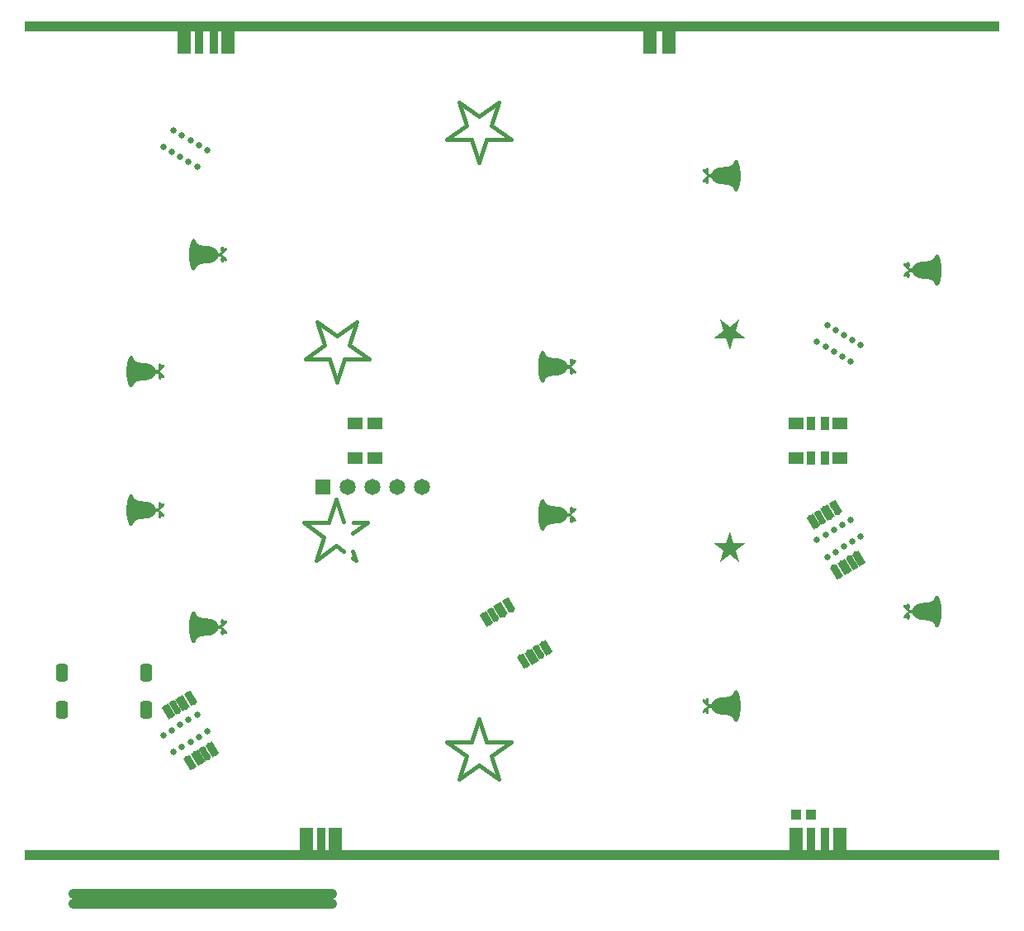
<source format=gbs>
G04*
G04 #@! TF.GenerationSoftware,Altium Limited,Altium Designer,20.0.2 (26)*
G04*
G04 Layer_Color=8150272*
%FSLAX25Y25*%
%MOIN*%
G70*
G01*
G75*
%ADD30C,0.01575*%
%ADD31R,3.93701X0.03937*%
%ADD37R,0.04252X0.04449*%
%ADD43R,0.03347X0.09252*%
%ADD44R,0.05709X0.09252*%
%ADD45R,0.06378X0.05158*%
%ADD46R,0.03347X0.05512*%
G04:AMPARAMS|DCode=47|XSize=72.84mil|YSize=49.21mil|CornerRadius=13.78mil|HoleSize=0mil|Usage=FLASHONLY|Rotation=270.000|XOffset=0mil|YOffset=0mil|HoleType=Round|Shape=RoundedRectangle|*
%AMROUNDEDRECTD47*
21,1,0.07284,0.02165,0,0,270.0*
21,1,0.04528,0.04921,0,0,270.0*
1,1,0.02756,-0.01083,-0.02264*
1,1,0.02756,-0.01083,0.02264*
1,1,0.02756,0.01083,0.02264*
1,1,0.02756,0.01083,-0.02264*
%
%ADD47ROUNDEDRECTD47*%
%ADD48C,0.06496*%
%ADD49R,0.06496X0.06496*%
%ADD50C,0.02560*%
%ADD51C,0.02953*%
%ADD66C,0.03937*%
G04:AMPARAMS|DCode=67|XSize=29.53mil|YSize=57.09mil|CornerRadius=0mil|HoleSize=0mil|Usage=FLASHONLY|Rotation=211.000|XOffset=0mil|YOffset=0mil|HoleType=Round|Shape=Rectangle|*
%AMROTATEDRECTD67*
4,1,4,-0.00205,0.03207,0.02736,-0.01686,0.00205,-0.03207,-0.02736,0.01686,-0.00205,0.03207,0.0*
%
%ADD67ROTATEDRECTD67*%

G04:AMPARAMS|DCode=68|XSize=35.43mil|YSize=57.09mil|CornerRadius=0mil|HoleSize=0mil|Usage=FLASHONLY|Rotation=211.000|XOffset=0mil|YOffset=0mil|HoleType=Round|Shape=Rectangle|*
%AMROTATEDRECTD68*
4,1,4,0.00048,0.03359,0.02989,-0.01534,-0.00048,-0.03359,-0.02989,0.01534,0.00048,0.03359,0.0*
%
%ADD68ROTATEDRECTD68*%

G04:AMPARAMS|DCode=69|XSize=25.59mil|YSize=57.09mil|CornerRadius=0mil|HoleSize=0mil|Usage=FLASHONLY|Rotation=211.000|XOffset=0mil|YOffset=0mil|HoleType=Round|Shape=Rectangle|*
%AMROTATEDRECTD69*
4,1,4,-0.00373,0.03106,0.02567,-0.01788,0.00373,-0.03106,-0.02567,0.01788,-0.00373,0.03106,0.0*
%
%ADD69ROTATEDRECTD69*%

G04:AMPARAMS|DCode=70|XSize=31.5mil|YSize=57.09mil|CornerRadius=0mil|HoleSize=0mil|Usage=FLASHONLY|Rotation=211.000|XOffset=0mil|YOffset=0mil|HoleType=Round|Shape=Rectangle|*
%AMROTATEDRECTD70*
4,1,4,-0.00120,0.03258,0.02820,-0.01636,0.00120,-0.03258,-0.02820,0.01636,-0.00120,0.03258,0.0*
%
%ADD70ROTATEDRECTD70*%

G36*
X287236Y113456D02*
X287243Y113456D01*
X287251Y113456D01*
X287255Y113456D01*
X287258Y113456D01*
X287263Y113455D01*
X287269Y113455D01*
X287274Y113455D01*
X287277Y113454D01*
X287279Y113454D01*
X287284Y113454D01*
X287288Y113453D01*
X287293Y113453D01*
X287295Y113453D01*
X287297Y113452D01*
X287301Y113452D01*
X287305Y113452D01*
X287309Y113451D01*
X287311Y113451D01*
Y113451D01*
X287312Y113451D01*
X287316Y113450D01*
X287319Y113450D01*
X287323Y113449D01*
X287324Y113449D01*
X287326Y113449D01*
X287329Y113448D01*
X287332Y113447D01*
X287335Y113447D01*
X287336Y113447D01*
X287338Y113446D01*
X287341Y113446D01*
X287344Y113445D01*
X287347Y113445D01*
X287348Y113444D01*
X287350Y113444D01*
X287353Y113444D01*
X287356Y113443D01*
X287358Y113442D01*
X287360Y113442D01*
X287370Y113440D01*
X287380Y113437D01*
X287390Y113435D01*
X287400Y113432D01*
X287409Y113429D01*
X287417Y113426D01*
X287425Y113424D01*
X287433Y113421D01*
X287441Y113418D01*
X287449Y113415D01*
X287457Y113412D01*
X287465Y113409D01*
X287473Y113406D01*
X287480Y113403D01*
X287488Y113399D01*
X287496Y113396D01*
X287504Y113392D01*
X287512Y113388D01*
X287520Y113385D01*
X287528Y113381D01*
X287533Y113378D01*
X287539Y113374D01*
X287545Y113371D01*
X287551Y113368D01*
X287557Y113365D01*
X287563Y113362D01*
X287569Y113358D01*
X287575Y113355D01*
X287580Y113351D01*
X287586Y113348D01*
X287592Y113344D01*
X287598Y113340D01*
X287604Y113337D01*
X287610Y113333D01*
X287615Y113329D01*
X287621Y113325D01*
X287627Y113321D01*
X287633Y113317D01*
X287638Y113313D01*
X287644Y113309D01*
X287650Y113304D01*
X287656Y113300D01*
X287662Y113296D01*
X287667Y113291D01*
X287673Y113287D01*
X287679Y113282D01*
X287684Y113278D01*
X287690Y113273D01*
X287696Y113268D01*
X287702Y113264D01*
X287707Y113259D01*
X287713Y113254D01*
X287719Y113249D01*
X287724Y113244D01*
X287730Y113239D01*
X287736Y113234D01*
X287741Y113229D01*
X287747Y113224D01*
X287753Y113218D01*
X287758Y113213D01*
X287764Y113207D01*
X287770Y113202D01*
X287775Y113197D01*
X287781Y113191D01*
X287786Y113185D01*
X287792Y113180D01*
X287797Y113174D01*
X287803Y113168D01*
X287808Y113162D01*
X287814Y113156D01*
X287820Y113150D01*
X287825Y113144D01*
X287831Y113138D01*
X287836Y113132D01*
X287842Y113126D01*
X287847Y113119D01*
X287853Y113113D01*
X287858Y113107D01*
X287863Y113100D01*
X287869Y113094D01*
X287874Y113087D01*
X287880Y113081D01*
X287885Y113074D01*
X287890Y113067D01*
X287896Y113060D01*
X287901Y113053D01*
X287906Y113046D01*
X287912Y113040D01*
X287917Y113032D01*
X287922Y113025D01*
X287928Y113018D01*
X287933Y113011D01*
X287938Y113004D01*
X287943Y112996D01*
X287949Y112989D01*
X287954Y112981D01*
X287959Y112974D01*
X287964Y112966D01*
X287969Y112959D01*
X287975Y112951D01*
X287980Y112943D01*
X287985Y112935D01*
X287990Y112928D01*
X287995Y112920D01*
X288000Y112912D01*
X288005Y112904D01*
X288010Y112896D01*
X288015Y112887D01*
X288020Y112879D01*
X288025Y112871D01*
X288031Y112863D01*
X288035Y112854D01*
X288040Y112846D01*
X288045Y112837D01*
X288050Y112829D01*
X288055Y112820D01*
X288060Y112811D01*
X288065Y112803D01*
X288070Y112794D01*
X288075Y112785D01*
X288080Y112776D01*
X288085Y112767D01*
X288089Y112758D01*
X288094Y112749D01*
X288099Y112740D01*
X288104Y112731D01*
X288108Y112722D01*
X288113Y112712D01*
X288119Y112700D01*
X288126Y112687D01*
X288132Y112674D01*
X288138Y112662D01*
X288144Y112649D01*
X288150Y112636D01*
X288156Y112622D01*
X288162Y112609D01*
X288168Y112596D01*
X288176Y112579D01*
X288177Y112576D01*
X288183Y112563D01*
X288188Y112550D01*
X288194Y112537D01*
X288199Y112524D01*
X288205Y112511D01*
X288211Y112498D01*
X288216Y112485D01*
X288222Y112472D01*
X288227Y112458D01*
X288233Y112445D01*
X288239Y112432D01*
X288246Y112415D01*
X288252Y112397D01*
X288259Y112380D01*
X288266Y112363D01*
X288273Y112345D01*
X288280Y112328D01*
X288287Y112310D01*
X288294Y112292D01*
X288301Y112274D01*
X288308Y112256D01*
X288315Y112238D01*
X288322Y112220D01*
X288329Y112201D01*
X288335Y112182D01*
X288342Y112164D01*
X288349Y112145D01*
X288356Y112126D01*
X288363Y112107D01*
X288370Y112088D01*
X288377Y112068D01*
X288385Y112045D01*
X288393Y112022D01*
X288401Y111998D01*
X288409Y111974D01*
X288417Y111950D01*
X288425Y111926D01*
X288434Y111902D01*
X288442Y111877D01*
X288450Y111852D01*
X288458Y111828D01*
X288466Y111802D01*
X288474Y111777D01*
X288482Y111752D01*
X288490Y111726D01*
X288497Y111701D01*
X288505Y111675D01*
X288514Y111644D01*
X288524Y111614D01*
X288533Y111583D01*
X288542Y111552D01*
X288551Y111521D01*
X288560Y111489D01*
X288569Y111457D01*
X288578Y111425D01*
X288587Y111393D01*
X288595Y111360D01*
X288604Y111328D01*
X288614Y111290D01*
X288624Y111252D01*
X288634Y111214D01*
X288644Y111175D01*
X288654Y111136D01*
X288663Y111097D01*
X288673Y111058D01*
X288683Y111018D01*
X288692Y110978D01*
X288701Y110938D01*
X288712Y110892D01*
X288722Y110846D01*
X288733Y110799D01*
X288743Y110753D01*
X288753Y110705D01*
X288763Y110658D01*
X288773Y110610D01*
X288783Y110562D01*
X288794Y110508D01*
X288804Y110453D01*
X288815Y110398D01*
X288825Y110342D01*
X288836Y110286D01*
X288846Y110230D01*
X288856Y110173D01*
X288866Y110110D01*
X288877Y110047D01*
X288887Y109983D01*
X288897Y109918D01*
X288908Y109853D01*
X288917Y109787D01*
X288928Y109715D01*
X288938Y109642D01*
X288948Y109568D01*
X288958Y109494D01*
X288967Y109419D01*
X288976Y109344D01*
X288986Y109261D01*
X288995Y109178D01*
X289004Y109094D01*
X289013Y109009D01*
X289021Y108924D01*
X289030Y108831D01*
X289038Y108737D01*
X289046Y108643D01*
X289053Y108547D01*
X289060Y108451D01*
X289066Y108354D01*
X289072Y108249D01*
X289078Y108143D01*
X289083Y108037D01*
X289088Y107929D01*
X289092Y107820D01*
X289096Y107703D01*
X289099Y107585D01*
X289102Y107466D01*
X289104Y107346D01*
X289105Y107224D01*
X289105Y107087D01*
Y107079D01*
X289105Y106949D01*
X289104Y106820D01*
X289102Y106700D01*
X289099Y106581D01*
X289096Y106463D01*
X289092Y106346D01*
X289088Y106230D01*
X289083Y106122D01*
X289077Y106016D01*
X289071Y105910D01*
X289065Y105805D01*
X289058Y105701D01*
X289051Y105605D01*
X289044Y105510D01*
X289036Y105416D01*
X289028Y105322D01*
X289019Y105229D01*
X289011Y105144D01*
X289002Y105060D01*
X288993Y104976D01*
X288984Y104893D01*
X288974Y104811D01*
X288965Y104735D01*
X288955Y104660D01*
X288946Y104586D01*
X288935Y104513D01*
X288925Y104440D01*
X288915Y104368D01*
X288905Y104303D01*
X288895Y104237D01*
X288884Y104173D01*
X288874Y104109D01*
X288863Y104046D01*
X288853Y103983D01*
X288843Y103926D01*
X288832Y103870D01*
X288822Y103814D01*
X288812Y103759D01*
X288801Y103704D01*
X288790Y103649D01*
X288780Y103595D01*
X288770Y103547D01*
X288760Y103499D01*
X288750Y103452D01*
X288739Y103405D01*
X288729Y103358D01*
X288719Y103312D01*
X288708Y103266D01*
X288698Y103220D01*
X288688Y103180D01*
X288679Y103140D01*
X288669Y103101D01*
X288660Y103061D01*
X288650Y103022D01*
X288640Y102983D01*
X288630Y102945D01*
X288620Y102907D01*
X288611Y102869D01*
X288600Y102831D01*
X288592Y102799D01*
X288583Y102767D01*
X288574Y102734D01*
X288565Y102702D01*
X288556Y102671D01*
X288547Y102639D01*
X288538Y102608D01*
X288529Y102577D01*
X288520Y102546D01*
X288511Y102516D01*
X288501Y102485D01*
X288492Y102455D01*
X288484Y102430D01*
X288476Y102404D01*
X288468Y102379D01*
X288460Y102354D01*
X288452Y102329D01*
X288444Y102304D01*
X288436Y102280D01*
X288428Y102255D01*
X288420Y102231D01*
X288412Y102207D01*
X288404Y102183D01*
X288396Y102159D01*
X288387Y102136D01*
X288379Y102112D01*
X288371Y102089D01*
X288364Y102070D01*
X288357Y102051D01*
X288351Y102032D01*
X288344Y102013D01*
X288337Y101994D01*
X288330Y101976D01*
X288323Y101957D01*
X288316Y101939D01*
X288309Y101921D01*
X288302Y101903D01*
X288295Y101885D01*
X288288Y101867D01*
X288282Y101849D01*
X288275Y101831D01*
X288268Y101814D01*
X288261Y101796D01*
X288254Y101779D01*
X288247Y101762D01*
X288240Y101745D01*
X288233Y101728D01*
X288227Y101715D01*
X288222Y101701D01*
X288216Y101688D01*
X288211Y101675D01*
X288205Y101662D01*
X288199Y101649D01*
X288194Y101636D01*
X288188Y101623D01*
X288183Y101610D01*
X288176Y101594D01*
X288174Y101591D01*
X288168Y101577D01*
X288162Y101564D01*
X288156Y101551D01*
X288150Y101538D01*
X288144Y101524D01*
X288138Y101512D01*
X288132Y101499D01*
X288126Y101486D01*
X288119Y101473D01*
X288113Y101461D01*
X288107Y101449D01*
X288101Y101436D01*
X288096Y101427D01*
X288091Y101418D01*
X288086Y101409D01*
X288081Y101400D01*
X288076Y101391D01*
X288072Y101382D01*
X288067Y101373D01*
X288062Y101365D01*
X288057Y101356D01*
X288052Y101347D01*
X288047Y101339D01*
X288042Y101330D01*
X288037Y101322D01*
X288032Y101313D01*
X288027Y101305D01*
X288022Y101297D01*
X288017Y101288D01*
X288012Y101280D01*
X288007Y101272D01*
X288002Y101264D01*
X287997Y101256D01*
X287992Y101248D01*
X287987Y101240D01*
X287982Y101232D01*
X287976Y101225D01*
X287971Y101217D01*
X287966Y101209D01*
X287961Y101202D01*
X287956Y101194D01*
X287950Y101187D01*
X287945Y101179D01*
X287940Y101172D01*
X287935Y101165D01*
X287929Y101157D01*
X287924Y101150D01*
X287919Y101143D01*
X287913Y101136D01*
X287908Y101129D01*
X287903Y101122D01*
X287897Y101115D01*
X287892Y101108D01*
X287887Y101102D01*
X287881Y101095D01*
X287876Y101088D01*
X287871Y101082D01*
X287865Y101075D01*
X287860Y101069D01*
X287854Y101062D01*
X287849Y101056D01*
X287843Y101049D01*
X287838Y101043D01*
X287832Y101037D01*
X287827Y101031D01*
X287821Y101025D01*
X287816Y101019D01*
X287810Y101013D01*
X287805Y101007D01*
X287799Y101001D01*
X287794Y100995D01*
X287788Y100990D01*
X287783Y100984D01*
X287777Y100978D01*
X287771Y100973D01*
X287766Y100967D01*
X287760Y100962D01*
X287755Y100957D01*
X287749Y100951D01*
X287743Y100946D01*
X287738Y100941D01*
X287732Y100936D01*
X287726Y100931D01*
X287721Y100926D01*
X287715Y100921D01*
X287709Y100916D01*
X287703Y100911D01*
X287698Y100906D01*
X287692Y100901D01*
X287686Y100897D01*
X287681Y100892D01*
X287675Y100888D01*
X287669Y100883D01*
X287664Y100879D01*
X287658Y100874D01*
X287652Y100870D01*
X287646Y100866D01*
X287640Y100862D01*
X287635Y100858D01*
X287629Y100854D01*
X287623Y100850D01*
X287617Y100846D01*
X287611Y100842D01*
X287606Y100838D01*
X287600Y100834D01*
X287594Y100830D01*
X287588Y100827D01*
X287582Y100823D01*
X287576Y100820D01*
X287571Y100816D01*
X287565Y100813D01*
X287559Y100809D01*
X287553Y100806D01*
X287547Y100803D01*
X287541Y100800D01*
X287535Y100797D01*
X287528Y100793D01*
X287520Y100789D01*
X287512Y100785D01*
X287504Y100781D01*
X287496Y100777D01*
X287488Y100774D01*
X287480Y100770D01*
X287473Y100767D01*
X287465Y100764D01*
X287457Y100761D01*
X287449Y100758D01*
X287441Y100755D01*
X287433Y100752D01*
X287425Y100749D01*
X287417Y100747D01*
X287407Y100744D01*
X287398Y100741D01*
X287388Y100738D01*
X287378Y100735D01*
X287368Y100733D01*
X287358Y100731D01*
X287357Y100731D01*
X287354Y100730D01*
X287351Y100729D01*
X287348Y100729D01*
X287346Y100728D01*
Y100728D01*
X287345Y100728D01*
X287342Y100727D01*
X287339Y100727D01*
X287336Y100726D01*
X287334Y100726D01*
X287334Y100726D01*
X287333Y100726D01*
X287330Y100725D01*
X287327Y100725D01*
X287324Y100724D01*
X287322Y100724D01*
X287322D01*
X287321Y100724D01*
X287317Y100723D01*
X287314Y100723D01*
X287310Y100722D01*
X287309Y100722D01*
Y100722D01*
X287307Y100722D01*
X287303Y100721D01*
X287299Y100721D01*
X287295Y100720D01*
X287293Y100720D01*
D01*
X287293D01*
X287293D01*
X287293Y100720D01*
X287291Y100720D01*
X287286Y100719D01*
X287282Y100719D01*
X287277Y100719D01*
X287275Y100718D01*
X287272Y100718D01*
X287267Y100718D01*
X287261Y100718D01*
X287256Y100717D01*
X287253Y100717D01*
X287253Y100717D01*
X287242Y100717D01*
X287218Y100717D01*
X287194Y100718D01*
X287171Y100720D01*
X287159Y100721D01*
X287155Y100722D01*
X287146Y100723D01*
X287138Y100724D01*
X287130Y100725D01*
X287126Y100726D01*
X287123Y100727D01*
X287118Y100728D01*
X287112Y100729D01*
X287107Y100730D01*
X287104Y100731D01*
X287102Y100731D01*
X287098Y100732D01*
X287093Y100733D01*
X287089Y100734D01*
X287087Y100735D01*
X287085Y100735D01*
X287081Y100736D01*
X287077Y100737D01*
X287073Y100738D01*
X287071Y100739D01*
X287071Y100739D01*
X287070Y100739D01*
X287067Y100740D01*
X287063Y100741D01*
X287060Y100742D01*
X287058Y100743D01*
Y100743D01*
X287057Y100743D01*
X287054Y100744D01*
X287051Y100745D01*
X287048Y100746D01*
X287047Y100746D01*
Y100746D01*
X287045Y100747D01*
X287042Y100748D01*
X287039Y100749D01*
X287036Y100750D01*
X287035Y100750D01*
X287035D01*
X287034Y100751D01*
X287031Y100752D01*
X287028Y100753D01*
X287025Y100754D01*
X287023Y100754D01*
X287023D01*
X287023Y100754D01*
X287014Y100758D01*
X287004Y100762D01*
X286995Y100766D01*
X286985Y100770D01*
X286976Y100774D01*
X286968Y100778D01*
X286961Y100782D01*
X286953Y100786D01*
X286946Y100789D01*
X286938Y100793D01*
X286931Y100797D01*
X286924Y100802D01*
X286916Y100806D01*
X286909Y100811D01*
X286901Y100815D01*
X286894Y100820D01*
X286887Y100824D01*
X286879Y100829D01*
X286874Y100833D01*
X286868Y100837D01*
X286863Y100841D01*
X286857Y100845D01*
X286852Y100849D01*
X286846Y100853D01*
X286841Y100857D01*
X286835Y100861D01*
X286830Y100865D01*
X286825Y100869D01*
X286819Y100874D01*
X286814Y100878D01*
X286808Y100882D01*
X286803Y100887D01*
X286798Y100892D01*
X286792Y100896D01*
X286787Y100901D01*
X286782Y100906D01*
X286776Y100911D01*
X286771Y100916D01*
X286766Y100920D01*
X286761Y100925D01*
X286755Y100931D01*
X286750Y100936D01*
X286745Y100941D01*
X286740Y100946D01*
X286735Y100951D01*
X286730Y100957D01*
X286724Y100962D01*
X286719Y100968D01*
X286714Y100973D01*
X286709Y100979D01*
X286704Y100985D01*
X286699Y100990D01*
X286694Y100996D01*
X286689Y101002D01*
X286684Y101008D01*
X286679Y101014D01*
X286674Y101020D01*
X286669Y101026D01*
X286664Y101032D01*
X286659Y101039D01*
X286654Y101045D01*
X286649Y101051D01*
X286644Y101058D01*
X286639Y101064D01*
X286634Y101071D01*
X286629Y101077D01*
X286625Y101084D01*
X286620Y101091D01*
X286615Y101098D01*
X286610Y101104D01*
X286605Y101111D01*
X286600Y101118D01*
X286596Y101125D01*
X286591Y101132D01*
X286586Y101140D01*
X286582Y101147D01*
X286577Y101154D01*
X286572Y101161D01*
X286568Y101169D01*
X286563Y101176D01*
X286559Y101184D01*
X286554Y101191D01*
X286549Y101199D01*
X286545Y101207D01*
X286540Y101215D01*
X286536Y101223D01*
X286531Y101230D01*
X286527Y101238D01*
X286522Y101246D01*
X286518Y101254D01*
X286514Y101263D01*
X286509Y101271D01*
X286505Y101279D01*
X286501Y101287D01*
X286496Y101296D01*
X286492Y101304D01*
X286488Y101313D01*
X286483Y101321D01*
X286479Y101330D01*
X286475Y101339D01*
X286471Y101348D01*
X286466Y101356D01*
X286462Y101365D01*
X286458Y101374D01*
X286454Y101383D01*
X286450Y101392D01*
X286446Y101401D01*
X286442Y101411D01*
X286438Y101420D01*
X286434Y101429D01*
X286430Y101439D01*
X286426Y101448D01*
X286422Y101458D01*
X286418Y101467D01*
X286414Y101477D01*
X286410Y101487D01*
X286406Y101497D01*
X286401Y101510D01*
X286400Y101513D01*
X286398Y101520D01*
X286395Y101526D01*
X286392Y101533D01*
X286390Y101539D01*
X286387Y101546D01*
X286385Y101552D01*
X286382Y101559D01*
X286380Y101565D01*
X286377Y101572D01*
X286374Y101578D01*
X286372Y101585D01*
X286369Y101592D01*
X286367Y101598D01*
X286364Y101604D01*
X286361Y101611D01*
X286359Y101618D01*
X286356Y101624D01*
X286353Y101630D01*
X286351Y101637D01*
X286348Y101643D01*
X286345Y101650D01*
X286343Y101656D01*
X286340Y101663D01*
X286337Y101669D01*
X286334Y101676D01*
X286332Y101682D01*
X286329Y101689D01*
X286326Y101695D01*
X286323Y101701D01*
X286321Y101708D01*
X286318Y101714D01*
X286315Y101720D01*
X286312Y101727D01*
X286309Y101733D01*
X286307Y101740D01*
X286304Y101746D01*
X286301Y101752D01*
X286298Y101759D01*
X286295Y101765D01*
X286292Y101771D01*
X286288Y101781D01*
X286284Y101790D01*
X286279Y101800D01*
X286275Y101809D01*
X286270Y101819D01*
X286266Y101828D01*
X286261Y101837D01*
X286257Y101847D01*
X286252Y101856D01*
X286248Y101865D01*
X286243Y101875D01*
X286238Y101884D01*
X286234Y101893D01*
X286229Y101903D01*
X286224Y101912D01*
X286220Y101921D01*
X286215Y101930D01*
X286210Y101940D01*
X286205Y101949D01*
X286200Y101958D01*
X286195Y101967D01*
X286190Y101976D01*
X286184Y101988D01*
X286177Y102000D01*
X286170Y102013D01*
X286163Y102025D01*
X286156Y102037D01*
X286149Y102049D01*
X286142Y102061D01*
X286135Y102073D01*
X286128Y102085D01*
X286121Y102096D01*
X286111Y102111D01*
X286102Y102126D01*
X286093Y102141D01*
X286083Y102155D01*
X286073Y102170D01*
X286062Y102188D01*
X286050Y102205D01*
X286036Y102225D01*
X286021Y102245D01*
X286004Y102268D01*
X285985Y102294D01*
X285982Y102297D01*
X285976Y102305D01*
X285970Y102313D01*
X285964Y102321D01*
X285961Y102324D01*
X285941Y102349D01*
X285900Y102398D01*
X285857Y102446D01*
X285813Y102492D01*
X285790Y102515D01*
X285790D01*
X285785Y102520D01*
X285775Y102530D01*
X285765Y102540D01*
X285755Y102550D01*
X285749Y102554D01*
X285749Y102554D01*
X285746Y102558D01*
X285738Y102565D01*
X285730Y102572D01*
X285722Y102579D01*
X285719Y102583D01*
Y102583D01*
X285693Y102606D01*
X285669Y102626D01*
X285645Y102647D01*
X285624Y102664D01*
X285602Y102682D01*
X285583Y102696D01*
X285564Y102711D01*
X285544Y102726D01*
X285527Y102738D01*
X285511Y102750D01*
X285494Y102762D01*
X285477Y102774D01*
X285459Y102786D01*
X285442Y102798D01*
X285424Y102809D01*
X285410Y102819D01*
X285395Y102828D01*
X285380Y102837D01*
X285366Y102847D01*
X285351Y102856D01*
X285336Y102865D01*
X285320Y102874D01*
X285305Y102883D01*
X285290Y102892D01*
X285274Y102901D01*
X285258Y102910D01*
X285242Y102919D01*
X285226Y102928D01*
X285210Y102936D01*
X285193Y102945D01*
X285177Y102954D01*
X285160Y102963D01*
X285147Y102969D01*
X285135Y102975D01*
X285122Y102982D01*
X285109Y102988D01*
X285096Y102995D01*
X285083Y103001D01*
X285069Y103007D01*
X285056Y103013D01*
X285043Y103020D01*
X285029Y103026D01*
X285016Y103032D01*
X285002Y103038D01*
X284988Y103044D01*
X284975Y103050D01*
X284961Y103057D01*
X284947Y103063D01*
X284932Y103069D01*
X284918Y103075D01*
X284904Y103081D01*
X284890Y103087D01*
X284875Y103093D01*
X284860Y103098D01*
X284846Y103104D01*
X284831Y103110D01*
X284816Y103116D01*
X284801Y103122D01*
X284786Y103128D01*
X284771Y103133D01*
X284756Y103139D01*
X284740Y103145D01*
X284725Y103150D01*
X284709Y103156D01*
X284694Y103162D01*
X284678Y103167D01*
X284662Y103173D01*
X284646Y103178D01*
X284630Y103184D01*
X284614Y103189D01*
X284597Y103195D01*
X284581Y103200D01*
X284564Y103205D01*
X284548Y103211D01*
X284531Y103216D01*
X284514Y103221D01*
X284497Y103227D01*
X284480Y103232D01*
X284463Y103237D01*
X284446Y103242D01*
X284429Y103247D01*
X284411Y103252D01*
X284394Y103258D01*
X284376Y103263D01*
X284358Y103268D01*
X284340Y103273D01*
X284322Y103278D01*
X284304Y103283D01*
X284286Y103287D01*
X284268Y103292D01*
X284249Y103297D01*
X284230Y103302D01*
X284212Y103307D01*
X284193Y103312D01*
X284174Y103316D01*
X284155Y103321D01*
X284136Y103326D01*
X284117Y103330D01*
X284097Y103335D01*
X284078Y103340D01*
X284058Y103344D01*
X284039Y103349D01*
X284019Y103353D01*
X283999Y103358D01*
X283979Y103362D01*
X283959Y103366D01*
X283938Y103371D01*
X283918Y103375D01*
X283897Y103379D01*
X283877Y103384D01*
X283856Y103388D01*
X283835Y103392D01*
X283814Y103396D01*
X283793Y103401D01*
X283771Y103405D01*
X283750Y103409D01*
X283729Y103413D01*
X283707Y103417D01*
X283685Y103421D01*
X283663Y103425D01*
X283641Y103429D01*
X283619Y103433D01*
X283597Y103437D01*
X283574Y103440D01*
X283552Y103444D01*
X283529Y103448D01*
X283506Y103452D01*
X283484Y103455D01*
X283460Y103459D01*
X283437Y103463D01*
X283414Y103466D01*
X283391Y103470D01*
X283367Y103473D01*
X283343Y103477D01*
X283320Y103481D01*
X283296Y103484D01*
X283272Y103487D01*
X283247Y103491D01*
X283223Y103494D01*
X283199Y103497D01*
X283174Y103501D01*
X283149Y103504D01*
X283124Y103507D01*
X283099Y103510D01*
X283074Y103514D01*
X283049Y103517D01*
X283024Y103520D01*
X282998Y103523D01*
X282972Y103526D01*
X282946Y103529D01*
X282921Y103532D01*
X282894Y103535D01*
X282868Y103538D01*
X282842Y103540D01*
X282815Y103543D01*
X282789Y103546D01*
X282762Y103549D01*
X282735Y103551D01*
X282708Y103554D01*
X282681Y103557D01*
X282653Y103560D01*
X282626Y103562D01*
X282598Y103565D01*
X282570Y103567D01*
X282542Y103570D01*
X282514Y103572D01*
X282486Y103574D01*
X282458Y103577D01*
X282429Y103579D01*
X282401Y103581D01*
X282372Y103584D01*
X282343Y103586D01*
X282314Y103588D01*
X282284Y103590D01*
X282255Y103592D01*
X282226Y103595D01*
X282196Y103597D01*
X282166Y103599D01*
X282136Y103601D01*
X282106Y103603D01*
X282076Y103604D01*
X282045Y103606D01*
X282015Y103608D01*
X281984Y103610D01*
X281953Y103612D01*
X281922Y103613D01*
X281891Y103615D01*
X281859Y103617D01*
X281828Y103618D01*
X281796Y103620D01*
X281754Y103622D01*
X281705Y103624D01*
X281657Y103627D01*
X281610Y103630D01*
X281562Y103633D01*
X281515Y103637D01*
X281468Y103641D01*
X281422Y103645D01*
X281375Y103649D01*
X281329Y103653D01*
X281284Y103658D01*
X281238Y103663D01*
X281193Y103668D01*
X281149Y103674D01*
X281104Y103679D01*
X281060Y103685D01*
X281016Y103691D01*
X280972Y103698D01*
X280929Y103705D01*
X280886Y103711D01*
X280843Y103718D01*
X280801Y103726D01*
X280750Y103735D01*
X280700Y103744D01*
X280650Y103754D01*
X280601Y103764D01*
X280552Y103774D01*
X280504Y103785D01*
X280456Y103796D01*
X280408Y103807D01*
X280361Y103819D01*
X280314Y103831D01*
X280268Y103843D01*
X280222Y103855D01*
X280176Y103868D01*
X280131Y103881D01*
X280086Y103894D01*
X280042Y103908D01*
X279997Y103922D01*
X279947Y103938D01*
X279896Y103955D01*
X279846Y103972D01*
X279797Y103990D01*
X279748Y104008D01*
X279700Y104026D01*
X279652Y104045D01*
X279605Y104064D01*
X279558Y104083D01*
X279506Y104105D01*
X279454Y104128D01*
X279402Y104151D01*
X279352Y104175D01*
X279302Y104199D01*
X279252Y104223D01*
X279198Y104251D01*
X279144Y104280D01*
X279090Y104308D01*
X279038Y104338D01*
X278981Y104371D01*
X278925Y104404D01*
X278870Y104438D01*
X278810Y104476D01*
X278752Y104515D01*
X278744Y104520D01*
X278729Y104531D01*
X278713Y104542D01*
X278697Y104552D01*
X278690Y104558D01*
X278690D01*
X278682Y104563D01*
X278667Y104574D01*
X278651Y104585D01*
X278636Y104596D01*
X278629Y104601D01*
X278621Y104607D01*
X278604Y104619D01*
X278588Y104631D01*
X278572Y104643D01*
X278564Y104649D01*
X278564Y104649D01*
X278556Y104655D01*
X278541Y104667D01*
X278525Y104679D01*
X278509Y104691D01*
X278501Y104697D01*
X278493Y104704D01*
X278477Y104717D01*
X278460Y104730D01*
X278444Y104743D01*
X278435Y104750D01*
Y104750D01*
X278427Y104757D01*
X278410Y104771D01*
X278393Y104786D01*
X278375Y104800D01*
X278367Y104807D01*
X278358Y104815D01*
X278340Y104831D01*
X278323Y104846D01*
X278305Y104862D01*
X278296Y104869D01*
X278287Y104878D01*
X278269Y104894D01*
X278250Y104911D01*
X278232Y104928D01*
X278223Y104936D01*
Y104936D01*
X278214Y104945D01*
X278195Y104963D01*
X278177Y104981D01*
X278158Y104999D01*
X278149Y105008D01*
Y105008D01*
X278139Y105018D01*
X278119Y105038D01*
X278100Y105058D01*
X278080Y105079D01*
X278070Y105089D01*
Y105089D01*
X278060Y105099D01*
X278040Y105121D01*
X278020Y105142D01*
X278001Y105164D01*
X277991Y105175D01*
X277991Y105175D01*
X277981Y105186D01*
X277961Y105208D01*
X277941Y105231D01*
X277922Y105254D01*
X277912Y105266D01*
X277912Y105266D01*
X277902Y105278D01*
X277881Y105303D01*
X277861Y105328D01*
X277841Y105353D01*
X277831Y105366D01*
X277831Y105366D01*
X277821Y105378D01*
X277802Y105403D01*
X277783Y105429D01*
X277764Y105454D01*
X277754Y105467D01*
X277745Y105479D01*
X277727Y105505D01*
X277709Y105530D01*
X277692Y105555D01*
X277683Y105568D01*
X277675Y105580D01*
X277658Y105605D01*
X277642Y105629D01*
X277626Y105654D01*
X277619Y105666D01*
X277619Y105666D01*
X277619Y105666D01*
X277611Y105678D01*
X277596Y105701D01*
X277582Y105724D01*
X277568Y105748D01*
X277561Y105760D01*
X277561D01*
X277555Y105770D01*
X277542Y105792D01*
X277530Y105813D01*
X277518Y105834D01*
X277512Y105845D01*
X277506Y105855D01*
X277495Y105875D01*
X277484Y105895D01*
X277473Y105916D01*
X277468Y105926D01*
X277463Y105935D01*
X277454Y105953D01*
X277445Y105971D01*
X277436Y105989D01*
X277431Y105998D01*
X277427Y106007D01*
X277419Y106024D01*
X277411Y106041D01*
X277402Y106057D01*
X277398Y106066D01*
Y106066D01*
X277395Y106073D01*
X277388Y106088D01*
X277381Y106103D01*
X277375Y106118D01*
X277371Y106125D01*
X277371Y106125D01*
X277347Y106180D01*
X277327Y106230D01*
X277307Y106280D01*
X277289Y106326D01*
X277274Y106367D01*
X277260Y106408D01*
X277248Y106445D01*
X277236Y106482D01*
X277226Y106514D01*
X277216Y106546D01*
X277207Y106579D01*
X277204Y106589D01*
X277035Y106419D01*
X276745Y106299D01*
X276432D01*
X276143Y106419D01*
X275992Y106570D01*
X276000Y106541D01*
X276007Y106516D01*
X276024Y106456D01*
X276036Y106410D01*
X276047Y106371D01*
X276056Y106335D01*
X276064Y106303D01*
X276072Y106274D01*
X276079Y106245D01*
X276085Y106220D01*
X276091Y106194D01*
X276098Y106169D01*
X276104Y106143D01*
X276109Y106121D01*
X276114Y106100D01*
X276119Y106078D01*
X276124Y106056D01*
X276129Y106034D01*
X276134Y106011D01*
X276139Y105989D01*
X276143Y105971D01*
X276147Y105953D01*
X276151Y105935D01*
X276155Y105917D01*
X276158Y105898D01*
X276162Y105880D01*
X276166Y105861D01*
X276170Y105843D01*
X276173Y105825D01*
X276177Y105806D01*
X276181Y105788D01*
X276184Y105769D01*
X276188Y105750D01*
X276191Y105732D01*
X276195Y105713D01*
X276197Y105699D01*
X276200Y105685D01*
X276202Y105671D01*
X276205Y105657D01*
X276207Y105642D01*
X276209Y105628D01*
X276212Y105614D01*
X276214Y105600D01*
X276217Y105586D01*
X276219Y105571D01*
X276221Y105557D01*
X276223Y105543D01*
X276226Y105529D01*
X276228Y105515D01*
X276230Y105500D01*
X276232Y105486D01*
X276234Y105472D01*
X276236Y105458D01*
X276238Y105443D01*
X276240Y105429D01*
X276242Y105415D01*
X276244Y105401D01*
X276246Y105386D01*
X276248Y105372D01*
X276249Y105358D01*
X276251Y105344D01*
X276253Y105329D01*
X276255Y105315D01*
X276256Y105301D01*
X276258Y105287D01*
X276259Y105272D01*
X276261Y105258D01*
X276262Y105244D01*
X276264Y105230D01*
X276265Y105216D01*
X276266Y105201D01*
X276268Y105187D01*
X276269Y105173D01*
X276270Y105159D01*
X276271Y105145D01*
X276272Y105136D01*
X276273Y105126D01*
X276273Y105117D01*
X276274Y105107D01*
X276274Y105098D01*
X276275Y105089D01*
X276276Y105079D01*
X276276Y105070D01*
X276277Y105061D01*
X276277Y105052D01*
X276278Y105042D01*
X276278Y105033D01*
X276279Y105024D01*
X276279Y105015D01*
X276280Y105005D01*
X276280Y104996D01*
X276280Y104987D01*
X276281Y104978D01*
X276281Y104968D01*
X276281Y104959D01*
X276282Y104950D01*
X276282Y104941D01*
X276282Y104932D01*
X276283Y104923D01*
X276283Y104914D01*
X276283Y104904D01*
X276283Y104895D01*
X276283Y104886D01*
X276283Y104877D01*
X276283Y104868D01*
X276283Y104859D01*
X276283Y104850D01*
X276283Y104841D01*
X276283Y104832D01*
X276283Y104824D01*
X276283Y104815D01*
X276283Y104806D01*
X276283Y104797D01*
X276282Y104788D01*
X276282Y104779D01*
X276282Y104770D01*
X276282Y104761D01*
X276281Y104753D01*
X276281Y104744D01*
X276281Y104735D01*
X276280Y104726D01*
X276280Y104718D01*
X276279Y104709D01*
X276279Y104700D01*
X276278Y104692D01*
X276278Y104683D01*
X276277Y104674D01*
X276277Y104666D01*
X276276Y104657D01*
X276276Y104649D01*
X276275Y104640D01*
X276274Y104632D01*
X276273Y104623D01*
X276273Y104615D01*
X276272Y104607D01*
X276271Y104598D01*
X276270Y104590D01*
X276269Y104582D01*
X276268Y104573D01*
X276267Y104565D01*
X276266Y104557D01*
X276265Y104549D01*
X276264Y104540D01*
X276263Y104532D01*
X276262Y104524D01*
X276261Y104516D01*
X276260Y104508D01*
X276259Y104500D01*
X276257Y104492D01*
X276256Y104484D01*
X276255Y104476D01*
X276254Y104468D01*
X276252Y104460D01*
X276251Y104452D01*
X276249Y104444D01*
X276248Y104437D01*
X276246Y104429D01*
X276245Y104421D01*
X276243Y104413D01*
X276241Y104406D01*
X276240Y104398D01*
X276238Y104390D01*
X276236Y104383D01*
X276235Y104375D01*
X276233Y104368D01*
X276231Y104360D01*
X276229Y104353D01*
X276227Y104345D01*
X276225Y104338D01*
X276223Y104331D01*
X276221Y104323D01*
X276219Y104316D01*
X276217Y104309D01*
X276215Y104302D01*
X276213Y104294D01*
X276211Y104287D01*
X276208Y104280D01*
X276206Y104273D01*
X276204Y104266D01*
X276202Y104259D01*
X276199Y104252D01*
X276197Y104245D01*
X276194Y104238D01*
X276192Y104232D01*
X276189Y104225D01*
X276187Y104218D01*
X276184Y104211D01*
X276181Y104205D01*
X276179Y104198D01*
X276176Y104191D01*
X276173Y104185D01*
X276170Y104178D01*
X276167Y104172D01*
X276165Y104165D01*
X276162Y104159D01*
X276159Y104153D01*
X276156Y104146D01*
X276152Y104140D01*
X276149Y104134D01*
X276146Y104128D01*
X276143Y104122D01*
X276140Y104116D01*
X276137Y104110D01*
X276133Y104104D01*
X276130Y104098D01*
X276127Y104092D01*
X276123Y104086D01*
X276120Y104080D01*
X276116Y104074D01*
X276113Y104069D01*
X276109Y104063D01*
X276105Y104057D01*
X276101Y104052D01*
X276098Y104046D01*
X276094Y104041D01*
X276090Y104035D01*
X276086Y104030D01*
X276082Y104025D01*
X276078Y104019D01*
X276072Y104011D01*
X276066Y104004D01*
X276060Y103996D01*
X276054Y103988D01*
X276047Y103981D01*
X276041Y103974D01*
X276034Y103967D01*
X276027Y103960D01*
X276026Y103958D01*
X276024Y103956D01*
X276022Y103954D01*
X276019Y103951D01*
X276018Y103950D01*
X276017Y103949D01*
X276015Y103947D01*
X276012Y103945D01*
X276010Y103942D01*
X276009Y103941D01*
X276009Y103941D01*
X276008Y103940D01*
X276005Y103938D01*
X276003Y103936D01*
X276000Y103934D01*
X275999Y103932D01*
X275999D01*
X275998Y103931D01*
X275995Y103928D01*
X275992Y103926D01*
X275989Y103923D01*
X275987Y103922D01*
X275976Y103913D01*
X275954Y103895D01*
X275930Y103879D01*
X275906Y103864D01*
X275893Y103857D01*
X275893Y103857D01*
X275891Y103856D01*
X275887Y103853D01*
X275882Y103851D01*
X275878Y103849D01*
X275876Y103848D01*
X275874Y103847D01*
X275870Y103845D01*
X275866Y103843D01*
X275863Y103841D01*
X275861Y103840D01*
X275859Y103840D01*
X275856Y103838D01*
X275853Y103837D01*
X275850Y103835D01*
X275848Y103835D01*
X275848D01*
X275847Y103834D01*
X275844Y103833D01*
X275841Y103831D01*
X275837Y103830D01*
X275836Y103829D01*
X275826Y103825D01*
X275817Y103822D01*
X275807Y103818D01*
X275797Y103815D01*
X275787Y103811D01*
X275777Y103808D01*
X275770Y103806D01*
X275764Y103804D01*
X275757Y103802D01*
X275750Y103801D01*
X275743Y103799D01*
X275736Y103797D01*
X275728Y103796D01*
X275721Y103794D01*
X275714Y103793D01*
X275707Y103791D01*
X275696Y103789D01*
X275693Y103789D01*
X275689Y103788D01*
X275684Y103787D01*
X275680Y103786D01*
X275675Y103786D01*
X275671Y103785D01*
X275666Y103785D01*
X275661Y103784D01*
X275657Y103783D01*
X275653Y103783D01*
X275648Y103782D01*
X275644Y103782D01*
X275639Y103781D01*
X275635Y103781D01*
X275631Y103781D01*
X275626Y103780D01*
X275622Y103780D01*
X275618Y103780D01*
X275613Y103779D01*
X275609Y103779D01*
X275605Y103779D01*
X275601Y103779D01*
X275597Y103779D01*
X275592Y103778D01*
X275588Y103778D01*
X275584Y103778D01*
X275580Y103778D01*
X275580Y103778D01*
X275578D01*
X275576Y103778D01*
X275576Y103778D01*
X275576D01*
X275572Y103778D01*
X275568Y103778D01*
X275564Y103778D01*
X275560Y103778D01*
X275556Y103779D01*
X275552Y103779D01*
X275546Y103779D01*
X275540Y103779D01*
X275535Y103780D01*
X275529Y103780D01*
X275523Y103781D01*
X275517Y103781D01*
X275512Y103782D01*
X275506Y103783D01*
X275501Y103783D01*
X275495Y103784D01*
X275490Y103785D01*
X275484Y103786D01*
X275479Y103787D01*
X275474Y103788D01*
X275468Y103789D01*
X275463Y103790D01*
X275456Y103792D01*
X275449Y103794D01*
X275443Y103795D01*
X275436Y103797D01*
X275435Y103797D01*
X275433Y103798D01*
X275431Y103799D01*
X275429Y103799D01*
X275428Y103800D01*
X275428D01*
Y103800D01*
X275427Y103800D01*
X275425Y103801D01*
X275423Y103801D01*
X275420Y103802D01*
X275419Y103802D01*
X275419Y103802D01*
X275418Y103803D01*
X275416Y103803D01*
X275414Y103804D01*
X275412Y103805D01*
X275411Y103805D01*
X275410Y103805D01*
X275408Y103806D01*
X275406Y103807D01*
X275403Y103808D01*
X275402Y103809D01*
X275402Y103809D01*
X275400Y103809D01*
X275397Y103810D01*
X275394Y103812D01*
X275391Y103813D01*
X275390Y103814D01*
X275390D01*
X275382Y103817D01*
X275366Y103824D01*
X275351Y103832D01*
X275336Y103841D01*
X275329Y103845D01*
X275329D01*
X275327Y103847D01*
X275324Y103849D01*
X275320Y103851D01*
X275316Y103854D01*
X275314Y103855D01*
X275313Y103856D01*
X275311Y103858D01*
X275308Y103860D01*
X275306Y103862D01*
X275304Y103863D01*
X275304Y103863D01*
X275303Y103863D01*
X275301Y103865D01*
X275299Y103867D01*
X275296Y103868D01*
X275295Y103869D01*
X275295Y103869D01*
X275294Y103870D01*
X275293Y103872D01*
X275291Y103873D01*
X275289Y103875D01*
X275288Y103875D01*
X275287Y103876D01*
X275286Y103877D01*
X275284Y103878D01*
X275283Y103880D01*
X275282Y103880D01*
X275281Y103881D01*
X275280Y103882D01*
X275278Y103884D01*
X275277Y103885D01*
X275276Y103885D01*
X275275Y103886D01*
X275274Y103887D01*
X275272Y103889D01*
X275271Y103890D01*
X275270Y103891D01*
Y103891D01*
X275270D01*
X275266Y103895D01*
X275261Y103899D01*
X275257Y103904D01*
X275252Y103908D01*
X275248Y103913D01*
X275243Y103918D01*
X275239Y103922D01*
X275235Y103927D01*
X275232Y103930D01*
X275229Y103934D01*
X275226Y103938D01*
X275223Y103942D01*
X275220Y103945D01*
X275217Y103949D01*
X275214Y103953D01*
X275211Y103956D01*
X275208Y103960D01*
X275206Y103964D01*
X275203Y103968D01*
X275200Y103972D01*
X275197Y103976D01*
X275195Y103980D01*
X275192Y103984D01*
X275189Y103988D01*
X275187Y103992D01*
X275184Y103996D01*
X275182Y104000D01*
X275179Y104004D01*
X275177Y104008D01*
X275174Y104013D01*
X275172Y104017D01*
X275169Y104021D01*
X275167Y104025D01*
X275165Y104030D01*
X275163Y104034D01*
X275160Y104038D01*
X275158Y104043D01*
X275156Y104047D01*
X275154Y104051D01*
X275151Y104056D01*
X275149Y104060D01*
X275147Y104065D01*
X275145Y104069D01*
X275143Y104074D01*
X275141Y104078D01*
X275139Y104083D01*
X275137Y104087D01*
X275135Y104092D01*
X275133Y104096D01*
X275132Y104101D01*
X275130Y104105D01*
X275128Y104110D01*
X275126Y104115D01*
X275124Y104119D01*
X275122Y104124D01*
X275121Y104129D01*
X275119Y104133D01*
X275117Y104138D01*
X275116Y104143D01*
X275114Y104147D01*
X275113Y104152D01*
X275111Y104157D01*
X275109Y104162D01*
X275108Y104166D01*
X275106Y104171D01*
X275105Y104176D01*
X275103Y104181D01*
X275102Y104185D01*
X275101Y104190D01*
X275099Y104195D01*
X275098Y104200D01*
X275097Y104205D01*
X275095Y104210D01*
X275094Y104215D01*
X275093Y104219D01*
X275091Y104224D01*
X275090Y104229D01*
X275089Y104234D01*
X275088Y104239D01*
X275086Y104244D01*
X275085Y104249D01*
X275084Y104253D01*
X275083Y104258D01*
X275082Y104263D01*
X275081Y104268D01*
X275080Y104273D01*
X275079Y104278D01*
X275078Y104283D01*
X275077Y104288D01*
X275076Y104293D01*
X275075Y104298D01*
X275074Y104303D01*
X275073Y104307D01*
X275072Y104312D01*
X275071Y104317D01*
X275070Y104324D01*
X275069Y104330D01*
X275068Y104337D01*
X275067Y104343D01*
X275066Y104350D01*
X275065Y104356D01*
X275064Y104363D01*
X275063Y104369D01*
X275062Y104376D01*
X275061Y104382D01*
X275061Y104389D01*
X275060Y104395D01*
X275059Y104402D01*
X275058Y104408D01*
X275058Y104414D01*
X275057Y104421D01*
X275056Y104427D01*
X275056Y104433D01*
X275055Y104441D01*
X275054Y104449D01*
X275054Y104457D01*
X275053Y104465D01*
X275052Y104472D01*
X275052Y104480D01*
X275051Y104488D01*
X275051Y104496D01*
X275050Y104505D01*
X275050Y104514D01*
X275049Y104523D01*
X275049Y104533D01*
X275048Y104543D01*
X275048Y104553D01*
X275047Y104564D01*
X275047Y104577D01*
X275047Y104592D01*
X275047Y104604D01*
X275047Y104626D01*
X275047Y104648D01*
X275047Y104671D01*
X275048Y104682D01*
Y104682D01*
X275048D01*
X275048Y104695D01*
X275048Y104705D01*
X275049Y104712D01*
X275049Y104718D01*
X275049Y104724D01*
X275049Y104728D01*
X275050Y104733D01*
X275050Y104736D01*
X275050Y104740D01*
X275050Y104743D01*
X275050Y104747D01*
X275051Y104749D01*
X275051Y104752D01*
X275051Y104754D01*
X275051Y104756D01*
X275051Y104759D01*
X275051Y104761D01*
X275052Y104763D01*
X275052Y104765D01*
X275052Y104767D01*
X275052Y104769D01*
X275052Y104770D01*
X275052Y104771D01*
X275052Y104773D01*
X275052Y104774D01*
X275052Y104775D01*
X275053Y104777D01*
X275053Y104778D01*
X275053Y104779D01*
X275053Y104780D01*
X275053Y104781D01*
X275053Y104782D01*
X275053Y104783D01*
X275053Y104785D01*
X275053Y104786D01*
X275054Y104787D01*
X275054Y104788D01*
X275054Y104789D01*
X275054Y104790D01*
X275054Y104791D01*
X275054Y104791D01*
X275054Y104792D01*
X275054Y104792D01*
X275054Y104792D01*
X275054Y104793D01*
X275054Y104793D01*
X275054Y104794D01*
X275054Y104794D01*
X275054Y104795D01*
X275054Y104795D01*
X275054Y104796D01*
X275054Y104796D01*
X275054Y104796D01*
X275054Y104797D01*
X275054Y104797D01*
X275055Y104797D01*
X275055Y104798D01*
X275055Y104798D01*
X275055Y104799D01*
X275055Y104799D01*
X275055Y104799D01*
X275055Y104800D01*
X275055Y104800D01*
X275055Y104800D01*
X275055Y104801D01*
X275055Y104801D01*
X275055Y104801D01*
X275055Y104802D01*
X275055Y104802D01*
X275055Y104802D01*
X275055Y104802D01*
X275055Y104803D01*
X275055Y104803D01*
X275055Y104803D01*
X275055Y104804D01*
X275055Y104804D01*
X275055Y104804D01*
X275055Y104804D01*
X275055Y104805D01*
X275055Y104805D01*
X275055Y104805D01*
X275055Y104805D01*
X275055Y104805D01*
X275055Y104806D01*
X275055Y104806D01*
X275055Y104806D01*
X275055Y104806D01*
X275055Y104806D01*
X275055Y104806D01*
X275055Y104807D01*
X275055Y104807D01*
X275055Y104807D01*
X275055Y104807D01*
X275056Y104807D01*
X275056Y104807D01*
X275056Y104807D01*
X275056Y104808D01*
X275056Y104808D01*
X275056Y104808D01*
X275056Y104808D01*
X275056Y104808D01*
X275056Y104808D01*
X275056Y104808D01*
X275056Y104808D01*
X275056Y104808D01*
Y104808D01*
X275056Y104808D01*
X275056Y104808D01*
Y104809D01*
X275056Y104809D01*
Y104809D01*
X275056Y104809D01*
X275056Y104809D01*
X275056Y104809D01*
X275056Y104809D01*
X275056Y104808D01*
X275056Y104808D01*
X275055Y104808D01*
X275055Y104808D01*
X275055Y104808D01*
X275055Y104808D01*
X275055Y104808D01*
X275055Y104808D01*
X275055Y104808D01*
X275055Y104808D01*
X275055Y104808D01*
X275055Y104808D01*
X275055Y104808D01*
X275055Y104807D01*
X275055Y104807D01*
X275054Y104807D01*
X275054Y104807D01*
X275054Y104807D01*
X275054Y104807D01*
X275054Y104807D01*
X275054Y104807D01*
X275054Y104806D01*
X275054Y104806D01*
X275053Y104806D01*
X275053Y104806D01*
X275053Y104806D01*
X275053Y104806D01*
X275053Y104805D01*
X275052Y104805D01*
X275052Y104805D01*
X275052Y104805D01*
X275052Y104805D01*
X275052Y104804D01*
X275052Y104804D01*
X275051Y104804D01*
X275051Y104804D01*
X275051Y104803D01*
X275051Y104803D01*
X275050Y104803D01*
X275050Y104803D01*
X275050Y104802D01*
X275050Y104802D01*
X275049Y104802D01*
X275049Y104801D01*
X275049Y104801D01*
X275049Y104801D01*
X275048Y104801D01*
X275048Y104800D01*
X275048Y104800D01*
X275048Y104800D01*
X275047Y104799D01*
X275047Y104799D01*
X275047Y104799D01*
X275046Y104798D01*
X275046Y104798D01*
X275046Y104798D01*
X275046Y104797D01*
X275045Y104797D01*
X275045Y104797D01*
X275045Y104796D01*
X275044Y104796D01*
X275044Y104796D01*
X275044Y104795D01*
X275043Y104795D01*
X275043Y104794D01*
X275042Y104794D01*
X275041Y104793D01*
X275041Y104792D01*
X275040Y104791D01*
X275039Y104790D01*
X275038Y104789D01*
X275037Y104788D01*
X275037Y104787D01*
X275036Y104786D01*
X275035Y104785D01*
X275034Y104784D01*
X275033Y104783D01*
X275032Y104782D01*
X275031Y104781D01*
X275030Y104780D01*
X275029Y104779D01*
X275028Y104778D01*
X275027Y104777D01*
X275026Y104776D01*
X275025Y104775D01*
X275024Y104773D01*
X275023Y104772D01*
X275021Y104770D01*
X275019Y104769D01*
X275017Y104767D01*
X275015Y104765D01*
X275014Y104763D01*
X275012Y104761D01*
X275010Y104759D01*
X275007Y104756D01*
X275005Y104753D01*
X275002Y104750D01*
X274999Y104747D01*
X274995Y104744D01*
X274991Y104740D01*
X274987Y104735D01*
X274982Y104730D01*
X274976Y104724D01*
X274970Y104717D01*
X274961Y104709D01*
X274945Y104693D01*
X274928Y104677D01*
X274912Y104661D01*
X274903Y104653D01*
Y104653D01*
X274889Y104639D01*
X274877Y104629D01*
X274867Y104619D01*
X274857Y104611D01*
X274848Y104603D01*
X274839Y104595D01*
X274832Y104588D01*
X274824Y104582D01*
X274816Y104575D01*
X274810Y104569D01*
X274803Y104564D01*
X274796Y104558D01*
X274790Y104553D01*
X274783Y104547D01*
X274776Y104541D01*
X274769Y104536D01*
X274763Y104531D01*
X274758Y104527D01*
X274752Y104522D01*
X274746Y104518D01*
X274741Y104513D01*
X274735Y104509D01*
X274729Y104504D01*
X274723Y104500D01*
X274717Y104495D01*
X274711Y104491D01*
X274705Y104486D01*
X274699Y104482D01*
X274693Y104478D01*
X274687Y104473D01*
X274683Y104470D01*
X274678Y104466D01*
X274674Y104463D01*
X274669Y104460D01*
X274664Y104457D01*
X274660Y104453D01*
X274655Y104450D01*
X274650Y104447D01*
X274646Y104444D01*
X274641Y104441D01*
X274636Y104437D01*
X274632Y104434D01*
X274627Y104431D01*
X274622Y104428D01*
X274617Y104425D01*
X274613Y104422D01*
X274608Y104419D01*
X274603Y104416D01*
X274598Y104412D01*
X274593Y104410D01*
X274588Y104406D01*
X274584Y104403D01*
X274579Y104401D01*
X274574Y104397D01*
X274569Y104395D01*
X274564Y104392D01*
X274559Y104389D01*
X274554Y104386D01*
X274549Y104383D01*
X274545Y104380D01*
X274540Y104377D01*
X274535Y104375D01*
X274530Y104372D01*
X274525Y104369D01*
X274520Y104366D01*
X274515Y104364D01*
X274510Y104361D01*
X274505Y104358D01*
X274500Y104356D01*
X274495Y104353D01*
X274490Y104351D01*
X274485Y104348D01*
X274480Y104346D01*
X274475Y104343D01*
X274469Y104341D01*
X274465Y104338D01*
X274459Y104336D01*
X274454Y104334D01*
X274451Y104332D01*
X274448Y104331D01*
X274444Y104329D01*
X274441Y104327D01*
X274437Y104326D01*
X274434Y104324D01*
X274431Y104323D01*
X274427Y104322D01*
X274424Y104320D01*
X274420Y104319D01*
X274417Y104317D01*
X274414Y104316D01*
X274410Y104315D01*
X274407Y104313D01*
X274403Y104312D01*
X274400Y104311D01*
X274397Y104309D01*
X274393Y104308D01*
X274390Y104307D01*
X274386Y104306D01*
X274383Y104304D01*
X274379Y104303D01*
X274376Y104302D01*
X274373Y104301D01*
X274369Y104299D01*
X274366Y104298D01*
X274362Y104297D01*
X274359Y104296D01*
X274356Y104295D01*
X274352Y104294D01*
X274349Y104293D01*
X274345Y104292D01*
X274342Y104291D01*
X274339Y104290D01*
X274335Y104289D01*
X274332Y104288D01*
X274328Y104287D01*
X274325Y104286D01*
X274321Y104285D01*
X274318Y104284D01*
X274314Y104283D01*
X274311Y104282D01*
X274308Y104281D01*
X274304Y104281D01*
X274301Y104280D01*
X274297Y104279D01*
X274294Y104278D01*
X274290Y104278D01*
X274287Y104277D01*
X274284Y104276D01*
X274280Y104276D01*
X274277Y104275D01*
X274273Y104274D01*
X274270Y104274D01*
X274267Y104273D01*
X274263Y104272D01*
X274260Y104272D01*
X274256Y104271D01*
X274251Y104271D01*
X274246Y104270D01*
X274241Y104269D01*
X274236Y104269D01*
X274231Y104268D01*
X274226Y104268D01*
X274221Y104267D01*
X274216Y104267D01*
X274211Y104267D01*
X274205Y104266D01*
X274201Y104266D01*
X274195Y104266D01*
X274190Y104266D01*
X274185Y104266D01*
X274185Y104266D01*
X274183Y104266D01*
X274182Y104266D01*
X274180D01*
X274180Y104266D01*
X274175Y104266D01*
X274170Y104266D01*
X274165Y104266D01*
X274160Y104266D01*
X274155Y104267D01*
X274150Y104267D01*
X274145Y104268D01*
X274139Y104268D01*
X274132Y104269D01*
X274125Y104270D01*
X274119Y104271D01*
X274112Y104272D01*
X274111Y104272D01*
X274109Y104272D01*
X274107Y104273D01*
X274105Y104273D01*
X274104Y104273D01*
X274103Y104273D01*
X274101Y104274D01*
X274099Y104274D01*
X274097Y104275D01*
X274096Y104275D01*
X274095Y104275D01*
X274092Y104276D01*
X274090Y104276D01*
X274087Y104277D01*
X274086Y104277D01*
X274086D01*
X274086Y104277D01*
X274085Y104278D01*
X274082Y104278D01*
X274079Y104279D01*
X274076Y104280D01*
X274075Y104280D01*
X274075Y104280D01*
X274069Y104282D01*
X274056Y104286D01*
X274044Y104290D01*
X274032Y104295D01*
X274026Y104298D01*
X274026D01*
X274023Y104299D01*
X274019Y104301D01*
X274015Y104303D01*
X274011Y104305D01*
X274008Y104306D01*
X274008Y104306D01*
X274007Y104306D01*
X274004Y104308D01*
X274002Y104309D01*
X273999Y104311D01*
X273998Y104311D01*
X273998D01*
X273996Y104312D01*
X273994Y104313D01*
X273992Y104315D01*
X273990Y104316D01*
X273989Y104316D01*
X273989D01*
X273988Y104317D01*
X273986Y104318D01*
X273984Y104319D01*
X273982Y104321D01*
X273981Y104321D01*
X273980Y104322D01*
X273979Y104322D01*
X273977Y104323D01*
X273976Y104324D01*
X273975Y104325D01*
X273974Y104325D01*
X273973Y104326D01*
X273971Y104327D01*
X273970Y104328D01*
X273969Y104329D01*
X273969Y104329D01*
X273968Y104329D01*
X273967Y104330D01*
X273965Y104331D01*
X273963Y104332D01*
X273963Y104333D01*
X273963Y104333D01*
X273962Y104333D01*
X273960Y104334D01*
X273959Y104335D01*
X273958Y104336D01*
X273957Y104337D01*
D01*
X273952Y104340D01*
X273948Y104343D01*
X273943Y104347D01*
X273939Y104350D01*
X273935Y104354D01*
X273930Y104357D01*
X273926Y104361D01*
X273922Y104365D01*
X273917Y104369D01*
X273913Y104373D01*
X273910Y104375D01*
X273907Y104378D01*
X273905Y104381D01*
X273902Y104384D01*
X273899Y104386D01*
X273896Y104389D01*
X273893Y104392D01*
X273891Y104395D01*
X273888Y104398D01*
X273885Y104401D01*
X273882Y104404D01*
X273880Y104407D01*
X273877Y104411D01*
X273874Y104414D01*
X273871Y104417D01*
X273869Y104420D01*
X273866Y104423D01*
X273863Y104427D01*
X273861Y104430D01*
X273858Y104434D01*
X273855Y104437D01*
X273853Y104440D01*
X273850Y104444D01*
X273848Y104448D01*
X273845Y104451D01*
X273842Y104455D01*
X273840Y104458D01*
X273837Y104462D01*
X273835Y104466D01*
X273832Y104470D01*
X273830Y104474D01*
X273827Y104478D01*
X273824Y104481D01*
X273822Y104485D01*
X273819Y104490D01*
X273817Y104494D01*
X273814Y104498D01*
X273812Y104502D01*
X273810Y104506D01*
X273807Y104510D01*
X273805Y104515D01*
X273802Y104519D01*
X273800Y104523D01*
X273797Y104528D01*
X273795Y104532D01*
X273793Y104536D01*
X273790Y104541D01*
X273788Y104546D01*
X273786Y104550D01*
X273783Y104555D01*
X273781Y104560D01*
X273779Y104564D01*
X273775Y104572D01*
X273773Y104576D01*
X273769Y104584D01*
X273766Y104593D01*
X273762Y104602D01*
X273761Y104606D01*
X273760Y104608D01*
X273759Y104613D01*
X273757Y104617D01*
X273756Y104621D01*
X273755Y104623D01*
X273755Y104625D01*
X273753Y104628D01*
X273753Y104631D01*
X273752Y104635D01*
X273751Y104636D01*
Y104636D01*
X273751Y104637D01*
X273750Y104640D01*
X273749Y104643D01*
X273749Y104645D01*
X273748Y104646D01*
X273748D01*
X273748Y104648D01*
X273748Y104650D01*
X273747Y104653D01*
X273746Y104655D01*
X273746Y104657D01*
X273746Y104658D01*
X273745Y104660D01*
X273745Y104662D01*
X273745Y104664D01*
X273744Y104665D01*
X273744Y104666D01*
X273744Y104667D01*
X273743Y104669D01*
X273743Y104671D01*
X273743Y104672D01*
X273743Y104673D01*
X273742Y104675D01*
X273742Y104677D01*
X273742Y104679D01*
X273742Y104680D01*
X273741Y104681D01*
X273741Y104683D01*
X273741Y104685D01*
X273740Y104687D01*
X273740Y104688D01*
X273740Y104689D01*
X273740Y104691D01*
X273740Y104693D01*
X273739Y104695D01*
X273739Y104696D01*
X273739D01*
X273739Y104701D01*
X273738Y104707D01*
X273737Y104712D01*
X273737Y104718D01*
X273737Y104723D01*
X273736Y104728D01*
X273736Y104734D01*
X273736Y104739D01*
X273735Y104745D01*
X273735Y104750D01*
X273735Y104756D01*
Y104761D01*
X273735Y104767D01*
X273735Y104772D01*
X273735Y104778D01*
X273736Y104783D01*
X273736Y104789D01*
X273736Y104795D01*
X273737Y104800D01*
X273737Y104806D01*
X273738Y104812D01*
X273738Y104817D01*
X273739Y104823D01*
X273740Y104829D01*
X273740Y104834D01*
X273741Y104840D01*
X273742Y104846D01*
X273743Y104851D01*
X273744Y104857D01*
X273745Y104863D01*
X273746Y104869D01*
X273747Y104875D01*
X273748Y104881D01*
X273749Y104886D01*
X273751Y104892D01*
X273752Y104898D01*
X273753Y104904D01*
X273755Y104910D01*
X273756Y104916D01*
X273758Y104922D01*
X273760Y104928D01*
X273761Y104934D01*
X273763Y104940D01*
X273765Y104946D01*
X273766Y104952D01*
X273768Y104958D01*
X273770Y104964D01*
X273772Y104970D01*
X273774Y104976D01*
X273776Y104982D01*
X273778Y104988D01*
X273780Y104994D01*
X273783Y105000D01*
X273785Y105006D01*
X273787Y105012D01*
X273789Y105018D01*
X273792Y105025D01*
X273794Y105031D01*
X273797Y105037D01*
X273799Y105043D01*
X273802Y105049D01*
X273804Y105055D01*
X273807Y105062D01*
X273810Y105068D01*
X273813Y105074D01*
X273815Y105080D01*
X273818Y105087D01*
X273821Y105093D01*
X273824Y105099D01*
X273827Y105105D01*
X273830Y105112D01*
X273833Y105118D01*
X273836Y105124D01*
X273839Y105131D01*
X273842Y105137D01*
X273846Y105143D01*
X273849Y105149D01*
X273852Y105156D01*
X273856Y105162D01*
X273859Y105169D01*
X273863Y105175D01*
X273866Y105181D01*
X273869Y105188D01*
X273873Y105194D01*
X273877Y105201D01*
X273880Y105207D01*
X273884Y105213D01*
X273888Y105220D01*
X273891Y105226D01*
X273895Y105233D01*
X273899Y105239D01*
X273903Y105245D01*
X273907Y105252D01*
X273911Y105258D01*
X273915Y105265D01*
X273919Y105271D01*
X273923Y105278D01*
X273927Y105284D01*
X273931Y105291D01*
X273935Y105297D01*
X273940Y105304D01*
X273944Y105310D01*
X273948Y105317D01*
X273952Y105323D01*
X273957Y105330D01*
X273961Y105336D01*
X273966Y105343D01*
X273970Y105350D01*
X273975Y105356D01*
X273979Y105363D01*
X273984Y105369D01*
X273988Y105376D01*
X273993Y105382D01*
X273998Y105389D01*
X274002Y105395D01*
X274007Y105402D01*
X274012Y105409D01*
X274016Y105415D01*
X274021Y105422D01*
X274026Y105429D01*
X274031Y105435D01*
X274036Y105442D01*
X274041Y105448D01*
X274046Y105455D01*
X274051Y105462D01*
X274056Y105468D01*
X274061Y105475D01*
X274066Y105481D01*
X274071Y105488D01*
X274076Y105495D01*
X274082Y105501D01*
X274087Y105508D01*
X274092Y105515D01*
X274097Y105521D01*
X274103Y105528D01*
X274108Y105534D01*
X274113Y105541D01*
X274119Y105548D01*
X274124Y105554D01*
X274130Y105561D01*
X274135Y105568D01*
X274141Y105574D01*
X274146Y105581D01*
X274151Y105587D01*
X274157Y105594D01*
X274163Y105601D01*
X274168Y105607D01*
X274174Y105614D01*
X274180Y105621D01*
X274185Y105627D01*
X274191Y105634D01*
X274197Y105641D01*
X274202Y105647D01*
X274208Y105654D01*
X274214Y105660D01*
X274220Y105667D01*
X274226Y105674D01*
X274232Y105680D01*
X274237Y105687D01*
X274243Y105694D01*
X274249Y105700D01*
X274255Y105707D01*
X274261Y105713D01*
X274267Y105720D01*
X274273Y105727D01*
X274279Y105733D01*
X274285Y105740D01*
X274291Y105747D01*
X274297Y105753D01*
X274304Y105760D01*
X274310Y105766D01*
X274316Y105773D01*
X274325Y105783D01*
X274334Y105793D01*
X274344Y105803D01*
X274353Y105813D01*
X274362Y105823D01*
X274372Y105832D01*
X274381Y105842D01*
X274391Y105852D01*
X274400Y105862D01*
X274410Y105872D01*
X274420Y105881D01*
X274429Y105891D01*
X274439Y105901D01*
X274449Y105911D01*
X274458Y105921D01*
X274468Y105930D01*
X274478Y105940D01*
X274488Y105950D01*
X274498Y105959D01*
X274507Y105969D01*
X274517Y105979D01*
X274527Y105989D01*
X274537Y105998D01*
X274547Y106008D01*
X274557Y106017D01*
X274567Y106027D01*
X274577Y106036D01*
X274587Y106046D01*
X274597Y106056D01*
X274607Y106065D01*
X274617Y106075D01*
X274627Y106084D01*
X274637Y106094D01*
X274647Y106103D01*
X274658Y106112D01*
X274668Y106122D01*
X274678Y106131D01*
X274688Y106140D01*
X274698Y106150D01*
X274708Y106159D01*
X274722Y106172D01*
X274735Y106184D01*
X274749Y106196D01*
X274763Y106208D01*
X274776Y106220D01*
X274790Y106233D01*
X274803Y106245D01*
X274817Y106257D01*
X274831Y106269D01*
X274844Y106281D01*
X274858Y106293D01*
X274871Y106305D01*
X274885Y106316D01*
X274899Y106328D01*
X274912Y106340D01*
X274925Y106351D01*
X274942Y106366D01*
X274959Y106380D01*
X274976Y106394D01*
X274993Y106409D01*
X275009Y106423D01*
X275026Y106437D01*
X275043Y106450D01*
X275062Y106467D01*
X275082Y106483D01*
X275102Y106500D01*
X275121Y106516D01*
X275141Y106531D01*
X275163Y106550D01*
X275185Y106568D01*
X275210Y106588D01*
X275236Y106608D01*
X275263Y106630D01*
X275297Y106657D01*
X275336Y106687D01*
X275478Y106798D01*
X275530Y106836D01*
X275559Y106859D01*
X275580Y106875D01*
X275598Y106888D01*
X275614Y106900D01*
X275627Y106909D01*
X275638Y106917D01*
X275648Y106925D01*
X275658Y106932D01*
X275666Y106938D01*
X275674Y106944D01*
X275682Y106949D01*
X275689Y106955D01*
X275696Y106960D01*
X275702Y106964D01*
X275707Y106968D01*
X275712Y106972D01*
X275717Y106975D01*
X275723Y106979D01*
X275727Y106983D01*
X275732Y106986D01*
X275737Y106990D01*
X275742Y106993D01*
X275745Y106995D01*
X275748Y106997D01*
X275751Y106999D01*
X275753Y107001D01*
X275756Y107003D01*
X275759Y107006D01*
X275762Y107007D01*
X275765Y107009D01*
X275767Y107011D01*
X275770Y107013D01*
X275773Y107015D01*
X275775Y107017D01*
X275778Y107019D01*
X275780Y107020D01*
X275782Y107022D01*
X275785Y107024D01*
X275787Y107025D01*
X275789Y107027D01*
X275792Y107029D01*
X275794Y107030D01*
X275794Y107030D01*
X275794Y107030D01*
X275792Y107032D01*
X275789Y107034D01*
X275787Y107035D01*
X275785Y107037D01*
X275782Y107038D01*
X275780Y107040D01*
X275778Y107042D01*
X275775Y107044D01*
X275773Y107045D01*
X275770Y107047D01*
X275767Y107049D01*
X275765Y107051D01*
X275762Y107053D01*
X275759Y107055D01*
X275756Y107057D01*
X275753Y107059D01*
X275751Y107061D01*
X275748Y107063D01*
X275745Y107065D01*
X275742Y107068D01*
X275737Y107071D01*
X275732Y107074D01*
X275727Y107078D01*
X275723Y107081D01*
X275717Y107085D01*
X275712Y107089D01*
X275707Y107093D01*
X275702Y107097D01*
X275696Y107100D01*
X275689Y107106D01*
X275682Y107111D01*
X275674Y107117D01*
X275666Y107123D01*
X275658Y107128D01*
X275648Y107136D01*
X275638Y107143D01*
X275627Y107151D01*
X275614Y107161D01*
X275598Y107173D01*
X275580Y107186D01*
X275559Y107202D01*
X275530Y107224D01*
X275478Y107263D01*
X275336Y107373D01*
X275297Y107404D01*
X275263Y107430D01*
X275236Y107452D01*
X275210Y107472D01*
X275185Y107493D01*
X275163Y107511D01*
X275141Y107529D01*
X275121Y107545D01*
X275102Y107561D01*
X275082Y107577D01*
X275062Y107594D01*
X275043Y107610D01*
X275026Y107624D01*
X275009Y107638D01*
X274993Y107652D01*
X274976Y107666D01*
X274959Y107680D01*
X274942Y107695D01*
X274925Y107709D01*
X274912Y107721D01*
X274899Y107732D01*
X274885Y107744D01*
X274871Y107756D01*
X274858Y107768D01*
X274844Y107780D01*
X274831Y107792D01*
X274817Y107804D01*
X274803Y107816D01*
X274790Y107828D01*
X274776Y107840D01*
X274763Y107852D01*
X274749Y107864D01*
X274735Y107877D01*
X274722Y107889D01*
X274708Y107901D01*
X274698Y107911D01*
X274688Y107920D01*
X274678Y107929D01*
X274668Y107939D01*
X274658Y107948D01*
X274647Y107958D01*
X274637Y107967D01*
X274627Y107976D01*
X274617Y107986D01*
X274607Y107995D01*
X274597Y108005D01*
X274587Y108015D01*
X274577Y108024D01*
X274567Y108034D01*
X274557Y108043D01*
X274547Y108053D01*
X274537Y108062D01*
X274527Y108072D01*
X274517Y108082D01*
X274507Y108091D01*
X274498Y108101D01*
X274488Y108111D01*
X274478Y108121D01*
X274468Y108130D01*
X274458Y108140D01*
X274449Y108150D01*
X274439Y108159D01*
X274429Y108169D01*
X274420Y108179D01*
X274410Y108189D01*
X274400Y108199D01*
X274391Y108209D01*
X274381Y108218D01*
X274372Y108228D01*
X274362Y108238D01*
X274353Y108248D01*
X274344Y108258D01*
X274334Y108268D01*
X274325Y108278D01*
X274316Y108288D01*
X274310Y108294D01*
X274304Y108301D01*
X274297Y108307D01*
X274291Y108314D01*
X274285Y108320D01*
X274279Y108327D01*
X274273Y108334D01*
X274267Y108340D01*
X274261Y108347D01*
X274255Y108354D01*
X274249Y108360D01*
X274243Y108367D01*
X274237Y108373D01*
X274232Y108380D01*
X274226Y108387D01*
X274220Y108393D01*
X274214Y108400D01*
X274208Y108407D01*
X274202Y108413D01*
X274197Y108420D01*
X274191Y108427D01*
X274185Y108433D01*
X274180Y108440D01*
X274174Y108447D01*
X274168Y108453D01*
X274163Y108460D01*
X274157Y108466D01*
X274151Y108473D01*
X274146Y108480D01*
X274141Y108486D01*
X274135Y108493D01*
X274130Y108500D01*
X274124Y108506D01*
X274119Y108513D01*
X274113Y108520D01*
X274108Y108526D01*
X274103Y108533D01*
X274097Y108539D01*
X274092Y108546D01*
X274087Y108553D01*
X274082Y108559D01*
X274076Y108566D01*
X274071Y108573D01*
X274066Y108579D01*
X274061Y108586D01*
X274056Y108592D01*
X274051Y108599D01*
X274046Y108606D01*
X274041Y108612D01*
X274036Y108619D01*
X274031Y108625D01*
X274026Y108632D01*
X274021Y108639D01*
X274016Y108645D01*
X274012Y108652D01*
X274007Y108658D01*
X274002Y108665D01*
X273998Y108672D01*
X273993Y108678D01*
X273988Y108685D01*
X273984Y108691D01*
X273979Y108698D01*
X273975Y108704D01*
X273970Y108711D01*
X273966Y108718D01*
X273961Y108724D01*
X273957Y108731D01*
X273952Y108737D01*
X273948Y108744D01*
X273944Y108750D01*
X273940Y108757D01*
X273935Y108763D01*
X273931Y108770D01*
X273927Y108776D01*
X273923Y108783D01*
X273919Y108789D01*
X273915Y108796D01*
X273911Y108802D01*
X273907Y108809D01*
X273903Y108815D01*
X273899Y108821D01*
X273895Y108828D01*
X273891Y108834D01*
X273888Y108841D01*
X273884Y108847D01*
X273880Y108854D01*
X273877Y108860D01*
X273873Y108866D01*
X273869Y108873D01*
X273866Y108879D01*
X273863Y108886D01*
X273859Y108892D01*
X273856Y108898D01*
X273852Y108905D01*
X273849Y108911D01*
X273846Y108917D01*
X273842Y108924D01*
X273839Y108930D01*
X273836Y108936D01*
X273833Y108943D01*
X273830Y108949D01*
X273827Y108955D01*
X273824Y108961D01*
X273821Y108968D01*
X273818Y108974D01*
X273815Y108980D01*
X273813Y108986D01*
X273810Y108993D01*
X273807Y108999D01*
X273804Y109005D01*
X273802Y109011D01*
X273799Y109018D01*
X273797Y109024D01*
X273794Y109030D01*
X273792Y109036D01*
X273789Y109042D01*
X273787Y109048D01*
X273785Y109054D01*
X273783Y109060D01*
X273780Y109066D01*
X273778Y109073D01*
X273776Y109079D01*
X273774Y109085D01*
X273772Y109091D01*
X273770Y109097D01*
X273768Y109103D01*
X273766Y109109D01*
X273765Y109115D01*
X273763Y109121D01*
X273761Y109127D01*
X273760Y109133D01*
X273758Y109139D01*
X273756Y109145D01*
X273755Y109151D01*
X273753Y109157D01*
X273752Y109162D01*
X273751Y109168D01*
X273749Y109174D01*
X273748Y109180D01*
X273747Y109186D01*
X273746Y109192D01*
X273745Y109197D01*
X273744Y109203D01*
X273743Y109209D01*
X273742Y109215D01*
X273741Y109221D01*
X273740Y109226D01*
X273740Y109232D01*
X273739Y109238D01*
X273738Y109243D01*
X273738Y109249D01*
X273737Y109255D01*
X273737Y109260D01*
X273736Y109266D01*
X273736Y109272D01*
X273736Y109277D01*
X273735Y109283D01*
X273735Y109288D01*
X273735Y109294D01*
X273735Y109299D01*
Y109305D01*
X273735Y109310D01*
X273735Y109316D01*
X273736Y109321D01*
X273736Y109327D01*
X273736Y109332D01*
X273737Y109338D01*
X273737Y109343D01*
X273737Y109348D01*
X273738Y109354D01*
X273739Y109359D01*
D01*
X273739Y109360D01*
X273739Y109362D01*
X273739Y109364D01*
X273739Y109366D01*
X273740Y109367D01*
X273740Y109368D01*
X273740Y109370D01*
X273740Y109372D01*
X273741Y109374D01*
X273741Y109375D01*
X273741Y109376D01*
X273741Y109378D01*
X273741Y109380D01*
X273742Y109382D01*
X273742Y109383D01*
X273742Y109384D01*
X273743Y109386D01*
X273743Y109388D01*
X273743Y109390D01*
X273743Y109391D01*
X273744Y109392D01*
X273744Y109394D01*
X273744Y109396D01*
X273745Y109398D01*
X273745Y109399D01*
Y109399D01*
X273745Y109400D01*
X273746Y109402D01*
X273746Y109404D01*
X273746Y109406D01*
X273747Y109406D01*
X273747Y109406D01*
X273747Y109408D01*
X273748Y109410D01*
X273748Y109413D01*
X273749Y109415D01*
X273749Y109417D01*
X273749Y109418D01*
X273750Y109421D01*
X273751Y109423D01*
X273752Y109426D01*
X273752Y109427D01*
X273752Y109429D01*
X273753Y109432D01*
X273754Y109435D01*
X273755Y109438D01*
X273756Y109440D01*
X273756Y109440D01*
X273757Y109442D01*
X273758Y109447D01*
X273760Y109452D01*
X273762Y109457D01*
X273763Y109460D01*
X273764Y109463D01*
X273767Y109471D01*
X273770Y109478D01*
X273774Y109485D01*
X273775Y109489D01*
X273779Y109496D01*
X273781Y109501D01*
X273783Y109506D01*
X273786Y109510D01*
X273788Y109515D01*
X273790Y109520D01*
X273793Y109524D01*
X273795Y109529D01*
X273797Y109533D01*
X273800Y109537D01*
X273802Y109542D01*
X273805Y109546D01*
X273807Y109550D01*
X273810Y109555D01*
X273812Y109559D01*
X273814Y109563D01*
X273817Y109567D01*
X273819Y109571D01*
X273822Y109575D01*
X273824Y109579D01*
X273827Y109583D01*
X273830Y109587D01*
X273832Y109591D01*
X273835Y109595D01*
X273837Y109598D01*
X273840Y109602D01*
X273842Y109606D01*
X273845Y109609D01*
X273848Y109613D01*
X273850Y109617D01*
X273853Y109620D01*
X273855Y109624D01*
X273858Y109627D01*
X273861Y109630D01*
X273863Y109634D01*
X273866Y109637D01*
X273869Y109640D01*
X273871Y109644D01*
X273874Y109647D01*
X273877Y109650D01*
X273880Y109653D01*
X273882Y109656D01*
X273885Y109659D01*
X273888Y109662D01*
X273891Y109665D01*
X273893Y109668D01*
X273896Y109671D01*
X273899Y109674D01*
X273902Y109677D01*
X273905Y109680D01*
X273907Y109682D01*
X273910Y109685D01*
X273913Y109688D01*
X273917Y109692D01*
X273922Y109696D01*
X273926Y109699D01*
X273930Y109703D01*
X273935Y109707D01*
X273939Y109710D01*
X273943Y109714D01*
X273948Y109717D01*
X273952Y109720D01*
X273957Y109724D01*
D01*
X273958Y109724D01*
X273959Y109725D01*
X273960Y109726D01*
X273962Y109727D01*
X273963Y109728D01*
X273963Y109728D01*
X273965Y109729D01*
X273967Y109730D01*
X273968Y109731D01*
X273969Y109732D01*
X273969D01*
X273970Y109732D01*
X273971Y109733D01*
X273973Y109734D01*
X273974Y109735D01*
X273975Y109736D01*
Y109736D01*
X273976Y109736D01*
X273977Y109737D01*
X273979Y109738D01*
X273980Y109739D01*
X273981Y109739D01*
X273982Y109740D01*
X273984Y109741D01*
X273986Y109742D01*
X273988Y109743D01*
X273989Y109744D01*
X273990Y109745D01*
X273992Y109746D01*
X273994Y109747D01*
X273996Y109749D01*
X273998Y109749D01*
X273998Y109749D01*
X273999Y109750D01*
X274002Y109751D01*
X274004Y109753D01*
X274007Y109754D01*
X274008Y109755D01*
X274011Y109756D01*
X274015Y109758D01*
X274019Y109760D01*
X274023Y109762D01*
X274026Y109763D01*
X274026Y109763D01*
X274032Y109766D01*
X274044Y109770D01*
X274056Y109775D01*
X274069Y109779D01*
X274075Y109780D01*
X274075D01*
X274076Y109781D01*
X274079Y109782D01*
X274082Y109782D01*
X274085Y109783D01*
X274086Y109783D01*
X274086Y109783D01*
X274087Y109784D01*
X274090Y109784D01*
X274092Y109785D01*
X274095Y109785D01*
X274096Y109786D01*
X274096Y109786D01*
X274097Y109786D01*
X274099Y109786D01*
X274101Y109787D01*
X274103Y109787D01*
X274104Y109787D01*
X274105Y109787D01*
X274107Y109788D01*
X274109Y109788D01*
X274111Y109789D01*
X274112Y109789D01*
X274119Y109790D01*
X274125Y109791D01*
X274132Y109792D01*
X274139Y109792D01*
X274145Y109793D01*
X274150Y109793D01*
X274155Y109794D01*
X274160Y109794D01*
X274165Y109794D01*
X274170Y109795D01*
X274175Y109795D01*
X274180Y109795D01*
X274185Y109795D01*
X274190Y109795D01*
X274195Y109795D01*
X274201Y109794D01*
X274205Y109794D01*
X274211Y109794D01*
X274216Y109794D01*
X274221Y109793D01*
X274226Y109793D01*
X274231Y109792D01*
X274236Y109792D01*
X274241Y109791D01*
X274246Y109791D01*
X274251Y109790D01*
X274256Y109789D01*
X274260Y109789D01*
X274263Y109788D01*
X274267Y109787D01*
X274270Y109787D01*
X274273Y109786D01*
X274277Y109786D01*
X274280Y109785D01*
X274284Y109784D01*
X274287Y109784D01*
X274290Y109783D01*
X274294Y109782D01*
X274297Y109781D01*
X274301Y109781D01*
X274304Y109780D01*
X274308Y109779D01*
X274311Y109778D01*
X274314Y109777D01*
X274318Y109776D01*
X274321Y109776D01*
X274325Y109775D01*
X274328Y109774D01*
X274332Y109773D01*
X274335Y109772D01*
X274339Y109771D01*
X274342Y109770D01*
X274345Y109769D01*
X274349Y109768D01*
X274352Y109767D01*
X274356Y109766D01*
X274359Y109765D01*
X274362Y109763D01*
X274366Y109762D01*
X274369Y109761D01*
X274373Y109760D01*
X274376Y109759D01*
X274379Y109757D01*
X274383Y109756D01*
X274386Y109755D01*
X274390Y109754D01*
X274393Y109753D01*
X274397Y109751D01*
X274400Y109750D01*
X274403Y109749D01*
X274407Y109747D01*
X274410Y109746D01*
X274414Y109745D01*
X274417Y109743D01*
X274420Y109742D01*
X274424Y109740D01*
X274427Y109739D01*
X274431Y109738D01*
X274434Y109736D01*
X274437Y109735D01*
X274441Y109733D01*
X274444Y109732D01*
X274448Y109730D01*
X274451Y109729D01*
X274454Y109727D01*
X274459Y109725D01*
X274465Y109722D01*
X274469Y109720D01*
X274475Y109717D01*
X274480Y109715D01*
X274485Y109713D01*
X274490Y109710D01*
X274495Y109707D01*
X274500Y109705D01*
X274505Y109702D01*
X274510Y109700D01*
X274515Y109697D01*
X274520Y109694D01*
X274525Y109692D01*
X274530Y109689D01*
X274535Y109686D01*
X274540Y109683D01*
X274545Y109680D01*
X274549Y109678D01*
X274554Y109675D01*
X274559Y109672D01*
X274564Y109669D01*
X274569Y109666D01*
X274574Y109663D01*
X274579Y109660D01*
X274584Y109657D01*
X274588Y109654D01*
X274593Y109651D01*
X274598Y109648D01*
X274603Y109645D01*
X274608Y109642D01*
X274613Y109639D01*
X274617Y109636D01*
X274622Y109633D01*
X274627Y109629D01*
X274632Y109626D01*
X274636Y109623D01*
X274641Y109620D01*
X274646Y109617D01*
X274650Y109614D01*
X274655Y109610D01*
X274660Y109607D01*
X274664Y109604D01*
X274669Y109601D01*
X274674Y109597D01*
X274678Y109594D01*
X274683Y109591D01*
X274687Y109588D01*
X274693Y109583D01*
X274699Y109579D01*
X274705Y109574D01*
X274711Y109570D01*
X274717Y109565D01*
X274723Y109561D01*
X274729Y109556D01*
X274735Y109552D01*
X274741Y109547D01*
X274746Y109543D01*
X274752Y109538D01*
X274758Y109534D01*
X274763Y109529D01*
X274769Y109525D01*
X274776Y109519D01*
X274783Y109514D01*
X274790Y109508D01*
X274796Y109502D01*
X274803Y109497D01*
X274810Y109491D01*
X274816Y109485D01*
X274824Y109479D01*
X274832Y109472D01*
X274839Y109465D01*
X274848Y109458D01*
X274857Y109450D01*
X274867Y109441D01*
X274877Y109432D01*
X274889Y109421D01*
X274903Y109407D01*
Y109407D01*
X274903D01*
X274912Y109400D01*
X274928Y109384D01*
X274945Y109368D01*
X274961Y109352D01*
X274970Y109343D01*
X274976Y109336D01*
X274982Y109331D01*
X274987Y109326D01*
X274991Y109321D01*
X274995Y109317D01*
X274999Y109313D01*
X275002Y109310D01*
X275005Y109308D01*
X275007Y109305D01*
X275010Y109302D01*
X275012Y109300D01*
X275014Y109298D01*
X275015Y109296D01*
X275017Y109294D01*
X275019Y109292D01*
X275021Y109290D01*
X275023Y109288D01*
X275024Y109287D01*
X275025Y109286D01*
X275026Y109285D01*
X275027Y109284D01*
X275028Y109283D01*
X275029Y109281D01*
X275030Y109280D01*
X275031Y109279D01*
X275032Y109278D01*
X275033Y109277D01*
X275034Y109276D01*
X275035Y109275D01*
X275036Y109274D01*
X275037Y109273D01*
X275037Y109272D01*
X275038Y109271D01*
X275039Y109271D01*
X275040Y109270D01*
X275041Y109269D01*
X275041Y109268D01*
X275042Y109267D01*
X275043Y109266D01*
X275043Y109266D01*
X275044Y109265D01*
X275044Y109265D01*
X275044Y109265D01*
X275045Y109264D01*
X275045Y109264D01*
X275045Y109264D01*
X275046Y109263D01*
X275046Y109263D01*
X275046Y109263D01*
X275046Y109262D01*
X275047Y109262D01*
X275047Y109262D01*
X275047Y109261D01*
X275048Y109261D01*
X275048Y109261D01*
X275048Y109260D01*
X275048Y109260D01*
X275049Y109260D01*
X275049Y109259D01*
X275049Y109259D01*
X275049Y109259D01*
X275050Y109258D01*
X275050Y109258D01*
X275050Y109258D01*
X275050Y109258D01*
X275051Y109257D01*
X275051Y109257D01*
X275051Y109257D01*
X275051Y109257D01*
X275052Y109256D01*
X275052Y109256D01*
X275052Y109256D01*
X275052Y109256D01*
X275052Y109256D01*
X275052Y109255D01*
X275053Y109255D01*
X275053Y109255D01*
X275053Y109255D01*
X275053Y109255D01*
X275053Y109255D01*
X275054Y109254D01*
X275054Y109254D01*
X275054Y109254D01*
X275054Y109254D01*
X275054Y109254D01*
X275054Y109254D01*
X275054Y109253D01*
X275054Y109253D01*
X275055Y109253D01*
X275055Y109253D01*
X275055Y109253D01*
X275055Y109253D01*
X275055Y109253D01*
X275055Y109253D01*
X275055Y109253D01*
X275055Y109252D01*
X275055Y109252D01*
X275055Y109252D01*
X275055Y109252D01*
X275055Y109252D01*
X275055Y109252D01*
X275056Y109252D01*
X275056Y109252D01*
X275056Y109252D01*
X275056Y109252D01*
X275056Y109252D01*
X275056Y109252D01*
X275056Y109252D01*
Y109252D01*
X275056Y109252D01*
Y109252D01*
X275056Y109252D01*
X275056Y109252D01*
Y109252D01*
X275056Y109252D01*
X275056Y109252D01*
X275056Y109252D01*
X275056Y109253D01*
X275056Y109253D01*
X275056Y109253D01*
X275056Y109253D01*
X275056Y109253D01*
X275056Y109253D01*
X275056Y109253D01*
X275056Y109253D01*
X275055Y109253D01*
X275055Y109254D01*
X275055Y109254D01*
X275055Y109254D01*
X275055Y109254D01*
X275055Y109254D01*
X275055Y109254D01*
X275055Y109255D01*
X275055Y109255D01*
X275055Y109255D01*
X275055Y109255D01*
X275055Y109255D01*
X275055Y109256D01*
X275055Y109256D01*
X275055Y109256D01*
X275055Y109256D01*
X275055Y109256D01*
X275055Y109257D01*
X275055Y109257D01*
X275055Y109257D01*
X275055Y109258D01*
X275055Y109258D01*
X275055Y109258D01*
X275055Y109258D01*
X275055Y109259D01*
X275055Y109259D01*
X275055Y109259D01*
X275055Y109260D01*
X275055Y109260D01*
X275055Y109260D01*
X275055Y109261D01*
X275055Y109261D01*
X275055Y109261D01*
X275055Y109262D01*
X275055Y109262D01*
X275055Y109262D01*
X275055Y109263D01*
X275055Y109263D01*
X275054Y109264D01*
X275054Y109264D01*
X275054Y109264D01*
X275054Y109265D01*
X275054Y109265D01*
X275054Y109265D01*
X275054Y109266D01*
X275054Y109266D01*
X275054Y109267D01*
X275054Y109267D01*
X275054Y109268D01*
X275054Y109268D01*
X275054Y109268D01*
X275054Y109269D01*
X275054Y109269D01*
X275054Y109270D01*
X275054Y109271D01*
X275054Y109272D01*
X275054Y109273D01*
X275054Y109274D01*
X275053Y109275D01*
X275053Y109276D01*
X275053Y109277D01*
X275053Y109278D01*
X275053Y109279D01*
X275053Y109281D01*
X275053Y109282D01*
X275053Y109283D01*
X275053Y109284D01*
X275052Y109285D01*
X275052Y109287D01*
X275052Y109288D01*
X275052Y109289D01*
X275052Y109291D01*
X275052Y109292D01*
X275052Y109293D01*
X275052Y109295D01*
X275052Y109298D01*
X275051Y109300D01*
X275051Y109302D01*
X275051Y109304D01*
X275051Y109307D01*
X275051Y109309D01*
X275051Y109311D01*
X275050Y109314D01*
X275050Y109317D01*
X275050Y109321D01*
X275050Y109324D01*
X275050Y109328D01*
X275049Y109332D01*
X275049Y109337D01*
X275049Y109343D01*
X275049Y109349D01*
X275048Y109356D01*
X275048Y109365D01*
X275048Y109379D01*
X275048D01*
X275047Y109390D01*
X275047Y109412D01*
X275047Y109435D01*
X275047Y109457D01*
X275047Y109468D01*
X275047Y109483D01*
X275047Y109496D01*
X275048Y109508D01*
X275048Y109518D01*
X275049Y109528D01*
X275049Y109538D01*
X275050Y109547D01*
X275050Y109556D01*
X275051Y109565D01*
X275051Y109573D01*
X275052Y109580D01*
X275052Y109588D01*
X275053Y109596D01*
X275054Y109604D01*
X275054Y109611D01*
X275055Y109619D01*
X275056Y109627D01*
X275056Y109634D01*
X275057Y109640D01*
X275058Y109646D01*
X275058Y109653D01*
X275059Y109659D01*
X275060Y109665D01*
X275061Y109672D01*
X275061Y109678D01*
X275062Y109685D01*
X275063Y109691D01*
X275064Y109698D01*
X275065Y109704D01*
X275066Y109711D01*
X275067Y109717D01*
X275068Y109724D01*
X275069Y109730D01*
X275070Y109737D01*
X275071Y109743D01*
X275072Y109748D01*
X275073Y109753D01*
X275074Y109758D01*
X275075Y109763D01*
X275076Y109768D01*
X275077Y109773D01*
X275078Y109778D01*
X275079Y109783D01*
X275080Y109787D01*
X275081Y109792D01*
X275082Y109797D01*
X275083Y109802D01*
X275084Y109807D01*
X275085Y109812D01*
X275086Y109817D01*
X275088Y109822D01*
X275089Y109827D01*
X275090Y109832D01*
X275091Y109836D01*
X275093Y109841D01*
X275094Y109846D01*
X275095Y109851D01*
X275097Y109856D01*
X275098Y109861D01*
X275099Y109865D01*
X275101Y109870D01*
X275102Y109875D01*
X275103Y109880D01*
X275105Y109885D01*
X275106Y109889D01*
X275108Y109894D01*
X275109Y109899D01*
X275111Y109904D01*
X275113Y109908D01*
X275114Y109913D01*
X275116Y109918D01*
X275117Y109923D01*
X275119Y109927D01*
X275121Y109932D01*
X275122Y109937D01*
X275124Y109941D01*
X275126Y109946D01*
X275128Y109951D01*
X275130Y109955D01*
X275132Y109960D01*
X275133Y109964D01*
X275135Y109969D01*
X275137Y109974D01*
X275139Y109978D01*
X275141Y109983D01*
X275143Y109987D01*
X275145Y109992D01*
X275147Y109996D01*
X275149Y110000D01*
X275151Y110005D01*
X275154Y110009D01*
X275156Y110014D01*
X275158Y110018D01*
X275160Y110022D01*
X275163Y110027D01*
X275165Y110031D01*
X275167Y110035D01*
X275169Y110039D01*
X275172Y110044D01*
X275174Y110048D01*
X275177Y110052D01*
X275179Y110056D01*
X275182Y110060D01*
X275184Y110064D01*
X275187Y110069D01*
X275189Y110073D01*
X275192Y110077D01*
X275195Y110081D01*
X275197Y110085D01*
X275200Y110089D01*
X275203Y110092D01*
X275206Y110096D01*
X275208Y110100D01*
X275211Y110104D01*
X275214Y110108D01*
X275217Y110112D01*
X275220Y110115D01*
X275223Y110119D01*
X275226Y110123D01*
X275229Y110126D01*
X275232Y110130D01*
X275235Y110134D01*
X275239Y110138D01*
X275243Y110143D01*
X275248Y110148D01*
X275252Y110152D01*
X275257Y110157D01*
X275261Y110161D01*
X275266Y110166D01*
X275270Y110170D01*
X275270D01*
X275271Y110170D01*
X275272Y110172D01*
X275274Y110173D01*
X275275Y110174D01*
X275276Y110175D01*
X275277Y110176D01*
X275278Y110177D01*
X275280Y110178D01*
X275281Y110180D01*
X275282Y110180D01*
Y110180D01*
X275283Y110181D01*
X275284Y110182D01*
X275286Y110184D01*
X275287Y110185D01*
X275288Y110185D01*
X275289Y110186D01*
X275291Y110188D01*
X275293Y110189D01*
X275294Y110191D01*
X275295Y110191D01*
X275295D01*
X275296Y110192D01*
X275299Y110194D01*
X275301Y110196D01*
X275303Y110197D01*
X275304Y110198D01*
X275304D01*
X275306Y110199D01*
X275308Y110201D01*
X275311Y110203D01*
X275313Y110205D01*
X275314Y110205D01*
X275316Y110207D01*
X275320Y110209D01*
X275324Y110212D01*
X275327Y110214D01*
X275329Y110215D01*
X275329Y110215D01*
X275336Y110220D01*
X275351Y110228D01*
X275366Y110236D01*
X275382Y110244D01*
X275390Y110247D01*
X275391Y110248D01*
X275394Y110249D01*
X275397Y110250D01*
X275400Y110251D01*
X275402Y110252D01*
X275402Y110252D01*
X275402D01*
X275402D01*
D01*
X275403Y110252D01*
X275406Y110253D01*
X275408Y110254D01*
X275410Y110255D01*
X275411Y110256D01*
Y110256D01*
X275412Y110256D01*
X275414Y110257D01*
X275416Y110257D01*
X275418Y110258D01*
X275419Y110258D01*
X275419D01*
X275420Y110259D01*
X275423Y110259D01*
X275425Y110260D01*
X275427Y110260D01*
X275428Y110261D01*
Y110261D01*
X275429Y110261D01*
X275431Y110262D01*
X275433Y110263D01*
X275435Y110263D01*
X275436Y110263D01*
X275443Y110265D01*
X275449Y110267D01*
X275456Y110269D01*
X275463Y110270D01*
X275468Y110272D01*
X275474Y110273D01*
X275479Y110274D01*
X275484Y110275D01*
X275490Y110275D01*
X275495Y110276D01*
X275501Y110277D01*
X275506Y110278D01*
X275512Y110279D01*
X275517Y110279D01*
X275523Y110280D01*
X275529Y110280D01*
X275535Y110281D01*
X275540Y110281D01*
X275546Y110282D01*
X275552Y110282D01*
X275556Y110282D01*
X275560Y110282D01*
X275564Y110282D01*
X275568Y110282D01*
X275572Y110282D01*
X275576Y110282D01*
X275580Y110282D01*
X275584Y110282D01*
X275588Y110282D01*
X275592Y110282D01*
X275597Y110282D01*
X275601Y110282D01*
X275605Y110282D01*
X275609Y110282D01*
X275613Y110281D01*
X275618Y110281D01*
X275622Y110281D01*
X275626Y110280D01*
X275631Y110280D01*
X275635Y110280D01*
X275639Y110279D01*
X275644Y110279D01*
X275648Y110278D01*
X275653Y110278D01*
X275657Y110277D01*
X275661Y110277D01*
X275666Y110276D01*
X275671Y110275D01*
X275675Y110275D01*
X275680Y110274D01*
X275684Y110273D01*
X275689Y110273D01*
X275693Y110272D01*
X275696Y110272D01*
X275707Y110269D01*
X275714Y110268D01*
X275721Y110267D01*
X275728Y110265D01*
X275736Y110263D01*
X275743Y110262D01*
X275750Y110260D01*
X275757Y110258D01*
X275764Y110256D01*
X275770Y110254D01*
X275777Y110252D01*
X275787Y110249D01*
X275797Y110246D01*
X275807Y110242D01*
X275817Y110239D01*
X275826Y110235D01*
X275836Y110231D01*
Y110231D01*
X275837Y110231D01*
X275841Y110229D01*
X275844Y110228D01*
X275847Y110227D01*
X275848Y110226D01*
X275848Y110226D01*
X275850Y110225D01*
X275853Y110224D01*
X275856Y110222D01*
X275859Y110221D01*
X275861Y110220D01*
X275863Y110220D01*
X275866Y110218D01*
X275870Y110216D01*
X275874Y110214D01*
X275876Y110213D01*
X275878Y110212D01*
X275882Y110210D01*
X275887Y110207D01*
X275891Y110205D01*
X275893Y110204D01*
X275893Y110204D01*
X275893D01*
X275906Y110197D01*
X275930Y110182D01*
X275954Y110165D01*
X275976Y110148D01*
X275987Y110139D01*
X275987Y110139D01*
Y110139D01*
X275989Y110137D01*
X275992Y110135D01*
X275995Y110132D01*
X275998Y110129D01*
X275999Y110128D01*
X275999Y110128D01*
X276000Y110127D01*
X276003Y110125D01*
X276005Y110123D01*
X276008Y110120D01*
X276009Y110119D01*
X276009D01*
X276010Y110118D01*
X276012Y110116D01*
X276015Y110114D01*
X276017Y110111D01*
X276018Y110110D01*
X276019Y110109D01*
X276022Y110107D01*
X276024Y110105D01*
X276026Y110102D01*
X276027Y110101D01*
X276034Y110094D01*
X276041Y110087D01*
X276047Y110080D01*
X276054Y110072D01*
X276060Y110065D01*
X276066Y110057D01*
X276072Y110049D01*
X276078Y110041D01*
X276082Y110036D01*
X276086Y110031D01*
X276090Y110025D01*
X276094Y110020D01*
X276098Y110014D01*
X276101Y110009D01*
X276105Y110003D01*
X276109Y109998D01*
X276113Y109992D01*
X276116Y109986D01*
X276120Y109981D01*
X276123Y109975D01*
X276127Y109969D01*
X276130Y109963D01*
X276133Y109957D01*
X276137Y109951D01*
X276140Y109945D01*
X276143Y109939D01*
X276146Y109933D01*
X276149Y109927D01*
X276152Y109920D01*
X276156Y109914D01*
X276159Y109908D01*
X276162Y109901D01*
X276165Y109895D01*
X276167Y109889D01*
X276170Y109882D01*
X276173Y109876D01*
X276176Y109869D01*
X276179Y109863D01*
X276181Y109856D01*
X276184Y109849D01*
X276187Y109843D01*
X276189Y109836D01*
X276192Y109829D01*
X276194Y109822D01*
X276197Y109815D01*
X276199Y109808D01*
X276202Y109801D01*
X276204Y109794D01*
X276206Y109787D01*
X276208Y109780D01*
X276211Y109773D01*
X276213Y109766D01*
X276215Y109759D01*
X276217Y109752D01*
X276219Y109745D01*
X276221Y109737D01*
X276223Y109730D01*
X276225Y109723D01*
X276227Y109715D01*
X276229Y109708D01*
X276231Y109700D01*
X276233Y109693D01*
X276235Y109685D01*
X276236Y109678D01*
X276238Y109670D01*
X276240Y109663D01*
X276241Y109655D01*
X276243Y109647D01*
X276245Y109640D01*
X276246Y109632D01*
X276248Y109624D01*
X276249Y109616D01*
X276251Y109608D01*
X276252Y109600D01*
X276254Y109593D01*
X276255Y109585D01*
X276256Y109577D01*
X276257Y109569D01*
X276259Y109561D01*
X276260Y109553D01*
X276261Y109545D01*
X276262Y109537D01*
X276263Y109528D01*
X276264Y109520D01*
X276265Y109512D01*
X276266Y109504D01*
X276267Y109495D01*
X276268Y109487D01*
X276269Y109479D01*
X276270Y109471D01*
X276271Y109462D01*
X276272Y109454D01*
X276273Y109446D01*
X276273Y109437D01*
X276274Y109429D01*
X276275Y109420D01*
X276276Y109412D01*
X276276Y109403D01*
X276277Y109395D01*
X276277Y109386D01*
X276278Y109377D01*
X276278Y109369D01*
X276279Y109360D01*
X276279Y109352D01*
X276280Y109343D01*
X276280Y109334D01*
X276281Y109325D01*
X276281Y109317D01*
X276281Y109308D01*
X276282Y109299D01*
X276282Y109290D01*
X276282Y109282D01*
X276282Y109273D01*
X276283Y109264D01*
X276283Y109255D01*
X276283Y109246D01*
X276283Y109237D01*
X276283Y109228D01*
X276283Y109219D01*
X276283Y109210D01*
X276283Y109201D01*
X276283Y109192D01*
X276283Y109183D01*
X276283Y109174D01*
X276283Y109165D01*
X276283Y109156D01*
X276283Y109147D01*
X276283Y109138D01*
X276282Y109129D01*
X276282Y109120D01*
X276282Y109110D01*
X276281Y109101D01*
X276281Y109092D01*
X276281Y109083D01*
X276280Y109074D01*
X276280Y109064D01*
X276280Y109055D01*
X276279Y109046D01*
X276279Y109037D01*
X276278Y109028D01*
X276278Y109018D01*
X276277Y109009D01*
X276277Y109000D01*
X276276Y108990D01*
X276276Y108981D01*
X276275Y108972D01*
X276274Y108962D01*
X276274Y108953D01*
X276273Y108944D01*
X276273Y108934D01*
X276272Y108925D01*
X276271Y108916D01*
X276270Y108902D01*
X276269Y108887D01*
X276268Y108873D01*
X276266Y108859D01*
X276265Y108845D01*
X276264Y108831D01*
X276262Y108817D01*
X276261Y108802D01*
X276259Y108788D01*
X276258Y108774D01*
X276256Y108760D01*
X276255Y108746D01*
X276253Y108731D01*
X276251Y108717D01*
X276249Y108703D01*
X276248Y108688D01*
X276246Y108674D01*
X276244Y108660D01*
X276242Y108646D01*
X276240Y108632D01*
X276238Y108617D01*
X276236Y108603D01*
X276234Y108589D01*
X276232Y108574D01*
X276230Y108560D01*
X276228Y108546D01*
X276226Y108532D01*
X276223Y108518D01*
X276221Y108503D01*
X276219Y108489D01*
X276217Y108475D01*
X276214Y108461D01*
X276212Y108447D01*
X276209Y108432D01*
X276207Y108418D01*
X276205Y108404D01*
X276202Y108390D01*
X276200Y108376D01*
X276197Y108362D01*
X276195Y108348D01*
X276191Y108329D01*
X276188Y108310D01*
X276184Y108292D01*
X276181Y108273D01*
X276177Y108254D01*
X276173Y108236D01*
X276170Y108218D01*
X276166Y108199D01*
X276162Y108181D01*
X276158Y108162D01*
X276155Y108144D01*
X276151Y108126D01*
X276147Y108108D01*
X276143Y108090D01*
X276139Y108072D01*
X276134Y108049D01*
X276129Y108027D01*
X276124Y108005D01*
X276119Y107983D01*
X276114Y107961D01*
X276109Y107939D01*
X276104Y107917D01*
X276098Y107892D01*
X276091Y107866D01*
X276085Y107841D01*
X276079Y107816D01*
X276072Y107787D01*
X276064Y107758D01*
X276056Y107725D01*
X276047Y107689D01*
X276036Y107650D01*
X276035Y107647D01*
X276143Y107754D01*
X276432Y107874D01*
X276745D01*
X277035Y107754D01*
X277204Y107585D01*
X277207Y107595D01*
X277215Y107623D01*
X277224Y107655D01*
X277235Y107687D01*
X277245Y107720D01*
X277257Y107757D01*
X277270Y107794D01*
X277285Y107835D01*
X277302Y107880D01*
X277320Y107926D01*
X277340Y107977D01*
X277364Y108031D01*
X277367Y108039D01*
X277374Y108053D01*
X277380Y108068D01*
X277387Y108083D01*
X277391Y108090D01*
X277391D01*
X277394Y108098D01*
X277402Y108114D01*
X277409Y108130D01*
X277417Y108146D01*
X277421Y108154D01*
X277425Y108162D01*
X277433Y108179D01*
X277442Y108196D01*
X277450Y108213D01*
X277455Y108222D01*
X277460Y108231D01*
X277470Y108251D01*
X277480Y108270D01*
X277490Y108289D01*
X277495Y108298D01*
X277501Y108309D01*
X277513Y108330D01*
X277525Y108352D01*
X277537Y108373D01*
X277543Y108384D01*
X277543D01*
X277550Y108395D01*
X277563Y108417D01*
X277577Y108440D01*
X277590Y108462D01*
X277597Y108473D01*
X277605Y108485D01*
X277620Y108510D01*
X277636Y108535D01*
X277652Y108559D01*
X277660Y108571D01*
X277660Y108571D01*
X277668Y108584D01*
X277686Y108609D01*
X277703Y108635D01*
X277721Y108660D01*
X277730Y108673D01*
X277739Y108686D01*
X277758Y108711D01*
X277777Y108736D01*
X277795Y108761D01*
X277805Y108774D01*
X277805Y108774D01*
X277815Y108787D01*
X277834Y108812D01*
X277854Y108837D01*
X277874Y108862D01*
X277885Y108874D01*
X277885D01*
X277894Y108886D01*
X277915Y108910D01*
X277935Y108934D01*
X277955Y108958D01*
X277965Y108970D01*
X277965D01*
X277965Y108970D01*
X277975Y108981D01*
X277994Y109002D01*
X278014Y109024D01*
X278033Y109045D01*
X278043Y109056D01*
X278053Y109066D01*
X278072Y109087D01*
X278092Y109107D01*
X278111Y109127D01*
X278121Y109137D01*
Y109137D01*
X278131Y109147D01*
X278150Y109166D01*
X278169Y109185D01*
X278189Y109204D01*
X278198Y109213D01*
X278198D01*
X278207Y109221D01*
X278225Y109238D01*
X278243Y109255D01*
X278261Y109272D01*
X278270Y109280D01*
X278279Y109288D01*
X278296Y109304D01*
X278314Y109319D01*
X278331Y109335D01*
X278340Y109343D01*
X278348Y109350D01*
X278365Y109364D01*
X278382Y109379D01*
X278399Y109393D01*
X278408Y109400D01*
X278408D01*
X278416Y109407D01*
X278432Y109420D01*
X278448Y109434D01*
X278465Y109447D01*
X278473Y109453D01*
X278481Y109460D01*
X278498Y109473D01*
X278515Y109486D01*
X278531Y109499D01*
X278540Y109506D01*
X278540Y109506D01*
X278548Y109512D01*
X278564Y109524D01*
X278580Y109536D01*
X278596Y109548D01*
X278604Y109554D01*
Y109554D01*
X278611Y109559D01*
X278626Y109570D01*
X278641Y109581D01*
X278657Y109592D01*
X278664Y109598D01*
X278664D01*
X278672Y109603D01*
X278687Y109614D01*
X278702Y109625D01*
X278718Y109635D01*
X278726Y109641D01*
X278726D01*
X278784Y109679D01*
X278843Y109718D01*
X278897Y109752D01*
X278953Y109786D01*
X279010Y109819D01*
X279061Y109849D01*
X279114Y109878D01*
X279168Y109906D01*
X279222Y109934D01*
X279271Y109959D01*
X279320Y109983D01*
X279371Y110007D01*
X279422Y110031D01*
X279473Y110054D01*
X279525Y110076D01*
X279572Y110096D01*
X279619Y110115D01*
X279666Y110134D01*
X279714Y110152D01*
X279762Y110170D01*
X279811Y110188D01*
X279861Y110206D01*
X279911Y110223D01*
X279961Y110240D01*
X280005Y110254D01*
X280049Y110267D01*
X280093Y110281D01*
X280138Y110294D01*
X280184Y110307D01*
X280229Y110320D01*
X280275Y110332D01*
X280322Y110344D01*
X280369Y110356D01*
X280416Y110368D01*
X280464Y110379D01*
X280512Y110390D01*
X280560Y110400D01*
X280609Y110411D01*
X280659Y110421D01*
X280709Y110430D01*
X280750Y110438D01*
X280792Y110446D01*
X280835Y110453D01*
X280877Y110460D01*
X280920Y110467D01*
X280964Y110474D01*
X281007Y110480D01*
X281051Y110487D01*
X281095Y110493D01*
X281140Y110498D01*
X281184Y110504D01*
X281229Y110509D01*
X281275Y110514D01*
X281320Y110519D01*
X281366Y110523D01*
X281412Y110528D01*
X281459Y110532D01*
X281506Y110536D01*
X281553Y110539D01*
X281600Y110542D01*
X281648Y110545D01*
X281696Y110548D01*
X281754Y110551D01*
X281775Y110552D01*
X281807Y110554D01*
X281838Y110555D01*
X281870Y110557D01*
X281901Y110559D01*
X281932Y110560D01*
X281963Y110562D01*
X281994Y110564D01*
X282025Y110566D01*
X282055Y110567D01*
X282086Y110569D01*
X282116Y110571D01*
X282146Y110573D01*
X282176Y110575D01*
X282206Y110577D01*
X282236Y110579D01*
X282265Y110582D01*
X282294Y110584D01*
X282324Y110586D01*
X282352Y110588D01*
X282381Y110590D01*
X282410Y110592D01*
X282439Y110595D01*
X282467Y110597D01*
X282496Y110600D01*
X282524Y110602D01*
X282552Y110604D01*
X282580Y110607D01*
X282607Y110609D01*
X282635Y110612D01*
X282662Y110615D01*
X282690Y110617D01*
X282717Y110620D01*
X282744Y110623D01*
X282771Y110625D01*
X282798Y110628D01*
X282824Y110631D01*
X282851Y110634D01*
X282877Y110636D01*
X282903Y110639D01*
X282929Y110642D01*
X282955Y110645D01*
X282981Y110648D01*
X283007Y110651D01*
X283032Y110654D01*
X283057Y110658D01*
X283083Y110661D01*
X283108Y110664D01*
X283133Y110667D01*
X283157Y110670D01*
X283182Y110673D01*
X283207Y110677D01*
X283231Y110680D01*
X283256Y110684D01*
X283280Y110687D01*
X283304Y110690D01*
X283328Y110694D01*
X283351Y110697D01*
X283375Y110701D01*
X283399Y110704D01*
X283422Y110708D01*
X283445Y110712D01*
X283468Y110715D01*
X283491Y110719D01*
X283514Y110723D01*
X283537Y110726D01*
X283559Y110730D01*
X283582Y110734D01*
X283604Y110738D01*
X283627Y110742D01*
X283649Y110746D01*
X283670Y110750D01*
X283692Y110754D01*
X283714Y110758D01*
X283736Y110762D01*
X283757Y110766D01*
X283779Y110770D01*
X283800Y110774D01*
X283821Y110778D01*
X283842Y110782D01*
X283863Y110787D01*
X283884Y110791D01*
X283904Y110795D01*
X283925Y110799D01*
X283945Y110804D01*
X283965Y110808D01*
X283985Y110813D01*
X284005Y110817D01*
X284025Y110821D01*
X284045Y110826D01*
X284065Y110830D01*
X284084Y110835D01*
X284104Y110840D01*
X284123Y110844D01*
X284142Y110849D01*
X284161Y110854D01*
X284180Y110858D01*
X284199Y110863D01*
X284218Y110868D01*
X284237Y110873D01*
X284255Y110878D01*
X284274Y110882D01*
X284292Y110887D01*
X284310Y110892D01*
X284328Y110897D01*
X284346Y110902D01*
X284364Y110907D01*
X284382Y110912D01*
X284400Y110917D01*
X284417Y110922D01*
X284435Y110927D01*
X284452Y110933D01*
X284469Y110938D01*
X284486Y110943D01*
X284503Y110948D01*
X284520Y110954D01*
X284537Y110959D01*
X284553Y110964D01*
X284570Y110970D01*
X284587Y110975D01*
X284603Y110980D01*
X284619Y110986D01*
X284635Y110991D01*
X284651Y110997D01*
X284667Y111002D01*
X284683Y111008D01*
X284699Y111013D01*
X284715Y111019D01*
X284730Y111025D01*
X284745Y111030D01*
X284761Y111036D01*
X284776Y111042D01*
X284791Y111047D01*
X284806Y111053D01*
X284821Y111059D01*
X284836Y111065D01*
X284851Y111071D01*
X284865Y111077D01*
X284880Y111082D01*
X284894Y111089D01*
X284909Y111094D01*
X284923Y111100D01*
X284937Y111107D01*
X284951Y111112D01*
X284965Y111119D01*
X284979Y111125D01*
X284993Y111131D01*
X285007Y111137D01*
X285020Y111143D01*
X285034Y111149D01*
X285047Y111156D01*
X285061Y111162D01*
X285074Y111168D01*
X285087Y111174D01*
X285100Y111181D01*
X285113Y111187D01*
X285126Y111194D01*
X285139Y111200D01*
X285156Y111208D01*
X285172Y111217D01*
X285189Y111226D01*
X285206Y111234D01*
X285222Y111243D01*
X285238Y111252D01*
X285254Y111261D01*
X285270Y111270D01*
X285286Y111279D01*
X285301Y111288D01*
X285316Y111297D01*
X285332Y111306D01*
X285347Y111315D01*
X285362Y111324D01*
X285377Y111334D01*
X285391Y111343D01*
X285406Y111352D01*
X285420Y111361D01*
X285438Y111373D01*
X285456Y111385D01*
X285473Y111397D01*
X285490Y111409D01*
X285507Y111421D01*
X285524Y111433D01*
X285541Y111445D01*
X285560Y111460D01*
X285580Y111474D01*
X285599Y111489D01*
X285621Y111507D01*
X285642Y111524D01*
X285666Y111544D01*
X285690Y111565D01*
X285719Y111590D01*
X285723Y111594D01*
X285731Y111602D01*
X285740Y111610D01*
X285748Y111618D01*
X285752Y111621D01*
X285752D01*
X285775Y111643D01*
X285819Y111688D01*
X285862Y111733D01*
X285904Y111780D01*
X285925Y111804D01*
Y111804D01*
X285929Y111809D01*
X285938Y111820D01*
X285946Y111830D01*
X285955Y111841D01*
X285959Y111846D01*
X285959Y111846D01*
X285962Y111850D01*
X285968Y111857D01*
X285974Y111865D01*
X285980Y111873D01*
X285983Y111877D01*
X285983D01*
Y111877D01*
X286002Y111902D01*
X286019Y111925D01*
X286034Y111945D01*
X286048Y111965D01*
X286060Y111983D01*
X286071Y112000D01*
X286081Y112015D01*
X286091Y112030D01*
X286100Y112044D01*
X286109Y112059D01*
X286119Y112074D01*
X286126Y112086D01*
X286133Y112098D01*
X286140Y112109D01*
X286147Y112121D01*
X286155Y112133D01*
X286161Y112145D01*
X286168Y112157D01*
X286175Y112170D01*
X286182Y112182D01*
X286189Y112194D01*
X286193Y112203D01*
X286198Y112212D01*
X286203Y112221D01*
X286208Y112231D01*
X286213Y112240D01*
X286218Y112249D01*
X286223Y112258D01*
X286227Y112267D01*
X286232Y112277D01*
X286237Y112286D01*
X286242Y112295D01*
X286246Y112305D01*
X286251Y112314D01*
X286255Y112323D01*
X286260Y112333D01*
X286264Y112342D01*
X286269Y112352D01*
X286273Y112361D01*
X286278Y112370D01*
X286282Y112380D01*
X286286Y112389D01*
X286289Y112396D01*
X286292Y112402D01*
X286295Y112408D01*
X286298Y112415D01*
X286301Y112421D01*
X286304Y112427D01*
X286307Y112434D01*
X286309Y112440D01*
X286312Y112446D01*
X286315Y112453D01*
X286318Y112459D01*
X286321Y112466D01*
X286323Y112472D01*
X286326Y112478D01*
X286329Y112485D01*
X286332Y112491D01*
X286334Y112498D01*
X286337Y112504D01*
X286340Y112510D01*
X286343Y112517D01*
X286345Y112523D01*
X286348Y112530D01*
X286351Y112536D01*
X286353Y112543D01*
X286356Y112549D01*
X286359Y112556D01*
X286361Y112562D01*
X286364Y112569D01*
X286367Y112575D01*
X286369Y112582D01*
X286372Y112588D01*
X286374Y112595D01*
X286377Y112601D01*
X286380Y112608D01*
X286382Y112614D01*
X286385Y112621D01*
X286387Y112627D01*
X286390Y112634D01*
X286392Y112641D01*
X286395Y112647D01*
X286398Y112654D01*
X286401Y112664D01*
Y112664D01*
X286404Y112670D01*
X286408Y112680D01*
X286411Y112690D01*
X286415Y112699D01*
X286419Y112709D01*
X286423Y112719D01*
X286427Y112728D01*
X286431Y112738D01*
X286435Y112747D01*
X286439Y112756D01*
X286443Y112766D01*
X286447Y112775D01*
X286451Y112784D01*
X286455Y112793D01*
X286459Y112802D01*
X286464Y112811D01*
X286468Y112820D01*
X286472Y112829D01*
X286476Y112837D01*
X286480Y112846D01*
X286485Y112855D01*
X286489Y112863D01*
X286493Y112872D01*
X286498Y112880D01*
X286502Y112889D01*
X286506Y112897D01*
X286511Y112905D01*
X286515Y112913D01*
X286519Y112921D01*
X286524Y112929D01*
X286528Y112937D01*
X286533Y112945D01*
X286537Y112953D01*
X286542Y112961D01*
X286546Y112969D01*
X286551Y112977D01*
X286555Y112984D01*
X286560Y112992D01*
X286565Y112999D01*
X286569Y113007D01*
X286574Y113014D01*
X286578Y113022D01*
X286583Y113029D01*
X286588Y113036D01*
X286593Y113043D01*
X286597Y113050D01*
X286602Y113057D01*
X286607Y113064D01*
X286612Y113071D01*
X286616Y113078D01*
X286621Y113085D01*
X286626Y113091D01*
X286631Y113098D01*
X286636Y113105D01*
X286641Y113111D01*
X286646Y113118D01*
X286650Y113124D01*
X286655Y113130D01*
X286660Y113137D01*
X286665Y113143D01*
X286670Y113149D01*
X286675Y113155D01*
X286680Y113161D01*
X286685Y113167D01*
X286690Y113173D01*
X286695Y113179D01*
X286701Y113185D01*
X286706Y113190D01*
X286711Y113196D01*
X286716Y113202D01*
X286721Y113207D01*
X286726Y113213D01*
X286731Y113218D01*
X286736Y113224D01*
X286742Y113229D01*
X286747Y113234D01*
X286752Y113239D01*
X286757Y113244D01*
X286762Y113249D01*
X286768Y113254D01*
X286773Y113259D01*
X286778Y113264D01*
X286784Y113269D01*
X286789Y113274D01*
X286794Y113278D01*
X286800Y113283D01*
X286805Y113288D01*
X286810Y113292D01*
X286816Y113296D01*
X286821Y113301D01*
X286826Y113305D01*
X286832Y113310D01*
X286837Y113314D01*
X286843Y113318D01*
X286848Y113322D01*
X286854Y113326D01*
X286859Y113330D01*
X286864Y113334D01*
X286870Y113338D01*
X286875Y113341D01*
X286883Y113346D01*
X286890Y113351D01*
X286897Y113356D01*
X286905Y113360D01*
X286912Y113365D01*
X286920Y113369D01*
X286927Y113374D01*
X286935Y113378D01*
X286942Y113382D01*
X286950Y113386D01*
X286957Y113390D01*
X286965Y113393D01*
X286972Y113397D01*
X286982Y113401D01*
X286991Y113406D01*
X287001Y113410D01*
X287010Y113414D01*
X287020Y113417D01*
X287021Y113418D01*
X287024Y113419D01*
X287027Y113420D01*
X287030Y113421D01*
X287031Y113421D01*
X287033Y113422D01*
X287035Y113423D01*
X287038Y113424D01*
X287041Y113425D01*
X287043Y113425D01*
X287044Y113426D01*
X287047Y113427D01*
X287050Y113428D01*
X287053Y113429D01*
X287054Y113429D01*
X287054D01*
X287056Y113430D01*
X287059Y113431D01*
X287063Y113432D01*
X287066Y113433D01*
X287068Y113433D01*
X287070Y113434D01*
X287073Y113435D01*
X287077Y113436D01*
X287081Y113437D01*
X287083Y113437D01*
X287083Y113437D01*
Y113437D01*
X287083D01*
Y113437D01*
X287085Y113438D01*
X287090Y113439D01*
X287094Y113440D01*
X287098Y113441D01*
X287101Y113442D01*
X287101D01*
X287101Y113442D01*
X287103Y113442D01*
X287108Y113444D01*
X287114Y113445D01*
X287119Y113446D01*
X287122Y113446D01*
X287135Y113449D01*
X287160Y113452D01*
X287185Y113455D01*
X287211Y113456D01*
X287224Y113456D01*
X287224Y113456D01*
X287224Y113456D01*
X287228Y113456D01*
X287236Y113456D01*
D02*
G37*
G36*
X275428Y110261D02*
X275428D01*
X275428Y110261D01*
Y110261D01*
D02*
G37*
G36*
X68339Y81565D02*
X68362Y81564D01*
X68386Y81562D01*
X68398Y81561D01*
X68398Y81561D01*
X68402Y81560D01*
X68410Y81559D01*
X68419Y81558D01*
X68427Y81556D01*
X68431Y81555D01*
X68431Y81555D01*
X68434Y81555D01*
X68439Y81554D01*
X68444Y81553D01*
X68450Y81552D01*
X68452Y81551D01*
X68454Y81551D01*
X68459Y81550D01*
X68463Y81549D01*
X68468Y81548D01*
X68470Y81547D01*
X68470Y81547D01*
X68472Y81547D01*
X68476Y81546D01*
X68479Y81545D01*
X68483Y81543D01*
X68485Y81543D01*
X68487Y81542D01*
X68490Y81542D01*
X68494Y81541D01*
X68497Y81539D01*
X68499Y81539D01*
X68499D01*
X68500Y81538D01*
X68503Y81538D01*
X68506Y81537D01*
X68509Y81536D01*
X68510Y81535D01*
X68510D01*
X68512Y81535D01*
X68515Y81534D01*
X68517Y81533D01*
X68520Y81532D01*
X68522Y81531D01*
Y81531D01*
X68523Y81531D01*
X68526Y81530D01*
X68529Y81529D01*
X68532Y81528D01*
X68533Y81527D01*
D01*
X68543Y81524D01*
X68552Y81520D01*
X68562Y81516D01*
X68571Y81512D01*
X68581Y81507D01*
X68588Y81504D01*
X68596Y81500D01*
X68603Y81496D01*
X68611Y81492D01*
X68618Y81488D01*
X68626Y81484D01*
X68633Y81480D01*
X68641Y81476D01*
X68648Y81471D01*
X68656Y81467D01*
X68663Y81462D01*
X68670Y81457D01*
X68678Y81452D01*
X68683Y81449D01*
X68689Y81445D01*
X68694Y81441D01*
X68700Y81437D01*
X68705Y81433D01*
X68711Y81429D01*
X68716Y81425D01*
X68721Y81421D01*
X68727Y81417D01*
X68732Y81412D01*
X68738Y81408D01*
X68743Y81404D01*
X68748Y81399D01*
X68754Y81395D01*
X68759Y81390D01*
X68764Y81385D01*
X68770Y81381D01*
X68775Y81376D01*
X68780Y81371D01*
X68786Y81366D01*
X68791Y81361D01*
X68796Y81356D01*
X68801Y81351D01*
X68806Y81346D01*
X68812Y81341D01*
X68817Y81336D01*
X68822Y81330D01*
X68827Y81325D01*
X68832Y81319D01*
X68837Y81314D01*
X68843Y81308D01*
X68848Y81303D01*
X68853Y81297D01*
X68858Y81291D01*
X68863Y81286D01*
X68868Y81280D01*
X68873Y81274D01*
X68878Y81268D01*
X68883Y81262D01*
X68888Y81256D01*
X68893Y81249D01*
X68898Y81243D01*
X68903Y81237D01*
X68908Y81230D01*
X68913Y81224D01*
X68918Y81218D01*
X68923Y81211D01*
X68927Y81204D01*
X68932Y81198D01*
X68937Y81191D01*
X68942Y81184D01*
X68947Y81177D01*
X68951Y81170D01*
X68956Y81164D01*
X68961Y81156D01*
X68966Y81149D01*
X68970Y81142D01*
X68975Y81135D01*
X68980Y81128D01*
X68984Y81120D01*
X68989Y81113D01*
X68994Y81105D01*
X68998Y81098D01*
X69003Y81090D01*
X69007Y81083D01*
X69012Y81075D01*
X69016Y81067D01*
X69021Y81059D01*
X69025Y81051D01*
X69030Y81043D01*
X69034Y81035D01*
X69039Y81027D01*
X69043Y81019D01*
X69048Y81011D01*
X69052Y81003D01*
X69056Y80994D01*
X69061Y80986D01*
X69065Y80977D01*
X69069Y80969D01*
X69073Y80960D01*
X69078Y80952D01*
X69082Y80943D01*
X69086Y80934D01*
X69090Y80925D01*
X69095Y80916D01*
X69099Y80907D01*
X69103Y80898D01*
X69107Y80889D01*
X69111Y80880D01*
X69115Y80871D01*
X69119Y80862D01*
X69123Y80852D01*
X69127Y80843D01*
X69131Y80834D01*
X69135Y80824D01*
X69139Y80814D01*
X69143Y80805D01*
X69147Y80795D01*
X69150Y80785D01*
X69155Y80772D01*
X69157Y80769D01*
X69159Y80762D01*
X69162Y80756D01*
X69164Y80749D01*
X69167Y80743D01*
X69169Y80736D01*
X69172Y80729D01*
X69175Y80723D01*
X69177Y80716D01*
X69180Y80710D01*
X69182Y80703D01*
X69185Y80697D01*
X69188Y80690D01*
X69190Y80684D01*
X69193Y80677D01*
X69196Y80671D01*
X69198Y80664D01*
X69201Y80658D01*
X69204Y80651D01*
X69206Y80645D01*
X69209Y80638D01*
X69212Y80632D01*
X69214Y80625D01*
X69217Y80619D01*
X69220Y80612D01*
X69222Y80606D01*
X69225Y80600D01*
X69228Y80593D01*
X69231Y80587D01*
X69233Y80580D01*
X69236Y80574D01*
X69239Y80568D01*
X69242Y80561D01*
X69245Y80555D01*
X69247Y80549D01*
X69250Y80542D01*
X69253Y80536D01*
X69256Y80529D01*
X69259Y80523D01*
X69262Y80517D01*
X69265Y80510D01*
X69269Y80501D01*
X69273Y80492D01*
X69278Y80482D01*
X69282Y80473D01*
X69287Y80463D01*
X69291Y80454D01*
X69295Y80444D01*
X69300Y80435D01*
X69305Y80426D01*
X69309Y80416D01*
X69314Y80407D01*
X69318Y80398D01*
X69323Y80388D01*
X69328Y80379D01*
X69332Y80370D01*
X69337Y80361D01*
X69342Y80351D01*
X69347Y80342D01*
X69352Y80333D01*
X69357Y80324D01*
X69362Y80315D01*
X69367Y80305D01*
X69373Y80293D01*
X69380Y80281D01*
X69387Y80269D01*
X69394Y80257D01*
X69401Y80245D01*
X69407Y80233D01*
X69415Y80221D01*
X69422Y80209D01*
X69429Y80197D01*
X69436Y80185D01*
X69445Y80170D01*
X69455Y80156D01*
X69464Y80141D01*
X69474Y80126D01*
X69483Y80112D01*
X69495Y80094D01*
X69507Y80077D01*
X69521Y80057D01*
X69535Y80037D01*
X69552Y80014D01*
X69572Y79988D01*
X69574Y79984D01*
X69581Y79977D01*
X69587Y79969D01*
X69593Y79961D01*
X69596Y79957D01*
X69596Y79957D01*
X69616Y79932D01*
X69657Y79883D01*
X69700Y79836D01*
X69744Y79789D01*
X69766Y79767D01*
Y79767D01*
X69772Y79762D01*
X69782Y79752D01*
X69792Y79742D01*
X69802Y79732D01*
X69807Y79727D01*
X69811Y79724D01*
X69819Y79717D01*
X69827Y79710D01*
X69834Y79702D01*
X69838Y79699D01*
X69838Y79699D01*
Y79699D01*
X69864Y79676D01*
X69888Y79655D01*
X69912Y79635D01*
X69933Y79618D01*
X69955Y79600D01*
X69974Y79585D01*
X69993Y79571D01*
X70013Y79556D01*
X70029Y79544D01*
X70046Y79532D01*
X70063Y79520D01*
X70080Y79508D01*
X70097Y79496D01*
X70115Y79484D01*
X70133Y79472D01*
X70147Y79463D01*
X70162Y79454D01*
X70176Y79444D01*
X70191Y79435D01*
X70206Y79426D01*
X70221Y79417D01*
X70236Y79408D01*
X70252Y79399D01*
X70267Y79390D01*
X70283Y79381D01*
X70299Y79372D01*
X70315Y79363D01*
X70331Y79354D01*
X70347Y79345D01*
X70364Y79337D01*
X70380Y79328D01*
X70397Y79319D01*
X70410Y79313D01*
X70422Y79306D01*
X70435Y79300D01*
X70448Y79294D01*
X70461Y79287D01*
X70474Y79281D01*
X70487Y79275D01*
X70501Y79268D01*
X70514Y79262D01*
X70527Y79256D01*
X70541Y79250D01*
X70555Y79243D01*
X70568Y79237D01*
X70582Y79231D01*
X70596Y79225D01*
X70610Y79219D01*
X70624Y79213D01*
X70638Y79207D01*
X70653Y79201D01*
X70667Y79195D01*
X70682Y79189D01*
X70696Y79183D01*
X70711Y79177D01*
X70726Y79172D01*
X70740Y79166D01*
X70755Y79160D01*
X70771Y79154D01*
X70786Y79148D01*
X70801Y79143D01*
X70816Y79137D01*
X70832Y79131D01*
X70847Y79126D01*
X70863Y79120D01*
X70879Y79115D01*
X70895Y79109D01*
X70911Y79103D01*
X70927Y79098D01*
X70943Y79093D01*
X70959Y79087D01*
X70976Y79082D01*
X70992Y79076D01*
X71009Y79071D01*
X71026Y79066D01*
X71042Y79060D01*
X71059Y79055D01*
X71076Y79050D01*
X71093Y79045D01*
X71111Y79040D01*
X71128Y79034D01*
X71146Y79029D01*
X71163Y79024D01*
X71181Y79019D01*
X71199Y79014D01*
X71216Y79009D01*
X71235Y79004D01*
X71253Y78999D01*
X71271Y78994D01*
X71289Y78989D01*
X71308Y78984D01*
X71326Y78980D01*
X71345Y78975D01*
X71364Y78970D01*
X71383Y78965D01*
X71402Y78961D01*
X71421Y78956D01*
X71440Y78951D01*
X71459Y78947D01*
X71479Y78942D01*
X71499Y78938D01*
X71518Y78933D01*
X71538Y78929D01*
X71558Y78924D01*
X71578Y78920D01*
X71598Y78915D01*
X71618Y78911D01*
X71639Y78907D01*
X71659Y78902D01*
X71680Y78898D01*
X71701Y78894D01*
X71722Y78890D01*
X71743Y78885D01*
X71764Y78881D01*
X71785Y78877D01*
X71807Y78873D01*
X71828Y78869D01*
X71850Y78865D01*
X71872Y78861D01*
X71894Y78857D01*
X71916Y78853D01*
X71938Y78849D01*
X71960Y78845D01*
X71982Y78841D01*
X72005Y78838D01*
X72027Y78834D01*
X72050Y78830D01*
X72073Y78826D01*
X72096Y78823D01*
X72119Y78819D01*
X72143Y78815D01*
X72166Y78812D01*
X72190Y78808D01*
X72213Y78805D01*
X72237Y78801D01*
X72261Y78798D01*
X72285Y78794D01*
X72309Y78791D01*
X72334Y78788D01*
X72358Y78784D01*
X72383Y78781D01*
X72408Y78778D01*
X72432Y78774D01*
X72457Y78771D01*
X72483Y78768D01*
X72508Y78765D01*
X72533Y78762D01*
X72559Y78759D01*
X72584Y78756D01*
X72610Y78753D01*
X72636Y78750D01*
X72662Y78747D01*
X72689Y78744D01*
X72715Y78741D01*
X72741Y78738D01*
X72768Y78736D01*
X72795Y78733D01*
X72822Y78730D01*
X72849Y78728D01*
X72876Y78725D01*
X72904Y78722D01*
X72931Y78720D01*
X72959Y78717D01*
X72986Y78715D01*
X73014Y78712D01*
X73042Y78710D01*
X73071Y78707D01*
X73099Y78705D01*
X73128Y78703D01*
X73156Y78700D01*
X73185Y78698D01*
X73214Y78696D01*
X73243Y78694D01*
X73272Y78691D01*
X73302Y78689D01*
X73331Y78687D01*
X73361Y78685D01*
X73391Y78683D01*
X73421Y78681D01*
X73451Y78679D01*
X73481Y78677D01*
X73511Y78675D01*
X73542Y78674D01*
X73573Y78672D01*
X73604Y78670D01*
X73635Y78668D01*
X73666Y78667D01*
X73697Y78665D01*
X73729Y78663D01*
X73760Y78662D01*
X73803Y78660D01*
X73851Y78657D01*
X73899Y78654D01*
X73947Y78651D01*
X73995Y78648D01*
X74042Y78645D01*
X74089Y78641D01*
X74135Y78637D01*
X74181Y78633D01*
X74227Y78628D01*
X74273Y78624D01*
X74318Y78619D01*
X74363Y78614D01*
X74408Y78608D01*
X74453Y78602D01*
X74497Y78596D01*
X74541Y78590D01*
X74584Y78584D01*
X74628Y78577D01*
X74671Y78570D01*
X74713Y78563D01*
X74756Y78556D01*
X74806Y78547D01*
X74857Y78537D01*
X74906Y78528D01*
X74955Y78518D01*
X75004Y78507D01*
X75053Y78497D01*
X75101Y78486D01*
X75149Y78474D01*
X75196Y78463D01*
X75243Y78451D01*
X75289Y78439D01*
X75335Y78426D01*
X75381Y78414D01*
X75426Y78401D01*
X75471Y78387D01*
X75515Y78374D01*
X75559Y78360D01*
X75610Y78343D01*
X75661Y78327D01*
X75710Y78309D01*
X75760Y78292D01*
X75808Y78274D01*
X75857Y78256D01*
X75904Y78237D01*
X75951Y78218D01*
X75998Y78199D01*
X76051Y78176D01*
X76103Y78154D01*
X76154Y78130D01*
X76205Y78107D01*
X76255Y78083D01*
X76304Y78058D01*
X76359Y78031D01*
X76413Y78002D01*
X76466Y77973D01*
X76518Y77944D01*
X76576Y77911D01*
X76632Y77877D01*
X76687Y77843D01*
X76746Y77805D01*
X76805Y77767D01*
X76813Y77762D01*
X76828Y77751D01*
X76844Y77740D01*
X76859Y77729D01*
X76867Y77724D01*
Y77724D01*
X76875Y77719D01*
X76890Y77708D01*
X76905Y77697D01*
X76920Y77686D01*
X76928Y77681D01*
X76936Y77675D01*
X76952Y77663D01*
X76968Y77651D01*
X76985Y77639D01*
X76992Y77633D01*
X77000Y77627D01*
X77016Y77615D01*
X77032Y77603D01*
X77047Y77591D01*
X77055Y77585D01*
X77064Y77578D01*
X77080Y77565D01*
X77097Y77552D01*
X77113Y77538D01*
X77121Y77532D01*
X77121D01*
X77130Y77525D01*
X77147Y77510D01*
X77164Y77496D01*
X77181Y77482D01*
X77190Y77474D01*
X77190Y77474D01*
X77199Y77467D01*
X77217Y77451D01*
X77234Y77436D01*
X77252Y77420D01*
X77261Y77412D01*
X77270Y77404D01*
X77288Y77387D01*
X77306Y77371D01*
X77324Y77354D01*
X77333Y77345D01*
X77333D01*
X77343Y77337D01*
X77361Y77319D01*
X77380Y77301D01*
X77398Y77283D01*
X77407Y77274D01*
X77407D01*
X77417Y77264D01*
X77437Y77244D01*
X77457Y77223D01*
X77477Y77203D01*
X77486Y77193D01*
X77486D01*
X77497Y77182D01*
X77517Y77161D01*
X77536Y77140D01*
X77556Y77118D01*
X77566Y77107D01*
X77576Y77096D01*
X77596Y77073D01*
X77615Y77051D01*
X77635Y77028D01*
X77644Y77016D01*
X77655Y77004D01*
X77675Y76979D01*
X77696Y76954D01*
X77716Y76929D01*
X77726Y76916D01*
X77736Y76904D01*
X77755Y76878D01*
X77774Y76853D01*
X77793Y76828D01*
X77802Y76815D01*
X77811Y76802D01*
X77829Y76777D01*
X77847Y76752D01*
X77865Y76726D01*
X77874Y76713D01*
X77874Y76714D01*
X77882Y76701D01*
X77898Y76677D01*
X77915Y76653D01*
X77930Y76628D01*
X77938Y76616D01*
X77938D01*
X77946Y76604D01*
X77960Y76581D01*
X77975Y76557D01*
X77989Y76534D01*
X77996Y76522D01*
Y76522D01*
X78002Y76511D01*
X78015Y76490D01*
X78027Y76469D01*
X78039Y76447D01*
X78045Y76437D01*
X78051Y76427D01*
X78062Y76407D01*
X78073Y76386D01*
X78083Y76366D01*
X78089Y76356D01*
X78093Y76347D01*
X78103Y76329D01*
X78112Y76311D01*
X78121Y76293D01*
X78126Y76284D01*
X78130Y76275D01*
X78138Y76258D01*
X78146Y76241D01*
X78154Y76224D01*
X78158Y76216D01*
X78158D01*
X78162Y76208D01*
X78169Y76194D01*
X78175Y76179D01*
X78182Y76164D01*
X78185Y76157D01*
X78209Y76102D01*
X78230Y76052D01*
X78250Y76002D01*
X78268Y75956D01*
X78282Y75915D01*
X78297Y75873D01*
X78309Y75837D01*
X78321Y75800D01*
X78331Y75768D01*
X78341Y75735D01*
X78350Y75703D01*
X78352Y75693D01*
X78522Y75863D01*
X78811Y75982D01*
X79125D01*
X79414Y75863D01*
X79565Y75712D01*
X79557Y75741D01*
X79549Y75766D01*
X79549Y75766D01*
X79533Y75826D01*
X79521Y75871D01*
X79510Y75911D01*
X79501Y75946D01*
X79492Y75979D01*
X79485Y76008D01*
X79478Y76037D01*
X79472Y76062D01*
X79465Y76087D01*
X79459Y76113D01*
X79453Y76139D01*
X79448Y76160D01*
X79443Y76182D01*
X79438Y76204D01*
X79433Y76226D01*
X79428Y76248D01*
X79423Y76271D01*
X79418Y76293D01*
X79414Y76311D01*
X79410Y76329D01*
X79406Y76347D01*
X79402Y76365D01*
X79398Y76384D01*
X79395Y76402D01*
X79391Y76420D01*
X79387Y76439D01*
X79383Y76457D01*
X79380Y76476D01*
X79376Y76494D01*
X79373Y76513D01*
X79369Y76531D01*
X79365Y76550D01*
X79362Y76569D01*
X79360Y76583D01*
X79357Y76597D01*
X79355Y76611D01*
X79352Y76625D01*
X79350Y76639D01*
X79347Y76653D01*
X79345Y76668D01*
X79343Y76682D01*
X79340Y76696D01*
X79338Y76710D01*
X79336Y76724D01*
X79333Y76739D01*
X79331Y76753D01*
X79329Y76767D01*
X79327Y76781D01*
X79325Y76796D01*
X79323Y76810D01*
X79321Y76824D01*
X79319Y76838D01*
X79317Y76853D01*
X79315Y76867D01*
X79313Y76881D01*
X79311Y76895D01*
X79309Y76910D01*
X79307Y76924D01*
X79306Y76938D01*
X79304Y76952D01*
X79302Y76967D01*
X79301Y76981D01*
X79299Y76995D01*
X79298Y77009D01*
X79296Y77024D01*
X79295Y77038D01*
X79293Y77052D01*
X79292Y77066D01*
X79290Y77080D01*
X79289Y77094D01*
X79288Y77109D01*
X79287Y77123D01*
X79286Y77137D01*
X79285Y77146D01*
X79284Y77156D01*
X79283Y77165D01*
X79283Y77174D01*
X79282Y77184D01*
X79282Y77193D01*
X79281Y77202D01*
X79280Y77211D01*
X79280Y77221D01*
X79279Y77230D01*
X79279Y77239D01*
X79278Y77249D01*
X79278Y77258D01*
X79277Y77267D01*
X79277Y77276D01*
X79277Y77286D01*
X79276Y77295D01*
X79276Y77304D01*
X79276Y77313D01*
X79275Y77323D01*
X79275Y77332D01*
X79275Y77341D01*
X79274Y77350D01*
X79274Y77359D01*
X79274Y77368D01*
X79274Y77377D01*
X79274Y77386D01*
X79274Y77395D01*
X79274Y77404D01*
X79274Y77413D01*
X79274Y77422D01*
X79274Y77431D01*
X79274Y77440D01*
X79274Y77449D01*
X79274Y77458D01*
X79274Y77467D01*
X79274Y77476D01*
X79274Y77485D01*
X79274Y77494D01*
X79274Y77503D01*
X79275Y77512D01*
X79275Y77520D01*
X79275Y77529D01*
X79276Y77538D01*
X79276Y77547D01*
X79276Y77555D01*
X79277Y77564D01*
X79277Y77573D01*
X79278Y77581D01*
X79278Y77590D01*
X79279Y77599D01*
X79279Y77607D01*
X79280Y77616D01*
X79281Y77624D01*
X79281Y77633D01*
X79282Y77641D01*
X79283Y77650D01*
X79283Y77658D01*
X79284Y77667D01*
X79285Y77675D01*
X79286Y77683D01*
X79286Y77692D01*
X79287Y77700D01*
X79288Y77708D01*
X79289Y77717D01*
X79290Y77725D01*
X79291Y77733D01*
X79292Y77741D01*
X79294Y77750D01*
X79295Y77758D01*
X79296Y77766D01*
X79297Y77774D01*
X79298Y77782D01*
X79299Y77790D01*
X79301Y77798D01*
X79302Y77806D01*
X79303Y77814D01*
X79305Y77822D01*
X79306Y77829D01*
X79308Y77837D01*
X79309Y77845D01*
X79311Y77853D01*
X79312Y77861D01*
X79314Y77868D01*
X79315Y77876D01*
X79317Y77884D01*
X79319Y77891D01*
X79320Y77899D01*
X79322Y77907D01*
X79324Y77914D01*
X79326Y77921D01*
X79328Y77929D01*
X79330Y77936D01*
X79331Y77944D01*
X79333Y77951D01*
X79335Y77958D01*
X79338Y77966D01*
X79340Y77973D01*
X79342Y77980D01*
X79344Y77987D01*
X79346Y77995D01*
X79348Y78002D01*
X79351Y78009D01*
X79353Y78016D01*
X79355Y78023D01*
X79358Y78030D01*
X79360Y78036D01*
X79362Y78043D01*
X79365Y78050D01*
X79368Y78057D01*
X79370Y78064D01*
X79373Y78070D01*
X79375Y78077D01*
X79378Y78084D01*
X79381Y78090D01*
X79384Y78097D01*
X79387Y78103D01*
X79389Y78110D01*
X79392Y78116D01*
X79395Y78123D01*
X79398Y78129D01*
X79401Y78135D01*
X79404Y78142D01*
X79407Y78148D01*
X79410Y78154D01*
X79414Y78160D01*
X79417Y78166D01*
X79420Y78172D01*
X79423Y78178D01*
X79427Y78184D01*
X79430Y78190D01*
X79434Y78196D01*
X79437Y78202D01*
X79441Y78207D01*
X79444Y78213D01*
X79448Y78219D01*
X79452Y78224D01*
X79455Y78230D01*
X79459Y78236D01*
X79463Y78241D01*
X79467Y78247D01*
X79470Y78252D01*
X79474Y78257D01*
X79478Y78263D01*
X79484Y78270D01*
X79491Y78278D01*
X79497Y78286D01*
X79503Y78293D01*
X79510Y78301D01*
X79516Y78308D01*
X79523Y78315D01*
X79529Y78322D01*
X79531Y78323D01*
X79533Y78326D01*
X79535Y78328D01*
X79537Y78330D01*
X79539Y78331D01*
X79540Y78333D01*
X79542Y78335D01*
X79544Y78337D01*
X79547Y78339D01*
X79548Y78340D01*
X79549Y78342D01*
X79551Y78344D01*
X79554Y78346D01*
X79556Y78348D01*
X79557Y78349D01*
Y78349D01*
X79559Y78351D01*
X79562Y78353D01*
X79565Y78356D01*
X79568Y78359D01*
X79570Y78360D01*
X79570Y78360D01*
X79580Y78369D01*
X79603Y78387D01*
X79627Y78403D01*
X79651Y78418D01*
X79663Y78425D01*
X79666Y78426D01*
X79670Y78428D01*
X79674Y78431D01*
X79679Y78433D01*
X79681Y78434D01*
X79683Y78435D01*
X79687Y78437D01*
X79690Y78439D01*
X79694Y78441D01*
X79696Y78442D01*
X79698Y78442D01*
X79701Y78444D01*
X79704Y78445D01*
X79707Y78446D01*
X79708Y78447D01*
Y78447D01*
X79710Y78448D01*
X79713Y78449D01*
X79716Y78451D01*
X79719Y78452D01*
X79721Y78452D01*
X79721Y78452D01*
X79730Y78456D01*
X79740Y78460D01*
X79750Y78464D01*
X79760Y78467D01*
X79769Y78470D01*
X79780Y78474D01*
X79786Y78475D01*
X79793Y78478D01*
X79800Y78479D01*
X79807Y78481D01*
X79814Y78483D01*
X79821Y78485D01*
X79828Y78486D01*
X79835Y78488D01*
X79843Y78489D01*
X79850Y78491D01*
X79861Y78493D01*
X79863Y78493D01*
X79868Y78494D01*
X79873Y78495D01*
X79877Y78495D01*
X79882Y78496D01*
X79886Y78497D01*
X79891Y78497D01*
X79895Y78498D01*
X79900Y78498D01*
X79904Y78499D01*
X79909Y78499D01*
X79913Y78500D01*
X79917Y78500D01*
X79922Y78501D01*
X79926Y78501D01*
X79930Y78501D01*
X79935Y78502D01*
X79939Y78502D01*
X79943Y78502D01*
X79948Y78503D01*
X79952Y78503D01*
X79956Y78503D01*
X79960Y78503D01*
X79964Y78503D01*
X79968Y78503D01*
X79972Y78503D01*
X79977Y78504D01*
X79977Y78504D01*
X79979D01*
X79980Y78504D01*
X79981Y78504D01*
X79981Y78504D01*
X79981D01*
X79981D01*
D01*
X79985Y78504D01*
X79989Y78503D01*
X79993Y78503D01*
X79997Y78503D01*
X80001Y78503D01*
X80005Y78503D01*
X80011Y78503D01*
X80016Y78502D01*
X80022Y78502D01*
X80028Y78501D01*
X80034Y78501D01*
X80039Y78500D01*
X80045Y78500D01*
X80051Y78499D01*
X80056Y78498D01*
X80062Y78498D01*
X80067Y78497D01*
X80072Y78496D01*
X80078Y78495D01*
X80083Y78494D01*
X80089Y78493D01*
X80094Y78491D01*
X80101Y78490D01*
X80107Y78488D01*
X80114Y78486D01*
X80121Y78484D01*
X80122Y78484D01*
X80124Y78484D01*
X80126Y78483D01*
X80128Y78482D01*
X80129Y78482D01*
X80129Y78482D01*
X80130Y78482D01*
X80132Y78481D01*
X80134Y78480D01*
X80136Y78480D01*
X80137Y78479D01*
X80138Y78479D01*
X80140Y78478D01*
X80142Y78478D01*
X80144Y78477D01*
X80145Y78477D01*
X80145Y78477D01*
X80146Y78476D01*
X80149Y78475D01*
X80151Y78474D01*
X80154Y78474D01*
X80155Y78473D01*
X80156Y78473D01*
X80159Y78471D01*
X80163Y78470D01*
X80166Y78469D01*
X80167Y78468D01*
X80175Y78465D01*
X80190Y78457D01*
X80206Y78449D01*
X80220Y78441D01*
X80228Y78436D01*
Y78436D01*
X80230Y78435D01*
X80233Y78433D01*
X80237Y78430D01*
X80240Y78428D01*
X80242Y78427D01*
X80243Y78426D01*
X80246Y78424D01*
X80249Y78422D01*
X80251Y78420D01*
X80252Y78419D01*
X80254Y78418D01*
X80256Y78417D01*
X80258Y78415D01*
X80260Y78413D01*
X80261Y78412D01*
X80262Y78412D01*
X80264Y78410D01*
X80266Y78409D01*
X80268Y78407D01*
X80269Y78407D01*
X80269Y78407D01*
X80269Y78406D01*
X80271Y78405D01*
X80273Y78403D01*
X80274Y78402D01*
X80275Y78401D01*
X80275D01*
X80275Y78401D01*
X80277Y78399D01*
X80278Y78398D01*
X80280Y78397D01*
X80281Y78396D01*
X80281Y78396D01*
X80283Y78394D01*
X80284Y78393D01*
X80286Y78392D01*
X80287Y78391D01*
X80291Y78387D01*
X80296Y78382D01*
X80300Y78378D01*
X80305Y78373D01*
X80309Y78369D01*
X80313Y78364D01*
X80317Y78360D01*
X80322Y78355D01*
X80325Y78351D01*
X80328Y78348D01*
X80331Y78344D01*
X80334Y78340D01*
X80337Y78337D01*
X80340Y78333D01*
X80343Y78329D01*
X80345Y78325D01*
X80348Y78321D01*
X80351Y78317D01*
X80354Y78314D01*
X80357Y78310D01*
X80359Y78306D01*
X80362Y78302D01*
X80365Y78298D01*
X80367Y78294D01*
X80370Y78290D01*
X80373Y78286D01*
X80375Y78281D01*
X80378Y78277D01*
X80380Y78273D01*
X80382Y78269D01*
X80385Y78265D01*
X80387Y78261D01*
X80390Y78256D01*
X80392Y78252D01*
X80394Y78248D01*
X80396Y78243D01*
X80399Y78239D01*
X80401Y78235D01*
X80403Y78230D01*
X80405Y78226D01*
X80407Y78222D01*
X80409Y78217D01*
X80411Y78213D01*
X80414Y78208D01*
X80416Y78204D01*
X80418Y78199D01*
X80419Y78195D01*
X80422Y78190D01*
X80423Y78186D01*
X80425Y78181D01*
X80427Y78176D01*
X80429Y78172D01*
X80431Y78167D01*
X80432Y78162D01*
X80434Y78158D01*
X80436Y78153D01*
X80438Y78149D01*
X80439Y78144D01*
X80441Y78139D01*
X80443Y78134D01*
X80444Y78130D01*
X80446Y78125D01*
X80447Y78120D01*
X80449Y78115D01*
X80450Y78111D01*
X80452Y78106D01*
X80453Y78101D01*
X80455Y78096D01*
X80456Y78091D01*
X80458Y78087D01*
X80459Y78082D01*
X80460Y78077D01*
X80462Y78072D01*
X80463Y78067D01*
X80464Y78062D01*
X80466Y78057D01*
X80467Y78053D01*
X80468Y78048D01*
X80469Y78043D01*
X80470Y78038D01*
X80471Y78033D01*
X80472Y78028D01*
X80474Y78023D01*
X80475Y78018D01*
X80476Y78013D01*
X80477Y78009D01*
X80478Y78004D01*
X80479Y77999D01*
X80480Y77994D01*
X80481Y77989D01*
X80482Y77984D01*
X80483Y77979D01*
X80484Y77974D01*
X80484Y77969D01*
X80485Y77965D01*
X80487Y77958D01*
X80488Y77951D01*
X80489Y77945D01*
X80490Y77938D01*
X80491Y77932D01*
X80492Y77925D01*
X80493Y77919D01*
X80494Y77912D01*
X80494Y77906D01*
X80495Y77899D01*
X80496Y77893D01*
X80497Y77887D01*
X80498Y77880D01*
X80498Y77874D01*
X80499Y77867D01*
X80500Y77861D01*
X80501Y77855D01*
X80501Y77848D01*
X80502Y77840D01*
X80503Y77833D01*
X80503Y77825D01*
X80504Y77817D01*
X80505Y77809D01*
X80505Y77802D01*
X80506Y77794D01*
X80506Y77786D01*
X80507Y77777D01*
X80507Y77768D01*
X80508Y77759D01*
X80508Y77749D01*
X80509Y77739D01*
X80509Y77729D01*
X80509Y77717D01*
X80510Y77705D01*
X80510Y77689D01*
X80510Y77678D01*
X80510Y77656D01*
X80510Y77633D01*
X80510Y77611D01*
X80509Y77600D01*
X80509Y77587D01*
X80508Y77577D01*
X80508Y77570D01*
X80508Y77564D01*
X80507Y77558D01*
X80507Y77553D01*
X80507Y77549D01*
X80507Y77545D01*
X80507Y77542D01*
X80506Y77538D01*
X80506Y77535D01*
X80506Y77533D01*
X80506Y77530D01*
X80506Y77528D01*
X80506Y77525D01*
X80505Y77523D01*
X80505Y77521D01*
X80505Y77519D01*
X80505Y77517D01*
X80505Y77514D01*
X80505Y77513D01*
X80505Y77512D01*
X80505Y77510D01*
X80504Y77509D01*
X80504Y77508D01*
X80504Y77507D01*
X80504Y77505D01*
X80504Y77504D01*
X80504Y77503D01*
X80504Y77502D01*
X80504Y77500D01*
X80504Y77499D01*
X80503Y77498D01*
X80503Y77497D01*
X80503Y77496D01*
X80503Y77495D01*
X80503Y77494D01*
X80503Y77493D01*
X80503Y77492D01*
X80503Y77491D01*
X80503Y77491D01*
X80503Y77490D01*
X80503Y77490D01*
X80503Y77489D01*
X80503Y77489D01*
X80503Y77488D01*
X80503Y77488D01*
X80503Y77487D01*
X80502Y77487D01*
X80502Y77487D01*
X80502Y77486D01*
X80502Y77486D01*
X80502Y77485D01*
X80502Y77485D01*
X80502Y77485D01*
X80502Y77484D01*
X80502Y77484D01*
X80502Y77483D01*
X80502Y77483D01*
X80502Y77483D01*
X80502Y77482D01*
X80502Y77482D01*
X80502Y77482D01*
X80502Y77481D01*
X80502Y77481D01*
X80502Y77481D01*
X80502Y77481D01*
X80502Y77480D01*
X80502Y77480D01*
X80502Y77480D01*
X80502Y77479D01*
X80502Y77479D01*
X80502Y77479D01*
X80502Y77478D01*
X80502Y77478D01*
X80502Y77478D01*
X80502Y77478D01*
X80502Y77477D01*
X80502Y77477D01*
X80502Y77477D01*
X80502Y77477D01*
X80502Y77477D01*
X80502Y77476D01*
X80502Y77476D01*
X80501Y77476D01*
X80501Y77476D01*
X80501Y77476D01*
X80501Y77475D01*
X80501Y77475D01*
X80501Y77475D01*
X80501Y77475D01*
X80501Y77475D01*
X80501Y77475D01*
X80501Y77474D01*
X80501Y77474D01*
X80501Y77474D01*
X80501Y77474D01*
X80501Y77474D01*
X80501Y77474D01*
X80501Y77474D01*
X80501Y77474D01*
X80501Y77474D01*
X80501Y77473D01*
X80501Y77473D01*
X80501Y77473D01*
Y77473D01*
X80501Y77473D01*
X80501Y77473D01*
Y77473D01*
X80501Y77473D01*
Y77473D01*
X80501Y77473D01*
X80501Y77473D01*
X80501Y77473D01*
X80501Y77473D01*
X80501Y77473D01*
X80501Y77473D01*
X80501Y77473D01*
X80501Y77473D01*
X80501Y77473D01*
X80502Y77473D01*
X80502Y77473D01*
X80502Y77474D01*
X80502Y77474D01*
X80502Y77474D01*
X80502Y77474D01*
X80502Y77474D01*
X80502Y77474D01*
X80502Y77474D01*
X80502Y77474D01*
X80502Y77474D01*
X80502Y77475D01*
X80502Y77475D01*
X80503Y77475D01*
X80503Y77475D01*
X80503Y77475D01*
X80503Y77475D01*
X80503Y77476D01*
X80503Y77476D01*
X80503Y77476D01*
X80504Y77476D01*
X80504Y77476D01*
X80504Y77476D01*
X80504Y77477D01*
X80504Y77477D01*
X80505Y77477D01*
X80505Y77477D01*
X80505Y77477D01*
X80505Y77478D01*
X80505Y77478D01*
X80506Y77478D01*
X80506Y77478D01*
X80506Y77479D01*
X80506Y77479D01*
X80506Y77479D01*
X80507Y77479D01*
X80507Y77480D01*
X80507Y77480D01*
X80507Y77480D01*
X80508Y77481D01*
X80508Y77481D01*
X80508Y77481D01*
X80509Y77481D01*
X80509Y77482D01*
X80509Y77482D01*
X80509Y77482D01*
X80510Y77483D01*
X80510Y77483D01*
X80510Y77483D01*
X80511Y77484D01*
X80511Y77484D01*
X80511Y77484D01*
X80511Y77485D01*
X80512Y77485D01*
X80512Y77486D01*
X80512Y77486D01*
X80513Y77486D01*
X80513Y77487D01*
X80514Y77487D01*
X80514Y77487D01*
X80515Y77488D01*
X80515Y77489D01*
X80516Y77490D01*
X80517Y77491D01*
X80518Y77492D01*
X80519Y77492D01*
X80519Y77493D01*
X80520Y77494D01*
X80521Y77495D01*
X80522Y77496D01*
X80523Y77497D01*
X80524Y77498D01*
X80525Y77499D01*
X80526Y77500D01*
X80527Y77501D01*
X80528Y77503D01*
X80529Y77504D01*
X80530Y77505D01*
X80531Y77506D01*
X80532Y77507D01*
X80533Y77508D01*
X80534Y77509D01*
X80536Y77511D01*
X80538Y77513D01*
X80539Y77515D01*
X80541Y77517D01*
X80543Y77519D01*
X80545Y77521D01*
X80547Y77523D01*
X80550Y77526D01*
X80552Y77529D01*
X80555Y77531D01*
X80558Y77535D01*
X80562Y77538D01*
X80565Y77542D01*
X80570Y77547D01*
X80575Y77552D01*
X80580Y77558D01*
X80587Y77565D01*
X80595Y77573D01*
X80612Y77589D01*
X80628Y77605D01*
X80645Y77621D01*
X80653Y77629D01*
Y77629D01*
X80668Y77642D01*
X80680Y77653D01*
X80690Y77662D01*
X80700Y77671D01*
X80708Y77679D01*
X80717Y77687D01*
X80725Y77693D01*
X80733Y77700D01*
X80740Y77707D01*
X80747Y77712D01*
X80754Y77718D01*
X80760Y77723D01*
X80767Y77729D01*
X80774Y77735D01*
X80781Y77740D01*
X80788Y77746D01*
X80793Y77750D01*
X80799Y77755D01*
X80805Y77759D01*
X80811Y77764D01*
X80816Y77769D01*
X80822Y77773D01*
X80828Y77777D01*
X80834Y77782D01*
X80840Y77786D01*
X80846Y77791D01*
X80852Y77795D01*
X80857Y77800D01*
X80863Y77804D01*
X80870Y77809D01*
X80874Y77812D01*
X80879Y77815D01*
X80883Y77819D01*
X80888Y77822D01*
X80892Y77825D01*
X80897Y77828D01*
X80902Y77832D01*
X80906Y77835D01*
X80911Y77838D01*
X80916Y77841D01*
X80920Y77844D01*
X80925Y77847D01*
X80930Y77851D01*
X80935Y77854D01*
X80939Y77857D01*
X80944Y77860D01*
X80949Y77863D01*
X80954Y77866D01*
X80959Y77869D01*
X80963Y77872D01*
X80968Y77875D01*
X80973Y77878D01*
X80978Y77881D01*
X80983Y77884D01*
X80988Y77887D01*
X80993Y77890D01*
X80998Y77893D01*
X81002Y77896D01*
X81007Y77899D01*
X81012Y77902D01*
X81017Y77904D01*
X81022Y77907D01*
X81027Y77910D01*
X81032Y77913D01*
X81037Y77915D01*
X81042Y77918D01*
X81047Y77921D01*
X81052Y77923D01*
X81057Y77926D01*
X81062Y77929D01*
X81067Y77931D01*
X81072Y77934D01*
X81077Y77936D01*
X81082Y77939D01*
X81087Y77941D01*
X81092Y77943D01*
X81097Y77946D01*
X81102Y77948D01*
X81106Y77950D01*
X81109Y77951D01*
X81112Y77953D01*
X81116Y77954D01*
X81119Y77956D01*
X81123Y77957D01*
X81126Y77959D01*
X81129Y77960D01*
X81133Y77961D01*
X81136Y77963D01*
X81140Y77964D01*
X81143Y77966D01*
X81147Y77967D01*
X81150Y77969D01*
X81153Y77970D01*
X81157Y77971D01*
X81160Y77972D01*
X81164Y77974D01*
X81167Y77975D01*
X81170Y77976D01*
X81174Y77978D01*
X81177Y77979D01*
X81181Y77980D01*
X81184Y77981D01*
X81187Y77982D01*
X81191Y77983D01*
X81194Y77985D01*
X81198Y77986D01*
X81201Y77987D01*
X81205Y77988D01*
X81208Y77989D01*
X81211Y77990D01*
X81215Y77991D01*
X81218Y77992D01*
X81222Y77993D01*
X81225Y77994D01*
X81229Y77995D01*
X81232Y77996D01*
X81235Y77997D01*
X81239Y77998D01*
X81242Y77999D01*
X81246Y77999D01*
X81249Y78000D01*
X81252Y78001D01*
X81256Y78002D01*
X81259Y78003D01*
X81263Y78003D01*
X81266Y78004D01*
X81270Y78005D01*
X81273Y78005D01*
X81276Y78006D01*
X81280Y78007D01*
X81283Y78007D01*
X81287Y78008D01*
X81290Y78009D01*
X81293Y78009D01*
X81297Y78010D01*
X81300Y78010D01*
X81305Y78011D01*
X81311Y78012D01*
X81316Y78012D01*
X81321Y78013D01*
X81326Y78013D01*
X81331Y78014D01*
X81336Y78014D01*
X81341Y78015D01*
X81346Y78015D01*
X81351Y78015D01*
X81356Y78016D01*
X81361Y78016D01*
X81366Y78016D01*
X81371Y78016D01*
X81372D01*
X81373Y78016D01*
X81375Y78016D01*
X81376D01*
X81381Y78016D01*
X81387Y78016D01*
X81392Y78016D01*
X81397Y78015D01*
X81401Y78015D01*
X81406Y78015D01*
X81411Y78014D01*
X81418Y78014D01*
X81425Y78013D01*
X81431Y78012D01*
X81438Y78011D01*
X81445Y78010D01*
X81445Y78010D01*
X81448Y78009D01*
X81450Y78009D01*
X81452Y78009D01*
X81453Y78009D01*
X81453D01*
X81454Y78008D01*
X81456Y78008D01*
X81458Y78007D01*
X81460Y78007D01*
X81461Y78007D01*
X81462Y78007D01*
X81464Y78006D01*
X81467Y78005D01*
X81469Y78005D01*
X81471Y78004D01*
Y78004D01*
X81472Y78004D01*
X81475Y78003D01*
X81478Y78003D01*
X81480Y78002D01*
X81482Y78001D01*
X81488Y78000D01*
X81501Y77996D01*
X81513Y77991D01*
X81525Y77987D01*
X81531Y77984D01*
Y77984D01*
X81533Y77983D01*
X81538Y77981D01*
X81542Y77979D01*
X81546Y77977D01*
X81548Y77976D01*
X81550Y77975D01*
X81552Y77974D01*
X81555Y77973D01*
X81558Y77971D01*
X81559Y77970D01*
Y77970D01*
X81560Y77970D01*
X81563Y77969D01*
X81565Y77967D01*
X81567Y77966D01*
X81568Y77965D01*
Y77965D01*
X81569Y77965D01*
X81571Y77964D01*
X81573Y77962D01*
X81575Y77961D01*
X81576Y77961D01*
X81577Y77960D01*
X81578Y77959D01*
X81580Y77958D01*
X81581Y77957D01*
X81582Y77957D01*
X81583Y77956D01*
X81584Y77956D01*
X81586Y77955D01*
X81587Y77953D01*
X81588Y77953D01*
X81589Y77952D01*
X81590Y77952D01*
X81592Y77951D01*
X81593Y77950D01*
X81594Y77949D01*
X81595Y77948D01*
X81596Y77947D01*
X81598Y77946D01*
X81599Y77945D01*
X81600Y77945D01*
Y77945D01*
X81604Y77942D01*
X81609Y77938D01*
X81613Y77935D01*
X81618Y77931D01*
X81622Y77928D01*
X81626Y77924D01*
X81631Y77921D01*
X81635Y77917D01*
X81639Y77913D01*
X81644Y77909D01*
X81647Y77906D01*
X81649Y77904D01*
X81652Y77901D01*
X81655Y77898D01*
X81658Y77895D01*
X81660Y77892D01*
X81663Y77889D01*
X81666Y77886D01*
X81669Y77883D01*
X81672Y77881D01*
X81674Y77877D01*
X81677Y77874D01*
X81680Y77871D01*
X81683Y77868D01*
X81685Y77865D01*
X81688Y77862D01*
X81691Y77858D01*
X81693Y77855D01*
X81696Y77852D01*
X81699Y77848D01*
X81701Y77845D01*
X81704Y77841D01*
X81707Y77838D01*
X81709Y77834D01*
X81712Y77830D01*
X81714Y77827D01*
X81717Y77823D01*
X81720Y77820D01*
X81722Y77816D01*
X81725Y77812D01*
X81727Y77808D01*
X81730Y77804D01*
X81732Y77800D01*
X81735Y77796D01*
X81737Y77792D01*
X81740Y77788D01*
X81742Y77784D01*
X81745Y77780D01*
X81747Y77776D01*
X81750Y77772D01*
X81752Y77767D01*
X81754Y77763D01*
X81757Y77759D01*
X81759Y77754D01*
X81762Y77750D01*
X81764Y77745D01*
X81766Y77741D01*
X81769Y77736D01*
X81771Y77732D01*
X81774Y77727D01*
X81776Y77722D01*
X81778Y77717D01*
X81782Y77710D01*
X81783Y77706D01*
X81787Y77697D01*
X81791Y77689D01*
X81794Y77680D01*
X81796Y77676D01*
X81797Y77674D01*
X81798Y77669D01*
X81800Y77665D01*
X81801Y77661D01*
X81802Y77658D01*
X81802Y77658D01*
X81802Y77657D01*
X81803Y77653D01*
X81804Y77650D01*
X81805Y77647D01*
X81805Y77646D01*
X81805D01*
X81806Y77644D01*
X81807Y77642D01*
X81807Y77639D01*
X81808Y77637D01*
X81808Y77635D01*
X81809Y77634D01*
X81809Y77631D01*
X81810Y77629D01*
X81810Y77626D01*
X81811Y77625D01*
X81811Y77625D01*
X81811Y77624D01*
X81811Y77622D01*
X81812Y77620D01*
X81812Y77618D01*
X81812Y77617D01*
X81813Y77616D01*
X81813Y77614D01*
X81813Y77612D01*
X81814Y77610D01*
X81814Y77609D01*
X81814Y77609D01*
X81814Y77608D01*
X81814Y77606D01*
X81815Y77605D01*
X81815Y77602D01*
X81815Y77601D01*
X81815Y77601D01*
X81816Y77599D01*
X81816Y77597D01*
X81816Y77595D01*
X81817Y77594D01*
X81817Y77593D01*
X81817Y77591D01*
X81817Y77589D01*
X81818Y77587D01*
X81818Y77586D01*
Y77586D01*
X81818Y77580D01*
X81819Y77575D01*
X81819Y77570D01*
X81820Y77564D01*
X81820Y77559D01*
X81821Y77553D01*
X81821Y77548D01*
X81821Y77543D01*
X81821Y77537D01*
X81822Y77532D01*
X81822Y77526D01*
Y77521D01*
X81822Y77515D01*
X81821Y77509D01*
X81821Y77504D01*
X81821Y77498D01*
X81821Y77493D01*
X81820Y77487D01*
X81820Y77482D01*
X81819Y77476D01*
X81819Y77470D01*
X81818Y77465D01*
X81818Y77459D01*
X81817Y77453D01*
X81816Y77447D01*
X81816Y77442D01*
X81815Y77436D01*
X81814Y77430D01*
X81813Y77424D01*
X81812Y77419D01*
X81811Y77413D01*
X81810Y77407D01*
X81809Y77401D01*
X81807Y77395D01*
X81806Y77389D01*
X81805Y77384D01*
X81803Y77378D01*
X81802Y77372D01*
X81800Y77366D01*
X81799Y77360D01*
X81797Y77354D01*
X81796Y77348D01*
X81794Y77342D01*
X81792Y77336D01*
X81790Y77330D01*
X81788Y77324D01*
X81787Y77318D01*
X81785Y77312D01*
X81783Y77306D01*
X81781Y77300D01*
X81779Y77294D01*
X81776Y77288D01*
X81774Y77282D01*
X81772Y77276D01*
X81770Y77269D01*
X81767Y77263D01*
X81765Y77257D01*
X81762Y77251D01*
X81760Y77245D01*
X81757Y77239D01*
X81755Y77232D01*
X81752Y77226D01*
X81750Y77220D01*
X81747Y77214D01*
X81744Y77208D01*
X81741Y77201D01*
X81739Y77195D01*
X81736Y77189D01*
X81733Y77183D01*
X81730Y77176D01*
X81727Y77170D01*
X81724Y77164D01*
X81721Y77157D01*
X81717Y77151D01*
X81714Y77145D01*
X81711Y77139D01*
X81708Y77132D01*
X81704Y77126D01*
X81701Y77119D01*
X81698Y77113D01*
X81694Y77107D01*
X81691Y77100D01*
X81687Y77094D01*
X81684Y77088D01*
X81680Y77081D01*
X81677Y77075D01*
X81673Y77068D01*
X81669Y77062D01*
X81665Y77056D01*
X81661Y77049D01*
X81658Y77043D01*
X81654Y77036D01*
X81650Y77030D01*
X81646Y77023D01*
X81642Y77017D01*
X81638Y77010D01*
X81634Y77004D01*
X81630Y76997D01*
X81626Y76991D01*
X81621Y76984D01*
X81617Y76978D01*
X81613Y76971D01*
X81609Y76965D01*
X81604Y76958D01*
X81600Y76952D01*
X81596Y76945D01*
X81591Y76939D01*
X81587Y76932D01*
X81582Y76926D01*
X81578Y76919D01*
X81573Y76912D01*
X81568Y76906D01*
X81564Y76899D01*
X81559Y76893D01*
X81555Y76886D01*
X81550Y76880D01*
X81545Y76873D01*
X81540Y76866D01*
X81535Y76860D01*
X81530Y76853D01*
X81526Y76847D01*
X81521Y76840D01*
X81516Y76833D01*
X81511Y76827D01*
X81506Y76820D01*
X81501Y76814D01*
X81496Y76807D01*
X81491Y76800D01*
X81485Y76794D01*
X81480Y76787D01*
X81475Y76780D01*
X81470Y76774D01*
X81465Y76767D01*
X81459Y76761D01*
X81454Y76754D01*
X81449Y76747D01*
X81443Y76741D01*
X81438Y76734D01*
X81433Y76727D01*
X81427Y76721D01*
X81422Y76714D01*
X81416Y76708D01*
X81411Y76701D01*
X81405Y76694D01*
X81400Y76688D01*
X81394Y76681D01*
X81388Y76674D01*
X81383Y76668D01*
X81377Y76661D01*
X81371Y76654D01*
X81366Y76648D01*
X81360Y76641D01*
X81354Y76635D01*
X81349Y76628D01*
X81343Y76621D01*
X81337Y76615D01*
X81331Y76608D01*
X81325Y76601D01*
X81319Y76595D01*
X81313Y76588D01*
X81308Y76582D01*
X81301Y76575D01*
X81296Y76568D01*
X81290Y76562D01*
X81284Y76555D01*
X81278Y76548D01*
X81271Y76542D01*
X81265Y76535D01*
X81259Y76529D01*
X81253Y76522D01*
X81247Y76515D01*
X81241Y76509D01*
X81232Y76499D01*
X81222Y76489D01*
X81213Y76479D01*
X81204Y76469D01*
X81194Y76459D01*
X81185Y76449D01*
X81175Y76440D01*
X81166Y76430D01*
X81156Y76420D01*
X81147Y76410D01*
X81137Y76400D01*
X81128Y76390D01*
X81118Y76381D01*
X81108Y76371D01*
X81099Y76361D01*
X81089Y76351D01*
X81079Y76342D01*
X81069Y76332D01*
X81059Y76322D01*
X81049Y76313D01*
X81040Y76303D01*
X81030Y76293D01*
X81020Y76284D01*
X81010Y76274D01*
X81000Y76264D01*
X80990Y76255D01*
X80980Y76245D01*
X80970Y76236D01*
X80960Y76226D01*
X80950Y76217D01*
X80940Y76207D01*
X80929Y76198D01*
X80919Y76188D01*
X80909Y76179D01*
X80899Y76169D01*
X80889Y76160D01*
X80879Y76151D01*
X80869Y76141D01*
X80859Y76132D01*
X80848Y76123D01*
X80835Y76110D01*
X80821Y76098D01*
X80808Y76086D01*
X80794Y76073D01*
X80781Y76061D01*
X80767Y76049D01*
X80753Y76037D01*
X80740Y76025D01*
X80726Y76013D01*
X80712Y76001D01*
X80699Y75989D01*
X80685Y75977D01*
X80672Y75965D01*
X80658Y75954D01*
X80645Y75942D01*
X80631Y75930D01*
X80614Y75916D01*
X80598Y75902D01*
X80581Y75887D01*
X80564Y75873D01*
X80547Y75859D01*
X80531Y75845D01*
X80514Y75831D01*
X80494Y75815D01*
X80475Y75798D01*
X80455Y75782D01*
X80436Y75766D01*
X80416Y75750D01*
X80394Y75732D01*
X80371Y75714D01*
X80346Y75694D01*
X80321Y75674D01*
X80293Y75651D01*
X80260Y75625D01*
X80221Y75594D01*
X80079Y75484D01*
X80027Y75445D01*
X79998Y75423D01*
X79977Y75407D01*
X79958Y75394D01*
X79943Y75382D01*
X79930Y75372D01*
X79919Y75365D01*
X79909Y75357D01*
X79899Y75349D01*
X79891Y75344D01*
X79883Y75338D01*
X79875Y75332D01*
X79868Y75327D01*
X79860Y75322D01*
X79855Y75318D01*
X79850Y75314D01*
X79844Y75310D01*
X79839Y75306D01*
X79834Y75303D01*
X79829Y75299D01*
X79825Y75296D01*
X79820Y75292D01*
X79815Y75289D01*
X79812Y75287D01*
X79809Y75284D01*
X79806Y75282D01*
X79803Y75280D01*
X79800Y75278D01*
X79798Y75276D01*
X79795Y75274D01*
X79792Y75272D01*
X79789Y75270D01*
X79787Y75269D01*
X79784Y75267D01*
X79782Y75265D01*
X79779Y75263D01*
X79777Y75261D01*
X79774Y75260D01*
X79772Y75258D01*
X79770Y75256D01*
X79767Y75255D01*
X79765Y75253D01*
X79763Y75252D01*
X79763Y75251D01*
X79763Y75251D01*
X79765Y75250D01*
X79767Y75248D01*
X79770Y75247D01*
X79772Y75245D01*
X79774Y75243D01*
X79777Y75242D01*
X79779Y75240D01*
X79782Y75238D01*
X79784Y75236D01*
X79787Y75234D01*
X79789Y75232D01*
X79792Y75231D01*
X79795Y75229D01*
X79798Y75227D01*
X79800Y75225D01*
X79803Y75223D01*
X79806Y75221D01*
X79809Y75218D01*
X79812Y75216D01*
X79815Y75214D01*
X79820Y75211D01*
X79825Y75207D01*
X79829Y75204D01*
X79834Y75200D01*
X79839Y75197D01*
X79844Y75193D01*
X79850Y75189D01*
X79855Y75185D01*
X79860Y75181D01*
X79868Y75176D01*
X79875Y75170D01*
X79883Y75165D01*
X79891Y75159D01*
X79899Y75153D01*
X79909Y75146D01*
X79919Y75138D01*
X79930Y75130D01*
X79943Y75121D01*
X79958Y75109D01*
X79977Y75096D01*
X79998Y75080D01*
X80027Y75058D01*
X80079Y75019D01*
X80221Y74909D01*
X80260Y74878D01*
X80293Y74852D01*
X80321Y74829D01*
X80346Y74809D01*
X80371Y74789D01*
X80394Y74771D01*
X80416Y74752D01*
X80436Y74737D01*
X80455Y74721D01*
X80475Y74704D01*
X80494Y74688D01*
X80514Y74672D01*
X80531Y74658D01*
X80547Y74644D01*
X80564Y74630D01*
X80581Y74616D01*
X80598Y74601D01*
X80614Y74587D01*
X80631Y74572D01*
X80645Y74561D01*
X80658Y74549D01*
X80672Y74537D01*
X80685Y74526D01*
X80699Y74514D01*
X80712Y74502D01*
X80726Y74490D01*
X80740Y74478D01*
X80753Y74466D01*
X80767Y74454D01*
X80781Y74442D01*
X80794Y74430D01*
X80808Y74417D01*
X80821Y74405D01*
X80835Y74393D01*
X80848Y74380D01*
X80859Y74371D01*
X80869Y74362D01*
X80879Y74352D01*
X80889Y74343D01*
X80899Y74334D01*
X80909Y74324D01*
X80919Y74315D01*
X80929Y74305D01*
X80940Y74296D01*
X80950Y74286D01*
X80960Y74277D01*
X80970Y74267D01*
X80980Y74258D01*
X80990Y74248D01*
X81000Y74239D01*
X81010Y74229D01*
X81020Y74219D01*
X81030Y74210D01*
X81040Y74200D01*
X81049Y74190D01*
X81059Y74181D01*
X81069Y74171D01*
X81079Y74161D01*
X81089Y74151D01*
X81099Y74142D01*
X81108Y74132D01*
X81118Y74122D01*
X81128Y74112D01*
X81137Y74103D01*
X81147Y74093D01*
X81156Y74083D01*
X81166Y74073D01*
X81175Y74063D01*
X81185Y74054D01*
X81194Y74044D01*
X81204Y74034D01*
X81213Y74024D01*
X81222Y74014D01*
X81232Y74004D01*
X81241Y73994D01*
X81247Y73988D01*
X81253Y73981D01*
X81259Y73974D01*
X81265Y73968D01*
X81271Y73961D01*
X81278Y73955D01*
X81284Y73948D01*
X81290Y73941D01*
X81296Y73935D01*
X81301Y73928D01*
X81308Y73922D01*
X81313Y73915D01*
X81319Y73908D01*
X81325Y73902D01*
X81331Y73895D01*
X81337Y73888D01*
X81343Y73882D01*
X81349Y73875D01*
X81354Y73868D01*
X81360Y73862D01*
X81366Y73855D01*
X81371Y73848D01*
X81377Y73842D01*
X81383Y73835D01*
X81388Y73829D01*
X81394Y73822D01*
X81400Y73815D01*
X81405Y73809D01*
X81411Y73802D01*
X81416Y73795D01*
X81422Y73789D01*
X81427Y73782D01*
X81433Y73776D01*
X81438Y73769D01*
X81443Y73762D01*
X81449Y73756D01*
X81454Y73749D01*
X81459Y73742D01*
X81465Y73736D01*
X81470Y73729D01*
X81475Y73722D01*
X81480Y73716D01*
X81485Y73709D01*
X81491Y73703D01*
X81496Y73696D01*
X81501Y73689D01*
X81506Y73683D01*
X81511Y73676D01*
X81516Y73669D01*
X81521Y73663D01*
X81526Y73656D01*
X81530Y73650D01*
X81535Y73643D01*
X81540Y73637D01*
X81545Y73630D01*
X81550Y73623D01*
X81555Y73617D01*
X81559Y73610D01*
X81564Y73604D01*
X81568Y73597D01*
X81573Y73590D01*
X81578Y73584D01*
X81582Y73577D01*
X81587Y73571D01*
X81591Y73564D01*
X81596Y73558D01*
X81600Y73551D01*
X81604Y73545D01*
X81609Y73538D01*
X81613Y73532D01*
X81617Y73525D01*
X81621Y73519D01*
X81626Y73512D01*
X81630Y73506D01*
X81634Y73499D01*
X81638Y73493D01*
X81642Y73486D01*
X81646Y73480D01*
X81650Y73473D01*
X81654Y73467D01*
X81658Y73460D01*
X81661Y73454D01*
X81665Y73447D01*
X81669Y73441D01*
X81673Y73435D01*
X81677Y73428D01*
X81680Y73422D01*
X81684Y73415D01*
X81687Y73409D01*
X81691Y73403D01*
X81694Y73396D01*
X81698Y73390D01*
X81701Y73383D01*
X81704Y73377D01*
X81708Y73371D01*
X81711Y73364D01*
X81714Y73358D01*
X81717Y73352D01*
X81721Y73345D01*
X81724Y73339D01*
X81727Y73333D01*
X81730Y73326D01*
X81733Y73320D01*
X81736Y73314D01*
X81739Y73308D01*
X81741Y73302D01*
X81744Y73295D01*
X81747Y73289D01*
X81750Y73283D01*
X81752Y73277D01*
X81755Y73270D01*
X81757Y73264D01*
X81760Y73258D01*
X81762Y73252D01*
X81765Y73246D01*
X81767Y73240D01*
X81770Y73233D01*
X81772Y73227D01*
X81774Y73221D01*
X81776Y73215D01*
X81779Y73209D01*
X81781Y73203D01*
X81783Y73197D01*
X81785Y73191D01*
X81787Y73185D01*
X81788Y73179D01*
X81790Y73173D01*
X81792Y73167D01*
X81794Y73161D01*
X81796Y73155D01*
X81797Y73149D01*
X81799Y73143D01*
X81800Y73137D01*
X81802Y73131D01*
X81803Y73125D01*
X81805Y73119D01*
X81806Y73114D01*
X81807Y73108D01*
X81809Y73102D01*
X81810Y73096D01*
X81811Y73090D01*
X81812Y73084D01*
X81813Y73079D01*
X81814Y73073D01*
X81815Y73067D01*
X81816Y73061D01*
X81816Y73055D01*
X81817Y73050D01*
X81818Y73044D01*
X81818Y73038D01*
X81819Y73033D01*
X81819Y73027D01*
X81820Y73021D01*
X81820Y73016D01*
X81821Y73010D01*
X81821Y73005D01*
X81821Y72999D01*
X81821Y72993D01*
X81822Y72988D01*
X81822Y72982D01*
Y72977D01*
X81822Y72971D01*
X81821Y72966D01*
X81821Y72960D01*
X81821Y72955D01*
X81821Y72949D01*
X81820Y72944D01*
X81820Y72939D01*
X81819Y72933D01*
X81819Y72928D01*
X81818Y72923D01*
X81818Y72923D01*
Y72923D01*
X81818Y72922D01*
X81818Y72920D01*
X81818Y72918D01*
X81817Y72916D01*
X81817Y72915D01*
X81817Y72914D01*
X81817Y72912D01*
X81817Y72910D01*
X81816Y72908D01*
X81816Y72907D01*
X81816Y72906D01*
X81816Y72904D01*
X81815Y72902D01*
X81815Y72900D01*
X81815Y72899D01*
X81815Y72898D01*
X81814Y72896D01*
X81814Y72894D01*
X81814Y72892D01*
X81813Y72891D01*
X81813Y72890D01*
X81813Y72888D01*
X81812Y72886D01*
X81812Y72884D01*
X81812Y72883D01*
X81812D01*
X81812Y72882D01*
X81811Y72880D01*
X81811Y72878D01*
X81810Y72876D01*
X81810Y72875D01*
X81810Y72874D01*
X81809Y72871D01*
X81809Y72869D01*
X81808Y72866D01*
X81808Y72865D01*
X81808Y72865D01*
X81807Y72864D01*
X81807Y72861D01*
X81806Y72859D01*
X81805Y72856D01*
X81805Y72855D01*
X81805Y72855D01*
X81804Y72853D01*
X81803Y72850D01*
X81802Y72847D01*
X81801Y72844D01*
X81801Y72842D01*
X81800Y72840D01*
X81798Y72835D01*
X81797Y72830D01*
X81795Y72825D01*
X81794Y72822D01*
X81793Y72818D01*
X81790Y72811D01*
X81787Y72804D01*
X81783Y72796D01*
X81782Y72793D01*
X81778Y72786D01*
X81776Y72781D01*
X81774Y72776D01*
X81771Y72771D01*
X81769Y72767D01*
X81766Y72762D01*
X81764Y72758D01*
X81762Y72753D01*
X81759Y72749D01*
X81757Y72744D01*
X81754Y72740D01*
X81752Y72736D01*
X81750Y72731D01*
X81747Y72727D01*
X81745Y72723D01*
X81742Y72719D01*
X81740Y72715D01*
X81737Y72711D01*
X81735Y72707D01*
X81732Y72703D01*
X81730Y72699D01*
X81727Y72695D01*
X81725Y72691D01*
X81722Y72687D01*
X81720Y72683D01*
X81717Y72680D01*
X81714Y72676D01*
X81712Y72672D01*
X81709Y72669D01*
X81707Y72665D01*
X81704Y72662D01*
X81701Y72658D01*
X81699Y72655D01*
X81696Y72651D01*
X81693Y72648D01*
X81691Y72645D01*
X81688Y72641D01*
X81685Y72638D01*
X81683Y72635D01*
X81680Y72632D01*
X81677Y72628D01*
X81674Y72625D01*
X81672Y72622D01*
X81669Y72619D01*
X81666Y72616D01*
X81663Y72613D01*
X81660Y72610D01*
X81658Y72608D01*
X81655Y72605D01*
X81652Y72602D01*
X81649Y72599D01*
X81647Y72597D01*
X81644Y72594D01*
X81639Y72590D01*
X81635Y72586D01*
X81631Y72582D01*
X81626Y72579D01*
X81622Y72575D01*
X81618Y72571D01*
X81613Y72568D01*
X81609Y72565D01*
X81604Y72561D01*
X81600Y72558D01*
X81599Y72557D01*
X81598Y72557D01*
X81596Y72555D01*
X81595Y72554D01*
X81594Y72554D01*
X81593Y72553D01*
X81592Y72552D01*
X81590Y72551D01*
X81589Y72550D01*
X81588Y72550D01*
Y72550D01*
X81587Y72549D01*
X81586Y72548D01*
X81584Y72547D01*
X81583Y72546D01*
X81582Y72546D01*
X81582D01*
X81581Y72545D01*
X81580Y72544D01*
X81578Y72544D01*
X81577Y72543D01*
X81576Y72542D01*
X81576Y72542D01*
X81575Y72542D01*
X81573Y72540D01*
X81571Y72539D01*
X81569Y72538D01*
X81568Y72538D01*
X81567Y72537D01*
X81565Y72536D01*
X81563Y72534D01*
X81560Y72533D01*
X81559Y72532D01*
X81558Y72532D01*
X81555Y72530D01*
X81552Y72529D01*
X81550Y72528D01*
X81548Y72527D01*
X81546Y72526D01*
X81542Y72524D01*
X81538Y72522D01*
X81533Y72520D01*
X81531Y72519D01*
X81525Y72516D01*
X81513Y72511D01*
X81501Y72507D01*
X81488Y72503D01*
X81482Y72501D01*
Y72501D01*
X81480Y72501D01*
X81478Y72500D01*
X81475Y72499D01*
X81472Y72499D01*
X81471Y72498D01*
X81469Y72498D01*
X81467Y72497D01*
X81464Y72497D01*
X81462Y72496D01*
X81461Y72496D01*
X81460Y72496D01*
X81458Y72496D01*
X81456Y72495D01*
X81454Y72495D01*
X81453Y72494D01*
X81452Y72494D01*
X81450Y72494D01*
X81448Y72493D01*
X81445Y72493D01*
X81445Y72493D01*
X81438Y72492D01*
X81431Y72491D01*
X81425Y72490D01*
X81418Y72489D01*
X81411Y72489D01*
X81406Y72488D01*
X81401Y72488D01*
X81397Y72488D01*
X81392Y72487D01*
X81387Y72487D01*
X81381Y72487D01*
X81376Y72487D01*
X81371Y72487D01*
X81366Y72487D01*
X81361Y72487D01*
X81356Y72487D01*
X81351Y72487D01*
X81346Y72488D01*
X81341Y72488D01*
X81336Y72488D01*
X81331Y72489D01*
X81326Y72489D01*
X81321Y72490D01*
X81316Y72491D01*
X81311Y72491D01*
X81305Y72492D01*
X81300Y72493D01*
X81297Y72493D01*
X81293Y72494D01*
X81290Y72494D01*
X81287Y72495D01*
X81283Y72496D01*
X81280Y72496D01*
X81276Y72497D01*
X81273Y72497D01*
X81270Y72498D01*
X81266Y72499D01*
X81263Y72500D01*
X81259Y72500D01*
X81256Y72501D01*
X81252Y72502D01*
X81249Y72503D01*
X81246Y72504D01*
X81242Y72504D01*
X81239Y72505D01*
X81235Y72506D01*
X81232Y72507D01*
X81229Y72508D01*
X81225Y72509D01*
X81222Y72510D01*
X81218Y72511D01*
X81215Y72512D01*
X81211Y72513D01*
X81208Y72514D01*
X81205Y72515D01*
X81201Y72516D01*
X81198Y72517D01*
X81194Y72518D01*
X81191Y72519D01*
X81187Y72521D01*
X81184Y72522D01*
X81181Y72523D01*
X81177Y72524D01*
X81174Y72525D01*
X81170Y72527D01*
X81167Y72528D01*
X81164Y72529D01*
X81160Y72530D01*
X81157Y72532D01*
X81153Y72533D01*
X81150Y72534D01*
X81147Y72536D01*
X81143Y72537D01*
X81140Y72539D01*
X81136Y72540D01*
X81133Y72541D01*
X81129Y72543D01*
X81126Y72544D01*
X81123Y72546D01*
X81119Y72547D01*
X81116Y72549D01*
X81112Y72550D01*
X81109Y72552D01*
X81106Y72553D01*
X81102Y72555D01*
X81097Y72557D01*
X81092Y72559D01*
X81087Y72562D01*
X81082Y72564D01*
X81077Y72567D01*
X81072Y72569D01*
X81067Y72572D01*
X81062Y72574D01*
X81057Y72577D01*
X81052Y72579D01*
X81047Y72582D01*
X81042Y72585D01*
X81037Y72588D01*
X81032Y72590D01*
X81027Y72593D01*
X81022Y72596D01*
X81017Y72598D01*
X81012Y72601D01*
X81007Y72604D01*
X81002Y72607D01*
X80998Y72610D01*
X80993Y72613D01*
X80988Y72616D01*
X80983Y72619D01*
X80978Y72622D01*
X80973Y72625D01*
X80968Y72628D01*
X80963Y72631D01*
X80959Y72634D01*
X80954Y72637D01*
X80949Y72640D01*
X80944Y72643D01*
X80939Y72646D01*
X80935Y72649D01*
X80930Y72652D01*
X80925Y72655D01*
X80920Y72659D01*
X80916Y72662D01*
X80911Y72665D01*
X80906Y72668D01*
X80902Y72671D01*
X80897Y72675D01*
X80892Y72678D01*
X80888Y72681D01*
X80883Y72684D01*
X80879Y72688D01*
X80874Y72691D01*
X80870Y72694D01*
X80863Y72699D01*
X80857Y72703D01*
X80852Y72707D01*
X80846Y72712D01*
X80840Y72716D01*
X80834Y72721D01*
X80828Y72725D01*
X80822Y72730D01*
X80816Y72734D01*
X80811Y72739D01*
X80805Y72743D01*
X80799Y72748D01*
X80793Y72752D01*
X80788Y72757D01*
X80781Y72763D01*
X80774Y72768D01*
X80767Y72774D01*
X80760Y72779D01*
X80754Y72785D01*
X80747Y72791D01*
X80740Y72796D01*
X80733Y72803D01*
X80725Y72810D01*
X80717Y72816D01*
X80708Y72824D01*
X80700Y72832D01*
X80690Y72840D01*
X80680Y72850D01*
X80668Y72861D01*
X80653Y72874D01*
X80645Y72882D01*
X80628Y72898D01*
X80612Y72914D01*
X80595Y72930D01*
X80587Y72938D01*
X80580Y72945D01*
X80575Y72951D01*
X80570Y72956D01*
X80565Y72961D01*
X80562Y72965D01*
X80558Y72968D01*
X80555Y72971D01*
X80552Y72974D01*
X80550Y72977D01*
X80547Y72980D01*
X80545Y72982D01*
X80543Y72984D01*
X80541Y72986D01*
X80539Y72988D01*
X80538Y72990D01*
X80536Y72992D01*
X80534Y72993D01*
X80533Y72995D01*
X80532Y72996D01*
X80531Y72997D01*
X80530Y72998D01*
X80529Y72999D01*
X80528Y73000D01*
X80527Y73001D01*
X80526Y73002D01*
X80525Y73004D01*
X80524Y73005D01*
X80523Y73006D01*
X80522Y73007D01*
X80521Y73008D01*
X80520Y73009D01*
X80519Y73009D01*
X80519Y73010D01*
X80518Y73011D01*
X80517Y73012D01*
X80516Y73013D01*
X80515Y73014D01*
X80515Y73015D01*
X80514Y73015D01*
X80514Y73016D01*
X80513Y73016D01*
X80513Y73017D01*
X80512Y73017D01*
X80512Y73017D01*
X80512Y73018D01*
X80511Y73018D01*
X80511Y73018D01*
X80511Y73019D01*
X80511Y73019D01*
X80510Y73019D01*
X80510Y73020D01*
X80510Y73020D01*
X80509Y73020D01*
X80509Y73021D01*
X80509Y73021D01*
X80509Y73022D01*
X80508Y73022D01*
X80508Y73022D01*
X80508Y73022D01*
X80507Y73023D01*
X80507Y73023D01*
X80507Y73023D01*
X80507Y73023D01*
X80506Y73024D01*
X80506Y73024D01*
X80506Y73024D01*
X80506Y73024D01*
X80506Y73025D01*
X80505Y73025D01*
X80505Y73025D01*
X80505Y73026D01*
X80505Y73026D01*
X80505Y73026D01*
X80504Y73026D01*
X80504Y73026D01*
X80504Y73027D01*
X80504Y73027D01*
X80504Y73027D01*
X80503Y73027D01*
X80503Y73027D01*
X80503Y73027D01*
X80503Y73028D01*
X80503Y73028D01*
X80503Y73028D01*
X80503Y73028D01*
X80502Y73028D01*
X80502Y73028D01*
X80502Y73028D01*
X80502Y73029D01*
X80502Y73029D01*
X80502Y73029D01*
X80502Y73029D01*
X80502Y73029D01*
X80502Y73029D01*
X80502Y73029D01*
X80502Y73029D01*
X80502Y73029D01*
X80502Y73029D01*
X80501Y73030D01*
X80501Y73030D01*
X80501Y73030D01*
X80501Y73030D01*
X80501Y73030D01*
X80501Y73030D01*
X80501Y73030D01*
X80501Y73030D01*
X80501Y73030D01*
X80501Y73030D01*
Y73030D01*
X80501Y73030D01*
Y73030D01*
X80501Y73030D01*
X80501Y73030D01*
Y73030D01*
X80501Y73030D01*
X80501Y73029D01*
X80501Y73029D01*
X80501Y73029D01*
X80501Y73029D01*
X80501Y73029D01*
X80501Y73029D01*
X80501Y73029D01*
X80501Y73029D01*
X80501Y73029D01*
X80501Y73028D01*
X80501Y73028D01*
X80501Y73028D01*
X80501Y73028D01*
X80501Y73028D01*
X80501Y73028D01*
X80501Y73027D01*
X80501Y73027D01*
X80501Y73027D01*
X80501Y73027D01*
X80502Y73027D01*
X80502Y73027D01*
X80502Y73026D01*
X80502Y73026D01*
X80502Y73026D01*
X80502Y73026D01*
X80502Y73025D01*
X80502Y73025D01*
X80502Y73025D01*
X80502Y73025D01*
X80502Y73024D01*
X80502Y73024D01*
X80502Y73024D01*
X80502Y73024D01*
X80502Y73023D01*
X80502Y73023D01*
X80502Y73023D01*
X80502Y73022D01*
X80502Y73022D01*
X80502Y73022D01*
X80502Y73022D01*
X80502Y73021D01*
X80502Y73021D01*
X80502Y73020D01*
X80502Y73020D01*
X80502Y73020D01*
X80502Y73019D01*
X80502Y73019D01*
X80502Y73019D01*
X80502Y73018D01*
X80502Y73018D01*
X80502Y73018D01*
X80502Y73017D01*
X80502Y73017D01*
X80502Y73016D01*
X80502Y73016D01*
X80503Y73015D01*
X80503Y73015D01*
X80503Y73015D01*
X80503Y73014D01*
X80503Y73014D01*
X80503Y73013D01*
X80503Y73013D01*
X80503Y73012D01*
X80503Y73012D01*
X80503Y73011D01*
X80503Y73010D01*
X80503Y73009D01*
X80503Y73008D01*
X80503Y73007D01*
X80503Y73006D01*
X80503Y73005D01*
X80504Y73004D01*
X80504Y73002D01*
X80504Y73001D01*
X80504Y73000D01*
X80504Y72999D01*
X80504Y72998D01*
X80504Y72996D01*
X80504Y72995D01*
X80504Y72994D01*
X80505Y72992D01*
X80505Y72991D01*
X80505Y72990D01*
X80505Y72988D01*
X80505Y72986D01*
X80505Y72984D01*
X80505Y72982D01*
X80505Y72980D01*
X80506Y72978D01*
X80506Y72975D01*
X80506Y72973D01*
X80506Y72970D01*
X80506Y72968D01*
X80506Y72965D01*
X80507Y72961D01*
X80507Y72957D01*
X80507Y72954D01*
X80507Y72949D01*
X80507Y72945D01*
X80508Y72939D01*
X80508Y72933D01*
X80508Y72926D01*
X80509Y72916D01*
X80509Y72903D01*
X80509D01*
X80509Y72903D01*
X80510Y72892D01*
X80510Y72869D01*
X80510Y72847D01*
X80510Y72825D01*
X80510Y72813D01*
X80510Y72798D01*
X80509Y72786D01*
X80509Y72774D01*
X80509Y72764D01*
X80508Y72754D01*
X80508Y72744D01*
X80507Y72735D01*
X80507Y72726D01*
X80506Y72717D01*
X80506Y72709D01*
X80505Y72701D01*
X80505Y72694D01*
X80504Y72686D01*
X80503Y72678D01*
X80503Y72670D01*
X80502Y72663D01*
X80501Y72655D01*
X80501Y72648D01*
X80500Y72642D01*
X80499Y72636D01*
X80498Y72629D01*
X80498Y72623D01*
X80497Y72616D01*
X80496Y72610D01*
X80495Y72603D01*
X80494Y72597D01*
X80494Y72591D01*
X80493Y72584D01*
X80492Y72578D01*
X80491Y72571D01*
X80490Y72565D01*
X80489Y72558D01*
X80488Y72551D01*
X80487Y72545D01*
X80485Y72538D01*
X80484Y72534D01*
X80484Y72529D01*
X80483Y72524D01*
X80482Y72519D01*
X80481Y72514D01*
X80480Y72509D01*
X80479Y72504D01*
X80478Y72499D01*
X80477Y72494D01*
X80476Y72489D01*
X80475Y72484D01*
X80474Y72479D01*
X80472Y72475D01*
X80471Y72470D01*
X80470Y72465D01*
X80469Y72460D01*
X80468Y72455D01*
X80467Y72450D01*
X80466Y72445D01*
X80464Y72440D01*
X80463Y72436D01*
X80462Y72431D01*
X80460Y72426D01*
X80459Y72421D01*
X80458Y72416D01*
X80456Y72412D01*
X80455Y72407D01*
X80453Y72402D01*
X80452Y72397D01*
X80450Y72392D01*
X80449Y72387D01*
X80447Y72383D01*
X80446Y72378D01*
X80444Y72373D01*
X80443Y72369D01*
X80441Y72364D01*
X80439Y72359D01*
X80438Y72354D01*
X80436Y72350D01*
X80434Y72345D01*
X80432Y72340D01*
X80431Y72336D01*
X80429Y72331D01*
X80427Y72326D01*
X80425Y72322D01*
X80423Y72317D01*
X80422Y72313D01*
X80419Y72308D01*
X80418Y72304D01*
X80416Y72299D01*
X80414Y72295D01*
X80411Y72290D01*
X80409Y72286D01*
X80407Y72281D01*
X80405Y72277D01*
X80403Y72272D01*
X80401Y72268D01*
X80399Y72264D01*
X80396Y72259D01*
X80394Y72255D01*
X80392Y72251D01*
X80390Y72246D01*
X80387Y72242D01*
X80385Y72238D01*
X80382Y72234D01*
X80380Y72230D01*
X80378Y72225D01*
X80375Y72221D01*
X80373Y72217D01*
X80370Y72213D01*
X80367Y72209D01*
X80365Y72205D01*
X80362Y72201D01*
X80359Y72197D01*
X80357Y72193D01*
X80354Y72189D01*
X80351Y72185D01*
X80348Y72181D01*
X80345Y72178D01*
X80343Y72174D01*
X80340Y72170D01*
X80337Y72166D01*
X80334Y72163D01*
X80331Y72159D01*
X80328Y72155D01*
X80325Y72152D01*
X80322Y72148D01*
X80317Y72143D01*
X80313Y72139D01*
X80309Y72134D01*
X80305Y72129D01*
X80300Y72125D01*
X80296Y72121D01*
X80291Y72116D01*
X80287Y72112D01*
Y72112D01*
X80286Y72111D01*
X80284Y72110D01*
X80283Y72109D01*
X80281Y72107D01*
X80281Y72107D01*
X80280Y72106D01*
X80278Y72105D01*
X80277Y72103D01*
X80275Y72102D01*
X80275Y72101D01*
X80275D01*
X80274Y72101D01*
X80273Y72100D01*
X80271Y72098D01*
X80269Y72097D01*
X80269Y72096D01*
X80268Y72096D01*
X80266Y72094D01*
X80264Y72093D01*
X80262Y72091D01*
X80261Y72090D01*
Y72090D01*
X80260Y72090D01*
X80258Y72088D01*
X80256Y72086D01*
X80254Y72084D01*
X80252Y72084D01*
Y72084D01*
X80251Y72083D01*
X80249Y72081D01*
X80246Y72079D01*
X80243Y72077D01*
X80242Y72076D01*
X80242Y72076D01*
X80240Y72075D01*
X80237Y72072D01*
X80233Y72070D01*
X80230Y72068D01*
X80228Y72066D01*
X80220Y72062D01*
X80206Y72053D01*
X80190Y72045D01*
X80175Y72038D01*
X80167Y72035D01*
X80166Y72034D01*
X80163Y72033D01*
X80159Y72032D01*
X80156Y72030D01*
X80155Y72030D01*
Y72030D01*
X80154Y72029D01*
X80151Y72028D01*
X80149Y72027D01*
X80146Y72027D01*
X80145Y72026D01*
X80145D01*
X80144Y72026D01*
X80142Y72025D01*
X80140Y72025D01*
X80138Y72024D01*
X80137Y72023D01*
Y72023D01*
X80136Y72023D01*
X80134Y72022D01*
X80132Y72022D01*
X80130Y72021D01*
X80129Y72021D01*
X80129Y72021D01*
X80128Y72021D01*
X80126Y72020D01*
X80124Y72019D01*
X80122Y72019D01*
X80121Y72018D01*
X80114Y72017D01*
X80107Y72015D01*
X80101Y72013D01*
X80094Y72011D01*
X80089Y72010D01*
X80083Y72009D01*
X80078Y72008D01*
X80072Y72007D01*
X80067Y72006D01*
X80062Y72005D01*
X80056Y72004D01*
X80051Y72004D01*
X80045Y72003D01*
X80039Y72002D01*
X80034Y72002D01*
X80028Y72001D01*
X80022Y72001D01*
X80016Y72000D01*
X80011Y72000D01*
X80005Y72000D01*
X80001Y72000D01*
X79997Y72000D01*
X79993Y72000D01*
X79989Y71999D01*
X79985Y71999D01*
X79981Y71999D01*
X79977Y71999D01*
X79972Y71999D01*
X79968Y72000D01*
X79964Y72000D01*
X79960Y72000D01*
X79956Y72000D01*
X79952Y72000D01*
X79948Y72000D01*
X79943Y72000D01*
X79939Y72001D01*
X79935Y72001D01*
X79930Y72001D01*
X79926Y72002D01*
X79922Y72002D01*
X79917Y72003D01*
X79913Y72003D01*
X79909Y72003D01*
X79904Y72004D01*
X79900Y72004D01*
X79895Y72005D01*
X79891Y72006D01*
X79886Y72006D01*
X79882Y72007D01*
X79877Y72008D01*
X79873Y72008D01*
X79868Y72009D01*
X79863Y72010D01*
X79861Y72010D01*
X79850Y72012D01*
X79843Y72014D01*
X79835Y72015D01*
X79828Y72017D01*
X79821Y72018D01*
X79814Y72020D01*
X79807Y72022D01*
X79800Y72023D01*
X79793Y72025D01*
X79786Y72027D01*
X79780Y72029D01*
X79769Y72032D01*
X79760Y72036D01*
X79750Y72039D01*
X79740Y72043D01*
X79730Y72047D01*
X79721Y72050D01*
X79721D01*
X79719Y72051D01*
X79716Y72052D01*
X79713Y72054D01*
X79710Y72055D01*
X79708Y72056D01*
X79707Y72056D01*
X79704Y72058D01*
X79701Y72059D01*
X79698Y72061D01*
X79696Y72061D01*
X79694Y72062D01*
X79690Y72064D01*
X79687Y72066D01*
X79683Y72068D01*
X79681Y72069D01*
X79679Y72070D01*
X79674Y72072D01*
X79670Y72075D01*
X79666Y72077D01*
X79663Y72078D01*
Y72078D01*
X79651Y72085D01*
X79627Y72100D01*
X79603Y72116D01*
X79580Y72134D01*
X79570Y72143D01*
Y72143D01*
X79570D01*
X79568Y72144D01*
X79565Y72147D01*
X79562Y72150D01*
X79559Y72152D01*
X79557Y72154D01*
X79556Y72155D01*
X79554Y72157D01*
X79551Y72159D01*
X79549Y72161D01*
X79548Y72162D01*
Y72162D01*
X79547Y72164D01*
X79544Y72166D01*
X79542Y72168D01*
X79540Y72170D01*
X79539Y72171D01*
X79537Y72173D01*
X79535Y72175D01*
X79533Y72177D01*
X79531Y72180D01*
X79529Y72181D01*
X79523Y72188D01*
X79516Y72195D01*
X79510Y72202D01*
X79503Y72210D01*
X79497Y72217D01*
X79491Y72225D01*
X79484Y72233D01*
X79478Y72240D01*
X79474Y72246D01*
X79470Y72251D01*
X79467Y72256D01*
X79463Y72262D01*
X79459Y72267D01*
X79455Y72273D01*
X79452Y72278D01*
X79448Y72284D01*
X79444Y72290D01*
X79441Y72295D01*
X79437Y72301D01*
X79434Y72307D01*
X79430Y72313D01*
X79427Y72319D01*
X79423Y72325D01*
X79420Y72331D01*
X79417Y72337D01*
X79414Y72343D01*
X79410Y72349D01*
X79407Y72355D01*
X79404Y72361D01*
X79401Y72368D01*
X79398Y72374D01*
X79395Y72380D01*
X79392Y72387D01*
X79389Y72393D01*
X79387Y72399D01*
X79384Y72406D01*
X79381Y72413D01*
X79378Y72419D01*
X79375Y72426D01*
X79373Y72432D01*
X79370Y72439D01*
X79368Y72446D01*
X79365Y72453D01*
X79362Y72460D01*
X79360Y72466D01*
X79358Y72473D01*
X79355Y72480D01*
X79353Y72487D01*
X79351Y72494D01*
X79348Y72501D01*
X79346Y72508D01*
X79344Y72515D01*
X79342Y72523D01*
X79340Y72530D01*
X79338Y72537D01*
X79335Y72544D01*
X79333Y72552D01*
X79331Y72559D01*
X79330Y72566D01*
X79328Y72574D01*
X79326Y72581D01*
X79324Y72589D01*
X79322Y72596D01*
X79320Y72604D01*
X79319Y72611D01*
X79317Y72619D01*
X79315Y72627D01*
X79314Y72635D01*
X79312Y72642D01*
X79311Y72650D01*
X79309Y72658D01*
X79308Y72666D01*
X79306Y72673D01*
X79305Y72681D01*
X79303Y72689D01*
X79302Y72697D01*
X79301Y72705D01*
X79299Y72713D01*
X79298Y72721D01*
X79297Y72729D01*
X79296Y72737D01*
X79295Y72745D01*
X79294Y72753D01*
X79292Y72761D01*
X79291Y72770D01*
X79290Y72778D01*
X79289Y72786D01*
X79288Y72795D01*
X79287Y72803D01*
X79286Y72811D01*
X79286Y72819D01*
X79285Y72828D01*
X79284Y72836D01*
X79283Y72845D01*
X79283Y72853D01*
X79282Y72862D01*
X79281Y72870D01*
X79281Y72879D01*
X79280Y72887D01*
X79279Y72896D01*
X79279Y72904D01*
X79278Y72913D01*
X79278Y72922D01*
X79277Y72930D01*
X79277Y72939D01*
X79276Y72948D01*
X79276Y72956D01*
X79276Y72965D01*
X79275Y72974D01*
X79275Y72983D01*
X79275Y72991D01*
X79274Y73000D01*
X79274Y73009D01*
X79274Y73018D01*
X79274Y73027D01*
X79274Y73036D01*
X79274Y73045D01*
X79274Y73053D01*
X79274Y73062D01*
X79274Y73071D01*
X79274Y73080D01*
X79274Y73089D01*
X79274Y73098D01*
X79274Y73107D01*
X79274Y73117D01*
X79274Y73126D01*
X79274Y73135D01*
X79274Y73144D01*
X79274Y73153D01*
X79275Y73162D01*
X79275Y73171D01*
X79275Y73180D01*
X79276Y73190D01*
X79276Y73199D01*
X79276Y73208D01*
X79277Y73217D01*
X79277Y73226D01*
X79277Y73236D01*
X79278Y73245D01*
X79278Y73254D01*
X79279Y73264D01*
X79279Y73273D01*
X79280Y73282D01*
X79280Y73291D01*
X79281Y73301D01*
X79282Y73310D01*
X79282Y73319D01*
X79283Y73329D01*
X79283Y73338D01*
X79284Y73347D01*
X79285Y73357D01*
X79286Y73366D01*
X79287Y73380D01*
X79288Y73394D01*
X79289Y73409D01*
X79290Y73423D01*
X79292Y73437D01*
X79293Y73451D01*
X79295Y73465D01*
X79296Y73479D01*
X79298Y73494D01*
X79299Y73508D01*
X79301Y73522D01*
X79302Y73536D01*
X79304Y73550D01*
X79306Y73565D01*
X79307Y73579D01*
X79309Y73593D01*
X79311Y73607D01*
X79313Y73622D01*
X79315Y73636D01*
X79317Y73650D01*
X79319Y73664D01*
X79321Y73679D01*
X79323Y73693D01*
X79325Y73707D01*
X79327Y73721D01*
X79329Y73736D01*
X79331Y73750D01*
X79333Y73764D01*
X79336Y73778D01*
X79338Y73793D01*
X79340Y73807D01*
X79343Y73821D01*
X79345Y73835D01*
X79347Y73849D01*
X79350Y73864D01*
X79352Y73878D01*
X79355Y73892D01*
X79357Y73906D01*
X79360Y73920D01*
X79362Y73934D01*
X79365Y73953D01*
X79369Y73971D01*
X79373Y73990D01*
X79376Y74009D01*
X79380Y74027D01*
X79383Y74046D01*
X79387Y74064D01*
X79391Y74083D01*
X79395Y74101D01*
X79398Y74119D01*
X79402Y74138D01*
X79406Y74156D01*
X79410Y74174D01*
X79414Y74192D01*
X79418Y74210D01*
X79423Y74232D01*
X79428Y74255D01*
X79433Y74277D01*
X79438Y74299D01*
X79443Y74321D01*
X79448Y74343D01*
X79453Y74364D01*
X79459Y74390D01*
X79465Y74416D01*
X79472Y74441D01*
X79478Y74466D01*
X79485Y74495D01*
X79492Y74524D01*
X79501Y74556D01*
X79510Y74592D01*
X79521Y74631D01*
X79522Y74635D01*
X79414Y74528D01*
X79125Y74408D01*
X78811D01*
X78522Y74528D01*
X78352Y74697D01*
X78350Y74687D01*
X78342Y74659D01*
X78332Y74627D01*
X78322Y74594D01*
X78312Y74562D01*
X78300Y74525D01*
X78287Y74488D01*
X78272Y74447D01*
X78255Y74401D01*
X78237Y74355D01*
X78216Y74305D01*
X78193Y74251D01*
X78190Y74243D01*
X78183Y74228D01*
X78176Y74213D01*
X78170Y74199D01*
X78166Y74191D01*
Y74191D01*
X78162Y74183D01*
X78155Y74168D01*
X78148Y74152D01*
X78140Y74136D01*
X78136Y74128D01*
X78136Y74128D01*
X78132Y74119D01*
X78123Y74102D01*
X78115Y74085D01*
X78106Y74068D01*
X78102Y74060D01*
X78102Y74060D01*
X78097Y74050D01*
X78087Y74031D01*
X78077Y74012D01*
X78067Y73993D01*
X78061Y73983D01*
X78061Y73983D01*
X78056Y73973D01*
X78044Y73951D01*
X78032Y73930D01*
X78020Y73909D01*
X78013Y73898D01*
Y73898D01*
X78007Y73887D01*
X77994Y73864D01*
X77980Y73842D01*
X77966Y73820D01*
X77960Y73809D01*
X77952Y73796D01*
X77937Y73772D01*
X77921Y73747D01*
X77905Y73723D01*
X77897Y73711D01*
X77888Y73698D01*
X77871Y73672D01*
X77853Y73647D01*
X77836Y73622D01*
X77827Y73609D01*
X77827Y73609D01*
X77817Y73596D01*
X77799Y73571D01*
X77780Y73545D01*
X77761Y73520D01*
X77752Y73508D01*
X77742Y73495D01*
X77722Y73470D01*
X77702Y73445D01*
X77682Y73420D01*
X77672Y73407D01*
Y73407D01*
X77662Y73395D01*
X77642Y73371D01*
X77622Y73348D01*
X77601Y73324D01*
X77591Y73312D01*
X77591Y73312D01*
X77582Y73301D01*
X77562Y73279D01*
X77543Y73258D01*
X77523Y73237D01*
X77513Y73226D01*
X77504Y73216D01*
X77485Y73195D01*
X77465Y73175D01*
X77445Y73155D01*
X77436Y73145D01*
X77436D01*
X77426Y73135D01*
X77407Y73116D01*
X77388Y73097D01*
X77368Y73078D01*
X77358Y73069D01*
Y73069D01*
X77350Y73060D01*
X77332Y73043D01*
X77314Y73027D01*
X77296Y73010D01*
X77287Y73001D01*
X77278Y72994D01*
X77261Y72978D01*
X77243Y72962D01*
X77226Y72947D01*
X77217Y72939D01*
X77217Y72939D01*
X77208Y72932D01*
X77191Y72917D01*
X77175Y72903D01*
X77157Y72888D01*
X77149Y72881D01*
Y72881D01*
X77141Y72875D01*
X77125Y72861D01*
X77108Y72848D01*
X77092Y72835D01*
X77084Y72828D01*
X77075Y72822D01*
X77059Y72808D01*
X77042Y72795D01*
X77025Y72782D01*
X77017Y72776D01*
X77009Y72770D01*
X76993Y72758D01*
X76977Y72746D01*
X76961Y72734D01*
X76953Y72728D01*
X76953D01*
X76946Y72722D01*
X76930Y72711D01*
X76915Y72701D01*
X76900Y72690D01*
X76893Y72684D01*
Y72684D01*
X76885Y72679D01*
X76870Y72668D01*
X76854Y72657D01*
X76839Y72646D01*
X76831Y72641D01*
Y72641D01*
X76773Y72602D01*
X76714Y72564D01*
X76660Y72530D01*
X76604Y72496D01*
X76547Y72463D01*
X76495Y72433D01*
X76443Y72404D01*
X76389Y72376D01*
X76335Y72347D01*
X76286Y72323D01*
X76236Y72299D01*
X76186Y72275D01*
X76135Y72251D01*
X76083Y72228D01*
X76031Y72205D01*
X75985Y72186D01*
X75938Y72167D01*
X75891Y72148D01*
X75843Y72129D01*
X75795Y72111D01*
X75746Y72093D01*
X75696Y72076D01*
X75646Y72059D01*
X75596Y72042D01*
X75552Y72028D01*
X75508Y72014D01*
X75463Y72001D01*
X75419Y71987D01*
X75373Y71974D01*
X75327Y71962D01*
X75281Y71949D01*
X75235Y71937D01*
X75188Y71925D01*
X75141Y71914D01*
X75093Y71903D01*
X75045Y71892D01*
X74996Y71881D01*
X74947Y71871D01*
X74898Y71861D01*
X74848Y71851D01*
X74806Y71843D01*
X74764Y71836D01*
X74722Y71829D01*
X74679Y71821D01*
X74636Y71815D01*
X74593Y71808D01*
X74550Y71801D01*
X74506Y71795D01*
X74462Y71789D01*
X74417Y71783D01*
X74373Y71778D01*
X74327Y71773D01*
X74282Y71768D01*
X74237Y71763D01*
X74191Y71758D01*
X74145Y71754D01*
X74098Y71750D01*
X74051Y71746D01*
X74004Y71743D01*
X73957Y71739D01*
X73909Y71736D01*
X73861Y71734D01*
X73803Y71731D01*
X73782Y71730D01*
X73750Y71728D01*
X73718Y71726D01*
X73687Y71725D01*
X73656Y71723D01*
X73624Y71721D01*
X73593Y71720D01*
X73563Y71718D01*
X73532Y71716D01*
X73501Y71714D01*
X73471Y71712D01*
X73441Y71710D01*
X73411Y71709D01*
X73381Y71706D01*
X73351Y71704D01*
X73321Y71702D01*
X73292Y71700D01*
X73263Y71698D01*
X73233Y71696D01*
X73204Y71694D01*
X73175Y71692D01*
X73147Y71689D01*
X73118Y71687D01*
X73089Y71685D01*
X73061Y71682D01*
X73033Y71680D01*
X73005Y71677D01*
X72977Y71675D01*
X72949Y71672D01*
X72922Y71670D01*
X72894Y71667D01*
X72867Y71665D01*
X72840Y71662D01*
X72813Y71659D01*
X72786Y71656D01*
X72759Y71654D01*
X72733Y71651D01*
X72706Y71648D01*
X72680Y71645D01*
X72654Y71642D01*
X72628Y71639D01*
X72602Y71636D01*
X72576Y71633D01*
X72550Y71630D01*
X72525Y71627D01*
X72499Y71624D01*
X72474Y71621D01*
X72449Y71618D01*
X72424Y71615D01*
X72399Y71611D01*
X72374Y71608D01*
X72350Y71605D01*
X72325Y71602D01*
X72301Y71598D01*
X72277Y71595D01*
X72253Y71591D01*
X72229Y71588D01*
X72205Y71584D01*
X72182Y71581D01*
X72158Y71577D01*
X72135Y71574D01*
X72112Y71570D01*
X72088Y71566D01*
X72066Y71563D01*
X72043Y71559D01*
X72020Y71555D01*
X71997Y71552D01*
X71975Y71548D01*
X71952Y71544D01*
X71930Y71540D01*
X71908Y71536D01*
X71886Y71532D01*
X71864Y71528D01*
X71843Y71524D01*
X71821Y71520D01*
X71800Y71516D01*
X71778Y71512D01*
X71757Y71508D01*
X71736Y71504D01*
X71715Y71499D01*
X71694Y71495D01*
X71673Y71491D01*
X71653Y71487D01*
X71632Y71482D01*
X71612Y71478D01*
X71592Y71474D01*
X71571Y71469D01*
X71551Y71465D01*
X71531Y71460D01*
X71512Y71456D01*
X71492Y71451D01*
X71472Y71447D01*
X71453Y71442D01*
X71434Y71437D01*
X71414Y71433D01*
X71395Y71428D01*
X71376Y71423D01*
X71357Y71419D01*
X71339Y71414D01*
X71320Y71409D01*
X71302Y71404D01*
X71283Y71399D01*
X71265Y71394D01*
X71247Y71390D01*
X71228Y71385D01*
X71210Y71380D01*
X71193Y71375D01*
X71175Y71369D01*
X71157Y71364D01*
X71140Y71359D01*
X71122Y71354D01*
X71105Y71349D01*
X71088Y71344D01*
X71071Y71339D01*
X71054Y71333D01*
X71037Y71328D01*
X71020Y71323D01*
X71003Y71317D01*
X70987Y71312D01*
X70970Y71307D01*
X70954Y71301D01*
X70938Y71296D01*
X70921Y71290D01*
X70906Y71285D01*
X70890Y71279D01*
X70874Y71274D01*
X70858Y71268D01*
X70842Y71263D01*
X70827Y71257D01*
X70811Y71251D01*
X70796Y71246D01*
X70781Y71240D01*
X70766Y71234D01*
X70750Y71228D01*
X70736Y71223D01*
X70721Y71217D01*
X70706Y71211D01*
X70691Y71205D01*
X70677Y71199D01*
X70662Y71193D01*
X70648Y71187D01*
X70634Y71181D01*
X70619Y71175D01*
X70605Y71169D01*
X70591Y71163D01*
X70578Y71157D01*
X70564Y71151D01*
X70550Y71145D01*
X70536Y71139D01*
X70523Y71132D01*
X70509Y71126D01*
X70496Y71120D01*
X70483Y71114D01*
X70470Y71107D01*
X70457Y71101D01*
X70444Y71095D01*
X70431Y71088D01*
X70418Y71082D01*
X70401Y71073D01*
X70384Y71065D01*
X70368Y71056D01*
X70351Y71047D01*
X70335Y71038D01*
X70319Y71030D01*
X70303Y71021D01*
X70287Y71012D01*
X70271Y71003D01*
X70256Y70994D01*
X70240Y70985D01*
X70225Y70976D01*
X70210Y70967D01*
X70195Y70957D01*
X70180Y70948D01*
X70165Y70939D01*
X70151Y70930D01*
X70136Y70920D01*
X70118Y70909D01*
X70101Y70897D01*
X70083Y70885D01*
X70066Y70873D01*
X70049Y70861D01*
X70033Y70849D01*
X70016Y70837D01*
X69996Y70822D01*
X69977Y70807D01*
X69958Y70793D01*
X69936Y70775D01*
X69915Y70758D01*
X69891Y70737D01*
X69867Y70717D01*
X69838Y70691D01*
X69834Y70688D01*
X69826Y70680D01*
X69817Y70672D01*
X69809Y70664D01*
X69805Y70660D01*
Y70660D01*
X69782Y70639D01*
X69737Y70594D01*
X69694Y70548D01*
X69652Y70501D01*
X69632Y70477D01*
X69632D01*
X69628Y70472D01*
X69619Y70462D01*
X69611Y70451D01*
X69602Y70441D01*
X69598Y70436D01*
X69595Y70432D01*
X69589Y70424D01*
X69583Y70416D01*
X69577Y70409D01*
X69574Y70405D01*
Y70405D01*
Y70405D01*
X69554Y70379D01*
X69538Y70357D01*
X69523Y70337D01*
X69509Y70316D01*
X69497Y70299D01*
X69485Y70281D01*
X69476Y70267D01*
X69466Y70252D01*
X69457Y70237D01*
X69447Y70223D01*
X69438Y70208D01*
X69431Y70196D01*
X69424Y70184D01*
X69416Y70172D01*
X69409Y70160D01*
X69402Y70148D01*
X69395Y70136D01*
X69388Y70124D01*
X69382Y70112D01*
X69375Y70100D01*
X69368Y70088D01*
X69363Y70079D01*
X69358Y70070D01*
X69353Y70060D01*
X69349Y70051D01*
X69344Y70042D01*
X69339Y70033D01*
X69334Y70024D01*
X69329Y70014D01*
X69325Y70005D01*
X69320Y69996D01*
X69315Y69986D01*
X69311Y69977D01*
X69306Y69968D01*
X69301Y69958D01*
X69297Y69949D01*
X69292Y69940D01*
X69288Y69930D01*
X69283Y69921D01*
X69279Y69911D01*
X69275Y69902D01*
X69270Y69893D01*
X69267Y69886D01*
X69265Y69880D01*
X69262Y69873D01*
X69259Y69867D01*
X69256Y69861D01*
X69253Y69854D01*
X69250Y69848D01*
X69247Y69842D01*
X69245Y69835D01*
X69242Y69829D01*
X69239Y69823D01*
X69236Y69816D01*
X69233Y69810D01*
X69231Y69803D01*
X69228Y69797D01*
X69225Y69791D01*
X69222Y69784D01*
X69220Y69778D01*
X69217Y69771D01*
X69214Y69765D01*
X69212Y69758D01*
X69209Y69752D01*
X69206Y69745D01*
X69204Y69739D01*
X69201Y69732D01*
X69198Y69726D01*
X69196Y69720D01*
X69193Y69713D01*
X69190Y69707D01*
X69188Y69700D01*
X69185Y69693D01*
X69182Y69687D01*
X69180Y69681D01*
X69177Y69674D01*
X69175Y69667D01*
X69172Y69661D01*
X69169Y69654D01*
X69167Y69648D01*
X69164Y69641D01*
X69162Y69635D01*
X69159Y69628D01*
X69155Y69618D01*
Y69618D01*
X69153Y69612D01*
X69149Y69602D01*
X69145Y69592D01*
X69141Y69582D01*
X69138Y69573D01*
X69134Y69563D01*
X69130Y69554D01*
X69126Y69544D01*
X69122Y69535D01*
X69118Y69525D01*
X69114Y69516D01*
X69109Y69507D01*
X69105Y69498D01*
X69101Y69489D01*
X69097Y69480D01*
X69093Y69471D01*
X69089Y69462D01*
X69085Y69453D01*
X69081Y69445D01*
X69076Y69436D01*
X69072Y69427D01*
X69068Y69419D01*
X69064Y69410D01*
X69059Y69402D01*
X69055Y69393D01*
X69051Y69385D01*
X69046Y69377D01*
X69042Y69368D01*
X69037Y69360D01*
X69033Y69352D01*
X69028Y69344D01*
X69024Y69336D01*
X69020Y69328D01*
X69015Y69321D01*
X69010Y69313D01*
X69006Y69305D01*
X69001Y69297D01*
X68997Y69290D01*
X68992Y69282D01*
X68988Y69275D01*
X68983Y69268D01*
X68978Y69260D01*
X68973Y69253D01*
X68969Y69246D01*
X68964Y69239D01*
X68959Y69231D01*
X68955Y69225D01*
X68950Y69218D01*
X68945Y69211D01*
X68940Y69204D01*
X68936Y69197D01*
X68931Y69190D01*
X68926Y69184D01*
X68921Y69177D01*
X68916Y69171D01*
X68911Y69164D01*
X68906Y69158D01*
X68901Y69151D01*
X68896Y69145D01*
X68891Y69139D01*
X68886Y69133D01*
X68881Y69127D01*
X68876Y69121D01*
X68871Y69115D01*
X68866Y69109D01*
X68861Y69103D01*
X68856Y69097D01*
X68851Y69091D01*
X68846Y69086D01*
X68841Y69080D01*
X68836Y69074D01*
X68831Y69069D01*
X68826Y69064D01*
X68820Y69058D01*
X68815Y69053D01*
X68810Y69048D01*
X68805Y69042D01*
X68800Y69037D01*
X68794Y69032D01*
X68789Y69027D01*
X68784Y69023D01*
X68778Y69018D01*
X68773Y69013D01*
X68768Y69008D01*
X68762Y69003D01*
X68757Y68999D01*
X68752Y68994D01*
X68747Y68990D01*
X68741Y68985D01*
X68736Y68981D01*
X68730Y68976D01*
X68725Y68972D01*
X68720Y68968D01*
X68714Y68964D01*
X68709Y68960D01*
X68703Y68956D01*
X68698Y68952D01*
X68692Y68948D01*
X68687Y68944D01*
X68681Y68940D01*
X68674Y68936D01*
X68667Y68931D01*
X68659Y68926D01*
X68652Y68921D01*
X68644Y68917D01*
X68637Y68913D01*
X68629Y68908D01*
X68622Y68904D01*
X68615Y68900D01*
X68607Y68896D01*
X68600Y68892D01*
X68592Y68888D01*
X68585Y68885D01*
X68575Y68880D01*
X68566Y68876D01*
X68556Y68872D01*
X68547Y68868D01*
X68537Y68865D01*
X68536Y68864D01*
X68533Y68863D01*
X68530Y68862D01*
X68527Y68861D01*
X68526Y68860D01*
X68524Y68860D01*
X68521Y68859D01*
X68518Y68858D01*
X68515Y68857D01*
X68514Y68856D01*
X68514Y68856D01*
X68513Y68856D01*
X68510Y68855D01*
X68507Y68854D01*
X68504Y68853D01*
X68503Y68853D01*
Y68853D01*
X68501Y68852D01*
X68498Y68851D01*
X68494Y68850D01*
X68491Y68849D01*
X68489Y68849D01*
X68487Y68848D01*
X68483Y68847D01*
X68479Y68846D01*
X68476Y68845D01*
X68474Y68844D01*
Y68844D01*
X68471Y68844D01*
X68467Y68843D01*
X68463Y68841D01*
X68458Y68840D01*
X68456Y68840D01*
Y68840D01*
X68454Y68839D01*
X68448Y68838D01*
X68443Y68837D01*
X68437Y68836D01*
X68435Y68836D01*
X68435Y68836D01*
X68422Y68833D01*
X68397Y68830D01*
X68371Y68827D01*
X68346Y68826D01*
X68333Y68825D01*
Y68825D01*
X68329Y68825D01*
X68321Y68825D01*
X68313Y68826D01*
X68305Y68826D01*
X68301Y68826D01*
X68299Y68826D01*
X68293Y68826D01*
X68288Y68827D01*
X68283Y68827D01*
X68280Y68827D01*
X68278Y68827D01*
X68273Y68828D01*
X68269Y68828D01*
X68264Y68829D01*
X68262Y68829D01*
X68262Y68829D01*
X68260Y68829D01*
X68256Y68830D01*
X68252Y68830D01*
X68248Y68831D01*
X68246Y68831D01*
X68244Y68831D01*
X68241Y68832D01*
X68238Y68832D01*
X68234Y68833D01*
X68232Y68833D01*
X68232Y68833D01*
X68231Y68833D01*
X68228Y68834D01*
X68225Y68834D01*
X68222Y68835D01*
X68221Y68835D01*
Y68835D01*
X68219Y68835D01*
X68216Y68836D01*
X68213Y68836D01*
X68210Y68837D01*
X68209Y68837D01*
X68207Y68838D01*
X68204Y68838D01*
X68201Y68839D01*
X68198Y68840D01*
X68197Y68840D01*
Y68840D01*
X68197D01*
X68187Y68842D01*
X68177Y68845D01*
X68167Y68847D01*
X68157Y68850D01*
X68147Y68853D01*
X68139Y68855D01*
X68132Y68858D01*
X68124Y68861D01*
X68116Y68863D01*
X68108Y68866D01*
X68100Y68869D01*
X68092Y68872D01*
X68084Y68876D01*
X68076Y68879D01*
X68068Y68882D01*
X68061Y68886D01*
X68053Y68890D01*
X68045Y68893D01*
X68037Y68897D01*
X68029Y68901D01*
X68023Y68904D01*
X68017Y68907D01*
X68011Y68910D01*
X68006Y68914D01*
X68000Y68917D01*
X67994Y68920D01*
X67988Y68924D01*
X67982Y68927D01*
X67976Y68931D01*
X67971Y68934D01*
X67965Y68938D01*
X67959Y68941D01*
X67953Y68945D01*
X67947Y68949D01*
X67941Y68953D01*
X67936Y68957D01*
X67930Y68961D01*
X67924Y68965D01*
X67918Y68969D01*
X67913Y68973D01*
X67907Y68977D01*
X67901Y68982D01*
X67895Y68986D01*
X67889Y68990D01*
X67884Y68995D01*
X67878Y68999D01*
X67872Y69004D01*
X67866Y69009D01*
X67861Y69013D01*
X67855Y69018D01*
X67849Y69023D01*
X67844Y69028D01*
X67838Y69033D01*
X67832Y69038D01*
X67827Y69043D01*
X67821Y69048D01*
X67815Y69053D01*
X67810Y69058D01*
X67804Y69064D01*
X67799Y69069D01*
X67793Y69074D01*
X67787Y69080D01*
X67782Y69085D01*
X67776Y69091D01*
X67770Y69096D01*
X67765Y69102D01*
X67759Y69108D01*
X67754Y69114D01*
X67748Y69120D01*
X67743Y69125D01*
X67737Y69131D01*
X67732Y69138D01*
X67726Y69144D01*
X67721Y69150D01*
X67715Y69156D01*
X67710Y69162D01*
X67704Y69169D01*
X67699Y69175D01*
X67693Y69182D01*
X67688Y69188D01*
X67683Y69195D01*
X67677Y69201D01*
X67672Y69208D01*
X67666Y69215D01*
X67661Y69222D01*
X67656Y69228D01*
X67650Y69235D01*
X67645Y69242D01*
X67640Y69249D01*
X67634Y69256D01*
X67629Y69264D01*
X67624Y69271D01*
X67619Y69278D01*
X67613Y69285D01*
X67608Y69293D01*
X67603Y69300D01*
X67598Y69308D01*
X67593Y69315D01*
X67587Y69323D01*
X67582Y69331D01*
X67577Y69338D01*
X67572Y69346D01*
X67567Y69354D01*
X67562Y69362D01*
X67557Y69370D01*
X67551Y69378D01*
X67546Y69386D01*
X67541Y69394D01*
X67536Y69402D01*
X67531Y69411D01*
X67526Y69419D01*
X67521Y69428D01*
X67516Y69436D01*
X67511Y69444D01*
X67506Y69453D01*
X67501Y69462D01*
X67497Y69470D01*
X67492Y69479D01*
X67487Y69488D01*
X67482Y69497D01*
X67477Y69506D01*
X67472Y69515D01*
X67467Y69524D01*
X67463Y69533D01*
X67458Y69542D01*
X67453Y69551D01*
X67448Y69560D01*
X67444Y69570D01*
X67437Y69582D01*
X67431Y69595D01*
X67425Y69607D01*
X67419Y69620D01*
X67413Y69633D01*
X67406Y69646D01*
X67400Y69659D01*
X67394Y69673D01*
X67388Y69686D01*
X67381Y69703D01*
X67380Y69706D01*
X67374Y69719D01*
X67368Y69731D01*
X67363Y69744D01*
X67357Y69757D01*
X67352Y69770D01*
X67346Y69783D01*
X67340Y69797D01*
X67335Y69810D01*
X67329Y69823D01*
X67324Y69837D01*
X67318Y69850D01*
X67311Y69867D01*
X67304Y69884D01*
X67297Y69902D01*
X67290Y69919D01*
X67283Y69937D01*
X67277Y69954D01*
X67270Y69972D01*
X67263Y69990D01*
X67256Y70008D01*
X67249Y70026D01*
X67242Y70044D01*
X67235Y70062D01*
X67228Y70081D01*
X67221Y70099D01*
X67214Y70118D01*
X67208Y70137D01*
X67201Y70156D01*
X67194Y70175D01*
X67187Y70194D01*
X67180Y70213D01*
X67172Y70237D01*
X67164Y70260D01*
X67156Y70284D01*
X67148Y70308D01*
X67139Y70332D01*
X67131Y70356D01*
X67123Y70380D01*
X67115Y70405D01*
X67107Y70429D01*
X67099Y70454D01*
X67091Y70479D01*
X67083Y70504D01*
X67075Y70530D01*
X67067Y70555D01*
X67059Y70581D01*
X67051Y70607D01*
X67042Y70637D01*
X67033Y70668D01*
X67024Y70699D01*
X67015Y70730D01*
X67006Y70761D01*
X66997Y70793D01*
X66988Y70825D01*
X66979Y70857D01*
X66970Y70889D01*
X66961Y70921D01*
X66953Y70954D01*
X66943Y70992D01*
X66933Y71030D01*
X66923Y71068D01*
X66913Y71106D01*
X66903Y71145D01*
X66893Y71184D01*
X66884Y71224D01*
X66874Y71264D01*
X66865Y71304D01*
X66855Y71344D01*
X66845Y71390D01*
X66834Y71436D01*
X66824Y71482D01*
X66814Y71529D01*
X66804Y71576D01*
X66794Y71624D01*
X66784Y71672D01*
X66774Y71720D01*
X66763Y71774D01*
X66752Y71829D01*
X66742Y71884D01*
X66732Y71939D01*
X66721Y71995D01*
X66711Y72052D01*
X66701Y72108D01*
X66690Y72171D01*
X66680Y72235D01*
X66669Y72299D01*
X66659Y72364D01*
X66649Y72429D01*
X66639Y72495D01*
X66629Y72567D01*
X66619Y72640D01*
X66609Y72714D01*
X66599Y72788D01*
X66590Y72862D01*
X66580Y72938D01*
X66571Y73020D01*
X66562Y73104D01*
X66553Y73188D01*
X66544Y73272D01*
X66536Y73358D01*
X66527Y73451D01*
X66519Y73544D01*
X66511Y73639D01*
X66504Y73734D01*
X66497Y73830D01*
X66491Y73927D01*
X66484Y74032D01*
X66479Y74138D01*
X66473Y74245D01*
X66469Y74353D01*
X66464Y74462D01*
X66461Y74579D01*
X66457Y74697D01*
X66455Y74816D01*
X66453Y74936D01*
X66452Y75057D01*
X66451Y75195D01*
Y75203D01*
X66452Y75333D01*
X66453Y75462D01*
X66455Y75582D01*
X66458Y75701D01*
X66461Y75819D01*
X66465Y75936D01*
X66469Y76052D01*
X66474Y76160D01*
X66479Y76266D01*
X66485Y76372D01*
X66492Y76477D01*
X66499Y76581D01*
X66505Y76677D01*
X66513Y76772D01*
X66521Y76866D01*
X66529Y76960D01*
X66537Y77052D01*
X66546Y77138D01*
X66555Y77222D01*
X66564Y77306D01*
X66573Y77389D01*
X66583Y77471D01*
X66592Y77547D01*
X66602Y77621D01*
X66611Y77695D01*
X66621Y77769D01*
X66632Y77842D01*
X66642Y77914D01*
X66652Y77979D01*
X66662Y78044D01*
X66672Y78109D01*
X66683Y78173D01*
X66693Y78236D01*
X66704Y78299D01*
X66714Y78356D01*
X66724Y78412D01*
X66735Y78468D01*
X66745Y78523D01*
X66756Y78578D01*
X66766Y78632D01*
X66777Y78686D01*
X66787Y78734D01*
X66797Y78782D01*
X66807Y78830D01*
X66817Y78877D01*
X66827Y78924D01*
X66838Y78970D01*
X66848Y79016D01*
X66859Y79062D01*
X66868Y79102D01*
X66878Y79142D01*
X66887Y79181D01*
X66897Y79221D01*
X66907Y79260D01*
X66917Y79298D01*
X66926Y79337D01*
X66936Y79375D01*
X66946Y79413D01*
X66956Y79450D01*
X66965Y79483D01*
X66974Y79515D01*
X66983Y79547D01*
X66992Y79579D01*
X67001Y79611D01*
X67010Y79642D01*
X67019Y79674D01*
X67028Y79705D01*
X67037Y79735D01*
X67046Y79766D01*
X67055Y79796D01*
X67065Y79826D01*
X67072Y79852D01*
X67080Y79878D01*
X67089Y79903D01*
X67096Y79928D01*
X67105Y79953D01*
X67112Y79978D01*
X67121Y80002D01*
X67129Y80027D01*
X67137Y80051D01*
X67145Y80075D01*
X67153Y80099D01*
X67161Y80122D01*
X67169Y80146D01*
X67177Y80169D01*
X67186Y80193D01*
X67193Y80212D01*
X67199Y80231D01*
X67206Y80250D01*
X67213Y80269D01*
X67220Y80287D01*
X67227Y80306D01*
X67234Y80324D01*
X67241Y80343D01*
X67247Y80361D01*
X67254Y80379D01*
X67261Y80397D01*
X67268Y80415D01*
X67275Y80433D01*
X67282Y80450D01*
X67289Y80468D01*
X67296Y80485D01*
X67303Y80502D01*
X67310Y80520D01*
X67317Y80537D01*
X67324Y80554D01*
X67329Y80567D01*
X67335Y80580D01*
X67340Y80594D01*
X67346Y80607D01*
X67352Y80620D01*
X67357Y80633D01*
X67363Y80646D01*
X67368Y80659D01*
X67374Y80672D01*
X67381Y80688D01*
X67382Y80691D01*
X67388Y80704D01*
X67394Y80718D01*
X67400Y80731D01*
X67406Y80744D01*
X67413Y80757D01*
X67419Y80770D01*
X67425Y80783D01*
X67431Y80796D01*
X67437Y80808D01*
X67444Y80821D01*
X67450Y80833D01*
X67456Y80845D01*
X67461Y80855D01*
X67466Y80864D01*
X67471Y80873D01*
X67475Y80882D01*
X67480Y80891D01*
X67485Y80900D01*
X67490Y80908D01*
X67495Y80917D01*
X67500Y80926D01*
X67505Y80935D01*
X67510Y80943D01*
X67515Y80952D01*
X67520Y80960D01*
X67525Y80968D01*
X67530Y80977D01*
X67535Y80985D01*
X67540Y80993D01*
X67545Y81002D01*
X67550Y81010D01*
X67555Y81018D01*
X67560Y81026D01*
X67565Y81034D01*
X67570Y81042D01*
X67575Y81049D01*
X67580Y81057D01*
X67586Y81065D01*
X67591Y81072D01*
X67596Y81080D01*
X67601Y81087D01*
X67606Y81095D01*
X67612Y81102D01*
X67617Y81110D01*
X67622Y81117D01*
X67627Y81124D01*
X67633Y81132D01*
X67638Y81139D01*
X67643Y81146D01*
X67649Y81153D01*
X67654Y81160D01*
X67659Y81166D01*
X67665Y81173D01*
X67670Y81180D01*
X67675Y81187D01*
X67681Y81194D01*
X67686Y81200D01*
X67692Y81207D01*
X67697Y81213D01*
X67703Y81220D01*
X67708Y81226D01*
X67713Y81232D01*
X67719Y81239D01*
X67724Y81245D01*
X67730Y81251D01*
X67735Y81257D01*
X67741Y81263D01*
X67746Y81269D01*
X67752Y81275D01*
X67757Y81280D01*
X67763Y81286D01*
X67769Y81292D01*
X67774Y81298D01*
X67780Y81303D01*
X67785Y81309D01*
X67791Y81314D01*
X67797Y81320D01*
X67802Y81325D01*
X67808Y81330D01*
X67813Y81336D01*
X67819Y81341D01*
X67825Y81346D01*
X67830Y81351D01*
X67836Y81356D01*
X67842Y81361D01*
X67848Y81366D01*
X67853Y81371D01*
X67859Y81375D01*
X67865Y81380D01*
X67870Y81385D01*
X67876Y81389D01*
X67882Y81394D01*
X67888Y81398D01*
X67893Y81403D01*
X67899Y81407D01*
X67905Y81411D01*
X67911Y81416D01*
X67916Y81420D01*
X67922Y81424D01*
X67928Y81428D01*
X67934Y81432D01*
X67940Y81436D01*
X67945Y81440D01*
X67951Y81444D01*
X67957Y81448D01*
X67963Y81451D01*
X67969Y81455D01*
X67975Y81459D01*
X67980Y81462D01*
X67986Y81466D01*
X67992Y81469D01*
X67998Y81472D01*
X68004Y81476D01*
X68010Y81479D01*
X68015Y81482D01*
X68021Y81485D01*
X68029Y81489D01*
X68037Y81493D01*
X68045Y81497D01*
X68053Y81501D01*
X68061Y81504D01*
X68068Y81508D01*
X68076Y81511D01*
X68084Y81515D01*
X68092Y81518D01*
X68100Y81521D01*
X68108Y81524D01*
X68116Y81527D01*
X68124Y81530D01*
X68132Y81532D01*
X68139Y81535D01*
X68149Y81538D01*
X68159Y81541D01*
X68169Y81544D01*
X68179Y81546D01*
X68189Y81549D01*
X68199Y81551D01*
X68200Y81551D01*
X68203Y81552D01*
X68206Y81552D01*
X68209Y81553D01*
X68211Y81553D01*
X68212Y81554D01*
X68215Y81554D01*
X68218Y81555D01*
X68221Y81555D01*
X68222Y81556D01*
X68224Y81556D01*
X68227Y81556D01*
X68230Y81557D01*
X68233Y81557D01*
X68234Y81558D01*
Y81558D01*
X68236Y81558D01*
X68239Y81558D01*
X68243Y81559D01*
X68246Y81559D01*
X68248Y81560D01*
X68248D01*
X68250Y81560D01*
X68254Y81560D01*
X68258Y81561D01*
X68262Y81561D01*
X68264Y81562D01*
Y81562D01*
X68264Y81562D01*
X68266Y81562D01*
X68271Y81562D01*
X68275Y81563D01*
X68279Y81563D01*
X68282Y81563D01*
X68282Y81563D01*
X68284Y81563D01*
X68290Y81564D01*
X68295Y81564D01*
X68301Y81564D01*
X68304Y81564D01*
X68315Y81565D01*
X68339Y81565D01*
D02*
G37*
G36*
X68533Y81527D02*
X68533D01*
X68533Y81527D01*
Y81527D01*
D02*
G37*
G36*
X80129Y78482D02*
D01*
Y78482D01*
Y78482D01*
D02*
G37*
G36*
X368356Y75317D02*
X368356D01*
X368358Y75317D01*
X368364Y75317D01*
X368369Y75316D01*
X368375Y75316D01*
X368377Y75316D01*
Y75316D01*
X368380Y75315D01*
X368384Y75315D01*
X368389Y75315D01*
X368393Y75314D01*
X368395Y75314D01*
X368395Y75314D01*
X368397Y75314D01*
X368401Y75313D01*
X368405Y75313D01*
X368409Y75312D01*
X368411Y75312D01*
X368413Y75312D01*
X368416Y75311D01*
X368420Y75311D01*
X368423Y75310D01*
X368425Y75310D01*
X368425Y75310D01*
X368426Y75310D01*
X368429Y75309D01*
X368432Y75309D01*
X368435Y75308D01*
X368437Y75308D01*
X368437D01*
X368438Y75308D01*
X368441Y75307D01*
X368444Y75307D01*
X368447Y75306D01*
X368448Y75306D01*
X368450Y75305D01*
X368453Y75305D01*
X368456Y75304D01*
X368459Y75304D01*
X368460Y75303D01*
X368470Y75301D01*
X368480Y75299D01*
X368490Y75296D01*
X368500Y75293D01*
X368510Y75290D01*
X368520Y75287D01*
X368528Y75285D01*
X368535Y75282D01*
X368543Y75279D01*
X368551Y75276D01*
X368559Y75273D01*
X368567Y75270D01*
X368575Y75267D01*
X368583Y75264D01*
X368591Y75260D01*
X368599Y75257D01*
X368606Y75253D01*
X368614Y75249D01*
X368622Y75246D01*
X368630Y75242D01*
X368638Y75238D01*
X368644Y75234D01*
X368650Y75231D01*
X368655Y75228D01*
X368661Y75225D01*
X368667Y75221D01*
X368673Y75218D01*
X368679Y75214D01*
X368685Y75211D01*
X368690Y75207D01*
X368696Y75204D01*
X368702Y75200D01*
X368708Y75196D01*
X368714Y75192D01*
X368720Y75188D01*
X368725Y75185D01*
X368731Y75181D01*
X368737Y75177D01*
X368743Y75172D01*
X368748Y75168D01*
X368754Y75164D01*
X368760Y75160D01*
X368766Y75155D01*
X368772Y75151D01*
X368777Y75146D01*
X368783Y75142D01*
X368789Y75137D01*
X368794Y75133D01*
X368800Y75128D01*
X368806Y75123D01*
X368812Y75118D01*
X368817Y75113D01*
X368823Y75108D01*
X368829Y75103D01*
X368834Y75098D01*
X368840Y75093D01*
X368846Y75088D01*
X368851Y75083D01*
X368857Y75077D01*
X368863Y75072D01*
X368868Y75067D01*
X368874Y75061D01*
X368879Y75056D01*
X368885Y75050D01*
X368891Y75044D01*
X368896Y75039D01*
X368902Y75033D01*
X368907Y75027D01*
X368913Y75021D01*
X368918Y75015D01*
X368924Y75009D01*
X368929Y75003D01*
X368935Y74997D01*
X368940Y74991D01*
X368946Y74985D01*
X368951Y74978D01*
X368957Y74972D01*
X368962Y74966D01*
X368968Y74959D01*
X368973Y74953D01*
X368978Y74946D01*
X368984Y74939D01*
X368989Y74933D01*
X368994Y74926D01*
X369000Y74919D01*
X369005Y74912D01*
X369010Y74905D01*
X369016Y74898D01*
X369021Y74891D01*
X369026Y74884D01*
X369032Y74877D01*
X369037Y74870D01*
X369042Y74862D01*
X369047Y74855D01*
X369053Y74847D01*
X369058Y74840D01*
X369063Y74832D01*
X369068Y74825D01*
X369074Y74817D01*
X369079Y74809D01*
X369084Y74802D01*
X369089Y74794D01*
X369094Y74786D01*
X369099Y74778D01*
X369104Y74770D01*
X369109Y74762D01*
X369114Y74754D01*
X369120Y74746D01*
X369125Y74738D01*
X369129Y74729D01*
X369134Y74721D01*
X369140Y74712D01*
X369145Y74704D01*
X369149Y74695D01*
X369154Y74687D01*
X369159Y74678D01*
X369164Y74669D01*
X369169Y74661D01*
X369174Y74652D01*
X369179Y74643D01*
X369184Y74634D01*
X369188Y74625D01*
X369193Y74616D01*
X369198Y74607D01*
X369203Y74598D01*
X369209Y74586D01*
X369215Y74573D01*
X369222Y74561D01*
X369228Y74548D01*
X369234Y74535D01*
X369240Y74523D01*
X369247Y74510D01*
X369253Y74497D01*
X369259Y74483D01*
X369265Y74470D01*
X369271Y74457D01*
X369277Y74443D01*
X369278Y74440D01*
X369285Y74424D01*
X369291Y74411D01*
X369296Y74398D01*
X369302Y74385D01*
X369307Y74372D01*
X369313Y74359D01*
X369319Y74346D01*
X369324Y74333D01*
X369330Y74319D01*
X369335Y74306D01*
X369342Y74289D01*
X369349Y74272D01*
X369356Y74255D01*
X369363Y74238D01*
X369370Y74220D01*
X369377Y74203D01*
X369384Y74185D01*
X369391Y74167D01*
X369398Y74150D01*
X369405Y74132D01*
X369412Y74113D01*
X369419Y74095D01*
X369425Y74077D01*
X369432Y74058D01*
X369439Y74040D01*
X369446Y74021D01*
X369453Y74002D01*
X369460Y73983D01*
X369467Y73964D01*
X369474Y73945D01*
X369482Y73922D01*
X369490Y73898D01*
X369498Y73875D01*
X369506Y73851D01*
X369514Y73827D01*
X369522Y73803D01*
X369531Y73779D01*
X369538Y73755D01*
X369547Y73730D01*
X369555Y73705D01*
X369563Y73680D01*
X369571Y73655D01*
X369579Y73630D01*
X369587Y73604D01*
X369595Y73579D01*
X369604Y73549D01*
X369613Y73519D01*
X369622Y73488D01*
X369631Y73457D01*
X369640Y73426D01*
X369649Y73395D01*
X369658Y73364D01*
X369667Y73332D01*
X369676Y73300D01*
X369685Y73268D01*
X369694Y73235D01*
X369703Y73203D01*
X369713Y73165D01*
X369723Y73127D01*
X369733Y73089D01*
X369743Y73051D01*
X369752Y73012D01*
X369762Y72973D01*
X369772Y72934D01*
X369781Y72894D01*
X369791Y72854D01*
X369800Y72814D01*
X369811Y72768D01*
X369821Y72722D01*
X369832Y72676D01*
X369842Y72629D01*
X369852Y72582D01*
X369862Y72535D01*
X369872Y72487D01*
X369882Y72439D01*
X369893Y72385D01*
X369903Y72330D01*
X369914Y72276D01*
X369924Y72220D01*
X369935Y72164D01*
X369945Y72108D01*
X369955Y72051D01*
X369966Y71988D01*
X369976Y71925D01*
X369987Y71861D01*
X369997Y71797D01*
X370007Y71732D01*
X370017Y71666D01*
X370027Y71594D01*
X370038Y71521D01*
X370048Y71448D01*
X370058Y71374D01*
X370067Y71299D01*
X370076Y71224D01*
X370086Y71141D01*
X370095Y71058D01*
X370105Y70974D01*
X370113Y70890D01*
X370122Y70805D01*
X370130Y70712D01*
X370138Y70618D01*
X370146Y70524D01*
X370154Y70429D01*
X370161Y70333D01*
X370167Y70229D01*
X370174Y70124D01*
X370180Y70019D01*
X370185Y69912D01*
X370190Y69804D01*
X370194Y69688D01*
X370198Y69572D01*
X370201Y69453D01*
X370204Y69334D01*
X370206Y69214D01*
X370207Y69085D01*
X370208Y68955D01*
Y68948D01*
X370207Y68810D01*
X370206Y68688D01*
X370204Y68568D01*
X370202Y68449D01*
X370198Y68331D01*
X370195Y68214D01*
X370191Y68105D01*
X370186Y67997D01*
X370181Y67891D01*
X370175Y67785D01*
X370168Y67680D01*
X370162Y67583D01*
X370155Y67487D01*
X370148Y67391D01*
X370140Y67297D01*
X370132Y67203D01*
X370124Y67110D01*
X370115Y67025D01*
X370107Y66940D01*
X370098Y66856D01*
X370088Y66773D01*
X370079Y66690D01*
X370070Y66615D01*
X370060Y66540D01*
X370050Y66466D01*
X370040Y66392D01*
X370030Y66319D01*
X370020Y66247D01*
X370010Y66181D01*
X370000Y66116D01*
X369990Y66052D01*
X369979Y65987D01*
X369969Y65924D01*
X369958Y65861D01*
X369948Y65804D01*
X369938Y65748D01*
X369928Y65692D01*
X369917Y65636D01*
X369907Y65581D01*
X369896Y65527D01*
X369885Y65473D01*
X369875Y65424D01*
X369865Y65376D01*
X369855Y65329D01*
X369845Y65281D01*
X369835Y65235D01*
X369825Y65188D01*
X369814Y65142D01*
X369804Y65096D01*
X369794Y65056D01*
X369785Y65016D01*
X369775Y64976D01*
X369766Y64937D01*
X369756Y64898D01*
X369746Y64859D01*
X369736Y64820D01*
X369726Y64782D01*
X369717Y64744D01*
X369707Y64706D01*
X369698Y64674D01*
X369689Y64641D01*
X369680Y64609D01*
X369671Y64577D01*
X369662Y64545D01*
X369653Y64514D01*
X369644Y64482D01*
X369635Y64451D01*
X369626Y64420D01*
X369617Y64390D01*
X369608Y64359D01*
X369600Y64333D01*
X369592Y64308D01*
X369584Y64282D01*
X369576Y64257D01*
X369568Y64232D01*
X369560Y64207D01*
X369552Y64182D01*
X369544Y64157D01*
X369536Y64132D01*
X369528Y64108D01*
X369520Y64084D01*
X369512Y64060D01*
X369503Y64036D01*
X369495Y64012D01*
X369487Y63989D01*
X369479Y63966D01*
X369472Y63946D01*
X369465Y63927D01*
X369458Y63908D01*
X369451Y63889D01*
X369445Y63870D01*
X369438Y63852D01*
X369431Y63833D01*
X369424Y63815D01*
X369417Y63796D01*
X369410Y63778D01*
X369403Y63760D01*
X369396Y63742D01*
X369390Y63724D01*
X369383Y63706D01*
X369376Y63689D01*
X369369Y63671D01*
X369362Y63654D01*
X369355Y63637D01*
X369348Y63620D01*
X369341Y63603D01*
X369335Y63589D01*
X369330Y63576D01*
X369324Y63562D01*
X369319Y63549D01*
X369313Y63536D01*
X369307Y63523D01*
X369302Y63510D01*
X369296Y63497D01*
X369291Y63484D01*
X369285Y63471D01*
X369280Y63458D01*
X369278Y63455D01*
X369271Y63438D01*
X369265Y63425D01*
X369259Y63412D01*
X369253Y63399D01*
X369247Y63386D01*
X369240Y63373D01*
X369234Y63360D01*
X369228Y63347D01*
X369222Y63335D01*
X369215Y63322D01*
X369211Y63313D01*
X369206Y63303D01*
X369201Y63294D01*
X369197Y63285D01*
X369192Y63276D01*
X369187Y63267D01*
X369182Y63258D01*
X369177Y63249D01*
X369172Y63240D01*
X369167Y63231D01*
X369163Y63223D01*
X369158Y63214D01*
X369153Y63205D01*
X369148Y63197D01*
X369143Y63188D01*
X369138Y63180D01*
X369133Y63171D01*
X369128Y63163D01*
X369123Y63155D01*
X369118Y63147D01*
X369113Y63139D01*
X369108Y63130D01*
X369103Y63122D01*
X369097Y63114D01*
X369092Y63107D01*
X369087Y63099D01*
X369082Y63091D01*
X369077Y63083D01*
X369072Y63075D01*
X369067Y63068D01*
X369061Y63060D01*
X369056Y63053D01*
X369051Y63045D01*
X369046Y63038D01*
X369040Y63030D01*
X369035Y63023D01*
X369030Y63016D01*
X369025Y63009D01*
X369019Y63002D01*
X369014Y62995D01*
X369009Y62988D01*
X369003Y62981D01*
X368998Y62974D01*
X368993Y62967D01*
X368987Y62960D01*
X368982Y62954D01*
X368976Y62947D01*
X368971Y62940D01*
X368966Y62934D01*
X368960Y62927D01*
X368955Y62921D01*
X368949Y62915D01*
X368944Y62908D01*
X368938Y62902D01*
X368933Y62896D01*
X368927Y62890D01*
X368922Y62884D01*
X368916Y62878D01*
X368911Y62872D01*
X368905Y62866D01*
X368900Y62860D01*
X368894Y62854D01*
X368889Y62849D01*
X368883Y62843D01*
X368878Y62838D01*
X368872Y62832D01*
X368866Y62827D01*
X368861Y62821D01*
X368855Y62816D01*
X368849Y62811D01*
X368844Y62805D01*
X368838Y62800D01*
X368832Y62795D01*
X368827Y62790D01*
X368821Y62785D01*
X368815Y62780D01*
X368810Y62775D01*
X368804Y62770D01*
X368798Y62766D01*
X368793Y62761D01*
X368787Y62756D01*
X368781Y62752D01*
X368775Y62747D01*
X368770Y62743D01*
X368764Y62738D01*
X368758Y62734D01*
X368752Y62730D01*
X368747Y62726D01*
X368741Y62721D01*
X368735Y62717D01*
X368729Y62713D01*
X368723Y62709D01*
X368718Y62705D01*
X368712Y62701D01*
X368706Y62698D01*
X368700Y62694D01*
X368694Y62690D01*
X368689Y62687D01*
X368683Y62683D01*
X368677Y62679D01*
X368671Y62676D01*
X368665Y62673D01*
X368659Y62669D01*
X368653Y62666D01*
X368648Y62663D01*
X368642Y62660D01*
X368636Y62657D01*
X368630Y62653D01*
X368622Y62650D01*
X368614Y62646D01*
X368606Y62642D01*
X368599Y62638D01*
X368591Y62635D01*
X368583Y62631D01*
X368575Y62628D01*
X368567Y62625D01*
X368559Y62622D01*
X368551Y62619D01*
X368543Y62616D01*
X368535Y62613D01*
X368528Y62610D01*
X368520Y62608D01*
X368512Y62605D01*
X368502Y62602D01*
X368492Y62600D01*
X368482Y62597D01*
X368472Y62594D01*
X368462Y62592D01*
X368462D01*
X368462Y62592D01*
X368461Y62592D01*
X368458Y62591D01*
X368455Y62591D01*
X368452Y62590D01*
X368450Y62590D01*
X368449Y62589D01*
X368446Y62589D01*
X368443Y62588D01*
X368440Y62588D01*
X368439Y62587D01*
Y62587D01*
X368437Y62587D01*
X368434Y62587D01*
X368431Y62586D01*
X368428Y62586D01*
X368427Y62585D01*
Y62585D01*
X368425Y62585D01*
X368422Y62585D01*
X368418Y62584D01*
X368415Y62584D01*
X368413Y62583D01*
X368411Y62583D01*
X368407Y62583D01*
X368403Y62582D01*
X368399Y62582D01*
X368397Y62581D01*
Y62581D01*
X368395Y62581D01*
X368390Y62581D01*
X368386Y62580D01*
X368382Y62580D01*
X368379Y62580D01*
X368379Y62580D01*
X368377Y62579D01*
X368371Y62579D01*
X368366Y62579D01*
X368360Y62578D01*
X368358Y62578D01*
X368354Y62578D01*
X368346Y62578D01*
X368338Y62578D01*
X368330Y62578D01*
X368326Y62578D01*
X368326Y62578D01*
X368326D01*
X368313Y62578D01*
X368288Y62579D01*
X368262Y62582D01*
X368237Y62586D01*
X368224Y62588D01*
Y62588D01*
X368222Y62588D01*
X368216Y62590D01*
X368211Y62591D01*
X368206Y62592D01*
X368203Y62592D01*
X368203Y62592D01*
X368203Y62592D01*
X368201Y62593D01*
X368196Y62594D01*
X368192Y62595D01*
X368188Y62596D01*
X368185Y62597D01*
X368185Y62597D01*
X368183Y62597D01*
X368180Y62598D01*
X368176Y62599D01*
X368172Y62600D01*
X368170Y62601D01*
X368168Y62601D01*
X368165Y62602D01*
X368162Y62603D01*
X368158Y62604D01*
X368157Y62605D01*
X368157Y62605D01*
X368155Y62605D01*
X368152Y62606D01*
X368149Y62607D01*
X368146Y62608D01*
X368145Y62609D01*
Y62609D01*
X368144Y62609D01*
X368141Y62610D01*
X368138Y62611D01*
X368135Y62612D01*
X368133Y62613D01*
X368132Y62613D01*
X368129Y62614D01*
X368126Y62615D01*
X368124Y62616D01*
X368122Y62617D01*
X368112Y62621D01*
X368103Y62625D01*
X368093Y62629D01*
X368084Y62633D01*
X368075Y62637D01*
X368067Y62641D01*
X368059Y62645D01*
X368052Y62648D01*
X368044Y62652D01*
X368037Y62656D01*
X368030Y62661D01*
X368022Y62665D01*
X368015Y62669D01*
X368007Y62674D01*
X368000Y62678D01*
X367992Y62683D01*
X367985Y62688D01*
X367978Y62693D01*
X367972Y62697D01*
X367967Y62700D01*
X367961Y62704D01*
X367956Y62708D01*
X367950Y62712D01*
X367945Y62716D01*
X367940Y62721D01*
X367934Y62725D01*
X367929Y62729D01*
X367923Y62733D01*
X367918Y62738D01*
X367913Y62742D01*
X367907Y62747D01*
X367902Y62751D01*
X367897Y62756D01*
X367891Y62760D01*
X367886Y62765D01*
X367881Y62770D01*
X367875Y62775D01*
X367870Y62780D01*
X367865Y62785D01*
X367860Y62790D01*
X367854Y62795D01*
X367849Y62800D01*
X367844Y62805D01*
X367839Y62811D01*
X367834Y62816D01*
X367828Y62821D01*
X367823Y62827D01*
X367818Y62832D01*
X367813Y62838D01*
X367808Y62844D01*
X367803Y62849D01*
X367798Y62855D01*
X367793Y62861D01*
X367788Y62867D01*
X367783Y62873D01*
X367778Y62879D01*
X367773Y62885D01*
X367768Y62891D01*
X367763Y62897D01*
X367758Y62904D01*
X367753Y62910D01*
X367748Y62916D01*
X367743Y62923D01*
X367738Y62929D01*
X367733Y62936D01*
X367728Y62943D01*
X367724Y62950D01*
X367719Y62956D01*
X367714Y62963D01*
X367709Y62970D01*
X367704Y62977D01*
X367700Y62984D01*
X367695Y62991D01*
X367690Y62998D01*
X367686Y63005D01*
X367681Y63013D01*
X367676Y63020D01*
X367672Y63027D01*
X367667Y63035D01*
X367662Y63042D01*
X367658Y63050D01*
X367653Y63058D01*
X367649Y63065D01*
X367644Y63073D01*
X367640Y63081D01*
X367635Y63089D01*
X367631Y63097D01*
X367626Y63105D01*
X367622Y63113D01*
X367617Y63121D01*
X367613Y63129D01*
X367609Y63137D01*
X367604Y63146D01*
X367600Y63154D01*
X367596Y63162D01*
X367591Y63171D01*
X367587Y63180D01*
X367583Y63188D01*
X367579Y63197D01*
X367574Y63206D01*
X367570Y63214D01*
X367566Y63223D01*
X367562Y63232D01*
X367558Y63241D01*
X367554Y63250D01*
X367550Y63260D01*
X367546Y63269D01*
X367542Y63278D01*
X367537Y63287D01*
X367533Y63297D01*
X367530Y63306D01*
X367526Y63316D01*
X367522Y63325D01*
X367518Y63335D01*
X367514Y63344D01*
X367510Y63354D01*
X367506Y63364D01*
X367504Y63371D01*
Y63371D01*
X367500Y63380D01*
X367497Y63387D01*
X367495Y63394D01*
X367492Y63400D01*
X367490Y63407D01*
X367487Y63413D01*
X367484Y63420D01*
X367482Y63426D01*
X367479Y63433D01*
X367477Y63439D01*
X367474Y63446D01*
X367472Y63452D01*
X367469Y63459D01*
X367466Y63465D01*
X367464Y63472D01*
X367461Y63478D01*
X367458Y63485D01*
X367456Y63491D01*
X367453Y63498D01*
X367450Y63504D01*
X367448Y63511D01*
X367445Y63517D01*
X367442Y63524D01*
X367439Y63530D01*
X367437Y63537D01*
X367434Y63543D01*
X367431Y63549D01*
X367428Y63556D01*
X367426Y63562D01*
X367423Y63569D01*
X367420Y63575D01*
X367417Y63581D01*
X367414Y63588D01*
X367412Y63594D01*
X367409Y63600D01*
X367406Y63607D01*
X367403Y63613D01*
X367400Y63620D01*
X367397Y63626D01*
X367395Y63632D01*
X367392Y63639D01*
X367389Y63645D01*
X367385Y63654D01*
X367380Y63664D01*
X367376Y63673D01*
X367371Y63683D01*
X367367Y63692D01*
X367362Y63701D01*
X367358Y63711D01*
X367353Y63720D01*
X367349Y63730D01*
X367344Y63739D01*
X367339Y63748D01*
X367335Y63757D01*
X367330Y63767D01*
X367325Y63776D01*
X367320Y63785D01*
X367316Y63794D01*
X367311Y63804D01*
X367306Y63813D01*
X367301Y63822D01*
X367296Y63831D01*
X367291Y63840D01*
X367284Y63852D01*
X367278Y63864D01*
X367271Y63877D01*
X367264Y63889D01*
X367257Y63901D01*
X367250Y63913D01*
X367243Y63925D01*
X367236Y63937D01*
X367228Y63949D01*
X367221Y63960D01*
X367212Y63975D01*
X367203Y63990D01*
X367193Y64005D01*
X367184Y64019D01*
X367174Y64034D01*
X367162Y64051D01*
X367150Y64069D01*
X367136Y64089D01*
X367122Y64109D01*
X367105Y64132D01*
X367085Y64157D01*
Y64157D01*
X367085Y64157D01*
X367082Y64161D01*
X367076Y64169D01*
X367070Y64177D01*
X367064Y64184D01*
X367061Y64188D01*
X367061D01*
X367057Y64193D01*
X367049Y64204D01*
X367040Y64214D01*
X367031Y64225D01*
X367027Y64230D01*
X367007Y64254D01*
X366965Y64301D01*
X366922Y64346D01*
X366877Y64391D01*
X366855Y64413D01*
X366855Y64413D01*
X366850Y64417D01*
X366842Y64424D01*
X366834Y64432D01*
X366825Y64440D01*
X366821Y64444D01*
X366792Y64469D01*
X366769Y64490D01*
X366744Y64510D01*
X366723Y64528D01*
X366701Y64545D01*
X366682Y64560D01*
X366663Y64574D01*
X366643Y64589D01*
X366627Y64601D01*
X366610Y64613D01*
X366593Y64625D01*
X366576Y64637D01*
X366558Y64649D01*
X366541Y64661D01*
X366523Y64673D01*
X366508Y64682D01*
X366494Y64691D01*
X366479Y64701D01*
X366464Y64710D01*
X366449Y64719D01*
X366434Y64728D01*
X366419Y64737D01*
X366404Y64746D01*
X366388Y64755D01*
X366372Y64764D01*
X366356Y64773D01*
X366340Y64782D01*
X366324Y64791D01*
X366308Y64800D01*
X366291Y64808D01*
X366275Y64817D01*
X366258Y64826D01*
X366241Y64834D01*
X366228Y64841D01*
X366215Y64847D01*
X366202Y64853D01*
X366189Y64860D01*
X366176Y64866D01*
X366163Y64872D01*
X366150Y64879D01*
X366136Y64885D01*
X366123Y64891D01*
X366109Y64897D01*
X366095Y64903D01*
X366082Y64909D01*
X366068Y64916D01*
X366054Y64922D01*
X366040Y64928D01*
X366025Y64934D01*
X366011Y64940D01*
X365997Y64946D01*
X365982Y64952D01*
X365968Y64957D01*
X365953Y64963D01*
X365938Y64969D01*
X365924Y64975D01*
X365909Y64981D01*
X365894Y64987D01*
X365878Y64992D01*
X365863Y64998D01*
X365848Y65004D01*
X365832Y65009D01*
X365817Y65015D01*
X365801Y65021D01*
X365785Y65026D01*
X365770Y65032D01*
X365754Y65037D01*
X365738Y65043D01*
X365721Y65048D01*
X365705Y65054D01*
X365689Y65059D01*
X365672Y65065D01*
X365656Y65070D01*
X365639Y65075D01*
X365622Y65081D01*
X365605Y65086D01*
X365588Y65091D01*
X365571Y65096D01*
X365554Y65101D01*
X365537Y65107D01*
X365519Y65112D01*
X365502Y65117D01*
X365484Y65122D01*
X365466Y65127D01*
X365449Y65132D01*
X365431Y65137D01*
X365413Y65142D01*
X365394Y65147D01*
X365376Y65152D01*
X365358Y65157D01*
X365339Y65161D01*
X365320Y65166D01*
X365302Y65171D01*
X365283Y65176D01*
X365264Y65180D01*
X365245Y65185D01*
X365226Y65190D01*
X365206Y65194D01*
X365187Y65199D01*
X365167Y65204D01*
X365147Y65208D01*
X365128Y65213D01*
X365108Y65217D01*
X365088Y65222D01*
X365068Y65226D01*
X365047Y65230D01*
X365027Y65235D01*
X365006Y65239D01*
X364986Y65243D01*
X364965Y65248D01*
X364944Y65252D01*
X364923Y65256D01*
X364902Y65260D01*
X364881Y65264D01*
X364860Y65268D01*
X364838Y65272D01*
X364816Y65276D01*
X364795Y65280D01*
X364773Y65285D01*
X364751Y65288D01*
X364729Y65292D01*
X364707Y65296D01*
X364684Y65300D01*
X364662Y65304D01*
X364639Y65308D01*
X364616Y65311D01*
X364594Y65315D01*
X364571Y65319D01*
X364547Y65323D01*
X364524Y65326D01*
X364501Y65330D01*
X364477Y65333D01*
X364454Y65337D01*
X364430Y65340D01*
X364406Y65344D01*
X364382Y65347D01*
X364358Y65351D01*
X364334Y65354D01*
X364309Y65357D01*
X364285Y65361D01*
X364260Y65364D01*
X364235Y65367D01*
X364210Y65370D01*
X364185Y65373D01*
X364160Y65377D01*
X364134Y65380D01*
X364109Y65383D01*
X364083Y65386D01*
X364057Y65389D01*
X364032Y65392D01*
X364005Y65395D01*
X363979Y65398D01*
X363953Y65400D01*
X363927Y65403D01*
X363900Y65406D01*
X363873Y65409D01*
X363846Y65412D01*
X363819Y65414D01*
X363792Y65417D01*
X363765Y65420D01*
X363737Y65422D01*
X363710Y65425D01*
X363682Y65427D01*
X363654Y65430D01*
X363626Y65432D01*
X363598Y65435D01*
X363570Y65437D01*
X363541Y65439D01*
X363512Y65442D01*
X363484Y65444D01*
X363455Y65446D01*
X363426Y65448D01*
X363397Y65451D01*
X363367Y65453D01*
X363338Y65455D01*
X363308Y65457D01*
X363278Y65459D01*
X363248Y65461D01*
X363218Y65463D01*
X363188Y65465D01*
X363158Y65467D01*
X363127Y65469D01*
X363096Y65470D01*
X363066Y65472D01*
X363035Y65474D01*
X363004Y65475D01*
X362972Y65477D01*
X362941Y65479D01*
X362909Y65480D01*
X362877Y65482D01*
X362856Y65483D01*
X362798Y65486D01*
X362750Y65489D01*
X362702Y65492D01*
X362655Y65495D01*
X362608Y65499D01*
X362561Y65502D01*
X362515Y65506D01*
X362468Y65511D01*
X362422Y65515D01*
X362377Y65520D01*
X362332Y65525D01*
X362287Y65530D01*
X362242Y65536D01*
X362197Y65541D01*
X362153Y65548D01*
X362109Y65554D01*
X362066Y65560D01*
X362023Y65567D01*
X361980Y65574D01*
X361937Y65581D01*
X361895Y65588D01*
X361853Y65596D01*
X361811Y65604D01*
X361761Y65613D01*
X361712Y65623D01*
X361663Y65634D01*
X361614Y65644D01*
X361566Y65655D01*
X361519Y65666D01*
X361471Y65678D01*
X361424Y65690D01*
X361378Y65702D01*
X361332Y65714D01*
X361286Y65727D01*
X361241Y65740D01*
X361196Y65753D01*
X361151Y65767D01*
X361107Y65780D01*
X361063Y65794D01*
X361013Y65811D01*
X360963Y65828D01*
X360913Y65846D01*
X360865Y65864D01*
X360816Y65882D01*
X360768Y65900D01*
X360721Y65919D01*
X360674Y65938D01*
X360628Y65958D01*
X360576Y65980D01*
X360524Y66004D01*
X360473Y66027D01*
X360423Y66051D01*
X360373Y66075D01*
X360324Y66100D01*
X360270Y66128D01*
X360216Y66157D01*
X360164Y66186D01*
X360112Y66215D01*
X360055Y66248D01*
X360000Y66282D01*
X359945Y66316D01*
X359886Y66355D01*
X359828Y66394D01*
X359828Y66394D01*
X359820Y66399D01*
X359805Y66410D01*
X359789Y66420D01*
X359774Y66431D01*
X359766Y66437D01*
X359766Y66437D01*
X359759Y66442D01*
X359744Y66453D01*
X359729Y66464D01*
X359714Y66475D01*
X359706Y66480D01*
X359698Y66486D01*
X359682Y66498D01*
X359666Y66510D01*
X359650Y66522D01*
X359642Y66528D01*
X359634Y66535D01*
X359617Y66548D01*
X359600Y66561D01*
X359584Y66574D01*
X359575Y66581D01*
X359567Y66587D01*
X359551Y66600D01*
X359535Y66614D01*
X359518Y66627D01*
X359510Y66634D01*
X359510Y66634D01*
X359502Y66641D01*
X359485Y66655D01*
X359468Y66670D01*
X359451Y66684D01*
X359442Y66691D01*
Y66691D01*
X359434Y66699D01*
X359416Y66715D01*
X359399Y66730D01*
X359381Y66746D01*
X359372Y66754D01*
X359363Y66762D01*
X359345Y66779D01*
X359327Y66796D01*
X359310Y66813D01*
X359301Y66821D01*
X359301Y66821D01*
X359291Y66830D01*
X359272Y66849D01*
X359252Y66868D01*
X359233Y66888D01*
X359224Y66897D01*
X359214Y66907D01*
X359194Y66927D01*
X359175Y66948D01*
X359155Y66968D01*
X359146Y66978D01*
X359146Y66978D01*
X359136Y66989D01*
X359116Y67010D01*
X359097Y67032D01*
X359078Y67054D01*
X359068Y67064D01*
X359068Y67064D01*
X359058Y67076D01*
X359037Y67100D01*
X359017Y67124D01*
X358997Y67148D01*
X358987Y67160D01*
X358987Y67160D01*
X358977Y67172D01*
X358957Y67197D01*
X358937Y67222D01*
X358917Y67247D01*
X358907Y67260D01*
X358907D01*
X358898Y67273D01*
X358879Y67298D01*
X358860Y67323D01*
X358842Y67349D01*
X358833Y67361D01*
Y67361D01*
X358823Y67374D01*
X358806Y67399D01*
X358788Y67425D01*
X358771Y67450D01*
X358762Y67463D01*
X358762D01*
X358754Y67475D01*
X358738Y67500D01*
X358723Y67524D01*
X358707Y67549D01*
X358699Y67561D01*
X358693Y67572D01*
X358679Y67594D01*
X358665Y67617D01*
X358652Y67639D01*
X358646Y67651D01*
X358646Y67651D01*
X358640Y67661D01*
X358627Y67682D01*
X358615Y67704D01*
X358604Y67725D01*
X358598Y67736D01*
X358593Y67745D01*
X358582Y67764D01*
X358572Y67784D01*
X358562Y67803D01*
X358557Y67812D01*
Y67812D01*
X358553Y67821D01*
X358544Y67838D01*
X358536Y67855D01*
X358527Y67872D01*
X358523Y67880D01*
Y67880D01*
X358519Y67888D01*
X358512Y67904D01*
X358504Y67920D01*
X358497Y67936D01*
X358493Y67944D01*
X358493Y67944D01*
X358489Y67951D01*
X358483Y67966D01*
X358476Y67981D01*
X358470Y67996D01*
X358466Y68003D01*
X358443Y68058D01*
X358422Y68108D01*
X358404Y68154D01*
X358387Y68199D01*
X358372Y68240D01*
X358360Y68277D01*
X358347Y68314D01*
X358337Y68347D01*
X358327Y68379D01*
X358317Y68411D01*
X358309Y68440D01*
X358307Y68449D01*
X358137Y68280D01*
X357848Y68160D01*
X357535D01*
X357245Y68280D01*
X357137Y68388D01*
X357138Y68384D01*
X357149Y68345D01*
X357158Y68309D01*
X357167Y68276D01*
X357174Y68248D01*
X357181Y68219D01*
X357188Y68193D01*
X357194Y68168D01*
X357200Y68142D01*
X357206Y68117D01*
X357211Y68095D01*
X357216Y68073D01*
X357222Y68051D01*
X357226Y68029D01*
X357231Y68007D01*
X357237Y67985D01*
X357241Y67962D01*
X357245Y67944D01*
X357249Y67926D01*
X357253Y67908D01*
X357257Y67890D01*
X357261Y67872D01*
X357265Y67853D01*
X357268Y67835D01*
X357272Y67817D01*
X357276Y67798D01*
X357279Y67780D01*
X357283Y67761D01*
X357287Y67743D01*
X357290Y67724D01*
X357294Y67705D01*
X357297Y67686D01*
X357299Y67672D01*
X357302Y67658D01*
X357305Y67644D01*
X357307Y67630D01*
X357310Y67616D01*
X357312Y67602D01*
X357314Y67588D01*
X357317Y67573D01*
X357319Y67559D01*
X357321Y67545D01*
X357324Y67531D01*
X357326Y67517D01*
X357328Y67502D01*
X357330Y67488D01*
X357332Y67474D01*
X357334Y67460D01*
X357336Y67445D01*
X357339Y67431D01*
X357341Y67417D01*
X357343Y67403D01*
X357344Y67388D01*
X357346Y67374D01*
X357348Y67360D01*
X357350Y67346D01*
X357352Y67331D01*
X357353Y67317D01*
X357355Y67303D01*
X357357Y67289D01*
X357359Y67274D01*
X357360Y67260D01*
X357362Y67246D01*
X357363Y67232D01*
X357365Y67218D01*
X357366Y67203D01*
X357367Y67189D01*
X357369Y67175D01*
X357370Y67161D01*
X357371Y67147D01*
X357372Y67133D01*
X357373Y67119D01*
X357374Y67109D01*
X357375Y67100D01*
X357376Y67090D01*
X357376Y67081D01*
X357377Y67072D01*
X357378Y67062D01*
X357378Y67053D01*
X357379Y67044D01*
X357379Y67034D01*
X357380Y67025D01*
X357380Y67016D01*
X357381Y67007D01*
X357381Y66997D01*
X357382Y66988D01*
X357382Y66979D01*
X357382Y66970D01*
X357383Y66960D01*
X357383Y66951D01*
X357384Y66942D01*
X357384Y66933D01*
X357384Y66924D01*
X357384Y66914D01*
X357385Y66905D01*
X357385Y66896D01*
X357385Y66887D01*
X357385Y66878D01*
X357385Y66869D01*
X357385Y66860D01*
X357385Y66851D01*
X357385Y66842D01*
X357386Y66833D01*
X357386Y66824D01*
X357385Y66815D01*
X357385Y66806D01*
X357385Y66797D01*
X357385Y66788D01*
X357385Y66779D01*
X357385Y66770D01*
X357385Y66761D01*
X357385Y66753D01*
X357384Y66744D01*
X357384Y66735D01*
X357384Y66726D01*
X357383Y66717D01*
X357383Y66709D01*
X357383Y66700D01*
X357382Y66691D01*
X357382Y66683D01*
X357381Y66674D01*
X357381Y66665D01*
X357380Y66657D01*
X357380Y66648D01*
X357379Y66640D01*
X357379Y66631D01*
X357378Y66623D01*
X357377Y66614D01*
X357377Y66606D01*
X357376Y66597D01*
X357375Y66589D01*
X357374Y66580D01*
X357373Y66572D01*
X357373Y66563D01*
X357372Y66555D01*
X357371Y66547D01*
X357370Y66539D01*
X357369Y66530D01*
X357368Y66522D01*
X357367Y66514D01*
X357366Y66506D01*
X357365Y66498D01*
X357363Y66489D01*
X357362Y66482D01*
X357361Y66473D01*
X357360Y66465D01*
X357359Y66457D01*
X357357Y66449D01*
X357356Y66442D01*
X357354Y66434D01*
X357353Y66426D01*
X357352Y66418D01*
X357350Y66410D01*
X357349Y66402D01*
X357347Y66395D01*
X357345Y66387D01*
X357344Y66379D01*
X357342Y66372D01*
X357341Y66364D01*
X357339Y66356D01*
X357337Y66349D01*
X357335Y66341D01*
X357333Y66334D01*
X357331Y66326D01*
X357330Y66319D01*
X357328Y66312D01*
X357326Y66304D01*
X357324Y66297D01*
X357322Y66290D01*
X357319Y66282D01*
X357317Y66275D01*
X357315Y66268D01*
X357313Y66261D01*
X357311Y66254D01*
X357309Y66247D01*
X357306Y66240D01*
X357304Y66233D01*
X357301Y66226D01*
X357299Y66219D01*
X357297Y66212D01*
X357294Y66205D01*
X357292Y66198D01*
X357
... [682832 chars truncated]
</source>
